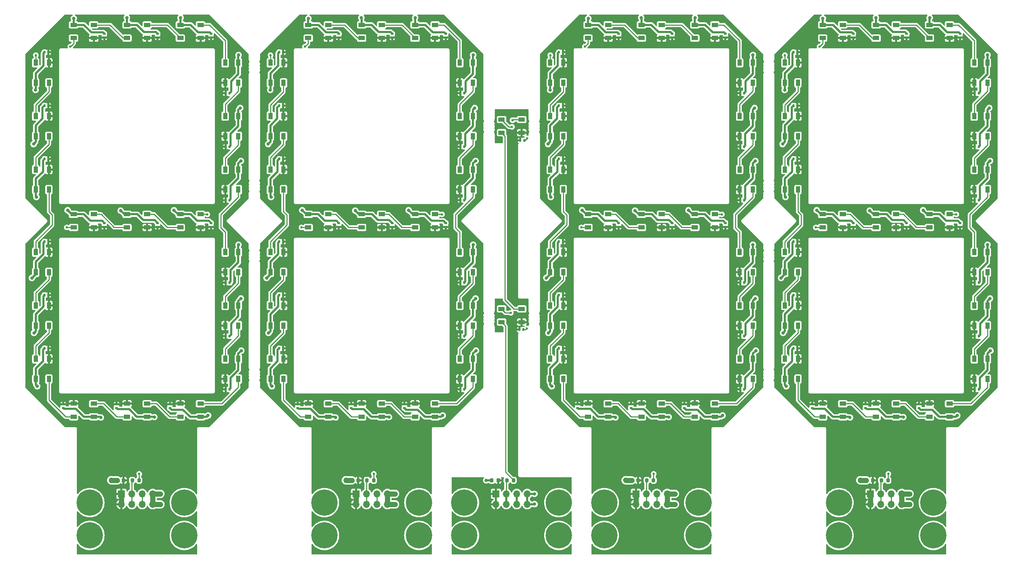
<source format=gbr>
%TF.GenerationSoftware,KiCad,Pcbnew,(6.0.1)*%
%TF.CreationDate,2022-01-22T16:29:31+01:00*%
%TF.ProjectId,Four segments and colon,466f7572-2073-4656-976d-656e74732061,rev?*%
%TF.SameCoordinates,Original*%
%TF.FileFunction,Copper,L1,Top*%
%TF.FilePolarity,Positive*%
%FSLAX46Y46*%
G04 Gerber Fmt 4.6, Leading zero omitted, Abs format (unit mm)*
G04 Created by KiCad (PCBNEW (6.0.1)) date 2022-01-22 16:29:31*
%MOMM*%
%LPD*%
G01*
G04 APERTURE LIST*
G04 Aperture macros list*
%AMRoundRect*
0 Rectangle with rounded corners*
0 $1 Rounding radius*
0 $2 $3 $4 $5 $6 $7 $8 $9 X,Y pos of 4 corners*
0 Add a 4 corners polygon primitive as box body*
4,1,4,$2,$3,$4,$5,$6,$7,$8,$9,$2,$3,0*
0 Add four circle primitives for the rounded corners*
1,1,$1+$1,$2,$3*
1,1,$1+$1,$4,$5*
1,1,$1+$1,$6,$7*
1,1,$1+$1,$8,$9*
0 Add four rect primitives between the rounded corners*
20,1,$1+$1,$2,$3,$4,$5,0*
20,1,$1+$1,$4,$5,$6,$7,0*
20,1,$1+$1,$6,$7,$8,$9,0*
20,1,$1+$1,$8,$9,$2,$3,0*%
G04 Aperture macros list end*
%TA.AperFunction,SMDPad,CuDef*%
%ADD10RoundRect,0.140000X0.140000X0.170000X-0.140000X0.170000X-0.140000X-0.170000X0.140000X-0.170000X0*%
%TD*%
%TA.AperFunction,SMDPad,CuDef*%
%ADD11R,1.500000X1.000000*%
%TD*%
%TA.AperFunction,SMDPad,CuDef*%
%ADD12RoundRect,0.140000X0.170000X-0.140000X0.170000X0.140000X-0.170000X0.140000X-0.170000X-0.140000X0*%
%TD*%
%TA.AperFunction,SMDPad,CuDef*%
%ADD13R,1.000000X1.500000*%
%TD*%
%TA.AperFunction,ComponentPad*%
%ADD14R,1.700000X1.700000*%
%TD*%
%TA.AperFunction,ComponentPad*%
%ADD15O,1.700000X1.700000*%
%TD*%
%TA.AperFunction,ComponentPad*%
%ADD16C,0.800000*%
%TD*%
%TA.AperFunction,ComponentPad*%
%ADD17C,6.400000*%
%TD*%
%TA.AperFunction,SMDPad,CuDef*%
%ADD18RoundRect,0.140000X-0.170000X0.140000X-0.170000X-0.140000X0.170000X-0.140000X0.170000X0.140000X0*%
%TD*%
%TA.AperFunction,SMDPad,CuDef*%
%ADD19RoundRect,0.140000X-0.140000X-0.170000X0.140000X-0.170000X0.140000X0.170000X-0.140000X0.170000X0*%
%TD*%
%TA.AperFunction,SMDPad,CuDef*%
%ADD20RoundRect,0.200000X-0.200000X-0.275000X0.200000X-0.275000X0.200000X0.275000X-0.200000X0.275000X0*%
%TD*%
%TA.AperFunction,SMDPad,CuDef*%
%ADD21RoundRect,0.225000X0.225000X0.250000X-0.225000X0.250000X-0.225000X-0.250000X0.225000X-0.250000X0*%
%TD*%
%TA.AperFunction,ViaPad*%
%ADD22C,0.600000*%
%TD*%
%TA.AperFunction,ViaPad*%
%ADD23C,1.000000*%
%TD*%
%TA.AperFunction,ViaPad*%
%ADD24C,0.800000*%
%TD*%
%TA.AperFunction,Conductor*%
%ADD25C,0.254000*%
%TD*%
%TA.AperFunction,Conductor*%
%ADD26C,0.508000*%
%TD*%
%TA.AperFunction,Conductor*%
%ADD27C,1.270000*%
%TD*%
G04 APERTURE END LIST*
D10*
%TO.P,C17,1*%
%TO.N,+5V*%
X148554000Y-39284314D03*
%TO.P,C17,2*%
%TO.N,GND*%
X147594000Y-39284314D03*
%TD*%
D11*
%TO.P,D19,1,VDD*%
%TO.N,+5V*%
X34330000Y-68950000D03*
%TO.P,D19,2,DOUT*%
%TO.N,Net-(D19-Pad2)*%
X34330000Y-65750000D03*
%TO.P,D19,3,VSS*%
%TO.N,GND*%
X29430000Y-65750000D03*
%TO.P,D19,4,DIN*%
%TO.N,Net-(D18-Pad2)*%
X29430000Y-68950000D03*
%TD*%
D12*
%TO.P,C19,1*%
%TO.N,+5V*%
X162139685Y-68830000D03*
%TO.P,C19,2*%
%TO.N,GND*%
X162139685Y-67870000D03*
%TD*%
%TO.P,C2,1*%
%TO.N,+5V*%
X49880000Y-22698629D03*
%TO.P,C2,2*%
%TO.N,GND*%
X49880000Y-21738629D03*
%TD*%
D13*
%TO.P,D7,1,VDD*%
%TO.N,+5V*%
X191605370Y-79865685D03*
%TO.P,D7,2,DOUT*%
%TO.N,Net-(D7-Pad2)*%
X194805370Y-79865685D03*
%TO.P,D7,3,VSS*%
%TO.N,GND*%
X194805370Y-74965685D03*
%TO.P,D7,4,DIN*%
%TO.N,Net-(D6-Pad2)*%
X191605370Y-74965685D03*
%TD*%
D12*
%TO.P,C3,1*%
%TO.N,+5V*%
X120011400Y-22698629D03*
%TO.P,C3,2*%
%TO.N,GND*%
X120011400Y-21738629D03*
%TD*%
D14*
%TO.P,J1,1,Pin_1*%
%TO.N,+5V*%
X41070000Y-133851371D03*
D15*
%TO.P,J1,2,Pin_2*%
X41070000Y-136391371D03*
%TO.P,J1,3,Pin_3*%
%TO.N,Net-(J1-Pad3)*%
X43610000Y-133851371D03*
%TO.P,J1,4,Pin_4*%
X43610000Y-136391371D03*
%TO.P,J1,5,Pin_5*%
%TO.N,Net-(D21-Pad2)*%
X46150000Y-133851371D03*
%TO.P,J1,6,Pin_6*%
X46150000Y-136391371D03*
%TO.P,J1,7,Pin_7*%
%TO.N,GND*%
X48690000Y-133851371D03*
%TO.P,J1,8,Pin_8*%
X48690000Y-136391371D03*
%TD*%
D11*
%TO.P,D21,1,VDD*%
%TO.N,+5V*%
X185589685Y-68950000D03*
%TO.P,D21,2,DOUT*%
%TO.N,Net-(D21-Pad2)*%
X185589685Y-65750000D03*
%TO.P,D21,3,VSS*%
%TO.N,GND*%
X180689685Y-65750000D03*
%TO.P,D21,4,DIN*%
%TO.N,Net-(D20-Pad2)*%
X180689685Y-68950000D03*
%TD*%
%TO.P,D2,1,VDD*%
%TO.N,+5V*%
X47330000Y-22818629D03*
%TO.P,D2,2,DOUT*%
%TO.N,Net-(D2-Pad2)*%
X47330000Y-19618629D03*
%TO.P,D2,3,VSS*%
%TO.N,GND*%
X42430000Y-19618629D03*
%TO.P,D2,4,DIN*%
%TO.N,Net-(D1-Pad2)*%
X42430000Y-22818629D03*
%TD*%
D16*
%TO.P,H1,1,1*%
%TO.N,unconnected-(H1-Pad1)*%
X33380000Y-146381371D03*
X30980000Y-143981371D03*
X33380000Y-141581371D03*
X31682944Y-145678427D03*
X35780000Y-143981371D03*
D17*
X33380000Y-143981371D03*
D16*
X31682944Y-142284315D03*
X35077056Y-142284315D03*
X35077056Y-145678427D03*
%TD*%
D13*
%TO.P,D15,1,VDD*%
%TO.N,+5V*%
X80545715Y-74965686D03*
%TO.P,D15,2,DOUT*%
%TO.N,Net-(D15-Pad2)*%
X77345715Y-74965686D03*
%TO.P,D15,3,VSS*%
%TO.N,GND*%
X77345715Y-79865686D03*
%TO.P,D15,4,DIN*%
%TO.N,Net-(D14-Pad2)*%
X80545715Y-79865686D03*
%TD*%
D11*
%TO.P,D20,1,VDD*%
%TO.N,+5V*%
X229721085Y-68950000D03*
%TO.P,D20,2,DOUT*%
%TO.N,Net-(D20-Pad2)*%
X229721085Y-65750000D03*
%TO.P,D20,3,VSS*%
%TO.N,GND*%
X224821085Y-65750000D03*
%TO.P,D20,4,DIN*%
%TO.N,Net-(D19-Pad2)*%
X224821085Y-68950000D03*
%TD*%
D10*
%TO.P,C17,1*%
%TO.N,+5V*%
X80425715Y-39284314D03*
%TO.P,C17,2*%
%TO.N,GND*%
X79465715Y-39284314D03*
%TD*%
D16*
%TO.P,H4,1,1*%
%TO.N,unconnected-(H4-Pad1)*%
X215771085Y-133581371D03*
X218171085Y-135981371D03*
X217468141Y-137678427D03*
X217468141Y-134284315D03*
D17*
X215771085Y-135981371D03*
D16*
X213371085Y-135981371D03*
X214074029Y-134284315D03*
X214074029Y-137678427D03*
X215771085Y-138381371D03*
%TD*%
D18*
%TO.P,C11,1*%
%TO.N,+5V*%
X39880000Y-112001371D03*
%TO.P,C11,2*%
%TO.N,GND*%
X39880000Y-112961371D03*
%TD*%
D12*
%TO.P,C3,1*%
%TO.N,+5V*%
X188139685Y-22698629D03*
%TO.P,C3,2*%
%TO.N,GND*%
X188139685Y-21738629D03*
%TD*%
D11*
%TO.P,D11,1,VDD*%
%TO.N,+5V*%
X224821085Y-111881371D03*
%TO.P,D11,2,DOUT*%
%TO.N,Net-(D11-Pad2)*%
X224821085Y-115081371D03*
%TO.P,D11,3,VSS*%
%TO.N,GND*%
X229721085Y-115081371D03*
%TO.P,D11,4,DIN*%
%TO.N,Net-(D10-Pad2)*%
X229721085Y-111881371D03*
%TD*%
D10*
%TO.P,C18,1*%
%TO.N,+5V*%
X148554000Y-26284314D03*
%TO.P,C18,2*%
%TO.N,GND*%
X147594000Y-26284314D03*
%TD*%
D18*
%TO.P,C10,1*%
%TO.N,+5V*%
X52880000Y-112001371D03*
%TO.P,C10,2*%
%TO.N,GND*%
X52880000Y-112961371D03*
%TD*%
D10*
%TO.P,C13,1*%
%TO.N,+5V*%
X23294315Y-98415686D03*
%TO.P,C13,2*%
%TO.N,GND*%
X22334315Y-98415686D03*
%TD*%
D13*
%TO.P,D7,1,VDD*%
%TO.N,+5V*%
X66345685Y-79865685D03*
%TO.P,D7,2,DOUT*%
%TO.N,Net-(D7-Pad2)*%
X69545685Y-79865685D03*
%TO.P,D7,3,VSS*%
%TO.N,GND*%
X69545685Y-74965685D03*
%TO.P,D7,4,DIN*%
%TO.N,Net-(D6-Pad2)*%
X66345685Y-74965685D03*
%TD*%
D10*
%TO.P,C16,1*%
%TO.N,+5V*%
X148554000Y-52284314D03*
%TO.P,C16,2*%
%TO.N,GND*%
X147594000Y-52284314D03*
%TD*%
D12*
%TO.P,C21,1*%
%TO.N,+5V*%
X120011400Y-68830000D03*
%TO.P,C21,2*%
%TO.N,GND*%
X120011400Y-67870000D03*
%TD*%
D10*
%TO.P,C18,1*%
%TO.N,+5V*%
X23294315Y-26284314D03*
%TO.P,C18,2*%
%TO.N,GND*%
X22334315Y-26284314D03*
%TD*%
D19*
%TO.P,C8,1*%
%TO.N,+5V*%
X66465685Y-95415685D03*
%TO.P,C8,2*%
%TO.N,GND*%
X67425685Y-95415685D03*
%TD*%
D13*
%TO.P,D6,1,VDD*%
%TO.N,+5V*%
X66345685Y-59734314D03*
%TO.P,D6,2,DOUT*%
%TO.N,Net-(D6-Pad2)*%
X69545685Y-59734314D03*
%TO.P,D6,3,VSS*%
%TO.N,GND*%
X69545685Y-54834314D03*
%TO.P,D6,4,DIN*%
%TO.N,Net-(D5-Pad2)*%
X66345685Y-54834314D03*
%TD*%
D20*
%TO.P,R1,1*%
%TO.N,Net-(J1-Pad3)*%
X168984685Y-130540000D03*
%TO.P,R1,2*%
%TO.N,Net-(D1-Pad4)*%
X170634685Y-130540000D03*
%TD*%
D13*
%TO.P,D5,1,VDD*%
%TO.N,+5V*%
X248736770Y-46734314D03*
%TO.P,D5,2,DOUT*%
%TO.N,Net-(D5-Pad2)*%
X251936770Y-46734314D03*
%TO.P,D5,3,VSS*%
%TO.N,GND*%
X251936770Y-41834314D03*
%TO.P,D5,4,DIN*%
%TO.N,Net-(D4-Pad2)*%
X248736770Y-41834314D03*
%TD*%
D12*
%TO.P,C1,1*%
%TO.N,+5V*%
X219271085Y-22698629D03*
%TO.P,C1,2*%
%TO.N,GND*%
X219271085Y-21738629D03*
%TD*%
D11*
%TO.P,D1,1,VDD*%
%TO.N,+5V*%
X138527001Y-92015686D03*
%TO.P,D1,2,DOUT*%
%TO.N,Net-(D1-Pad2)*%
X138527001Y-88815686D03*
%TO.P,D1,3,VSS*%
%TO.N,GND*%
X133627001Y-88815686D03*
%TO.P,D1,4,DIN*%
%TO.N,Net-(D1-Pad4)*%
X133627001Y-92015686D03*
%TD*%
%TO.P,D12,1,VDD*%
%TO.N,+5V*%
X154689685Y-111881371D03*
%TO.P,D12,2,DOUT*%
%TO.N,Net-(D12-Pad2)*%
X154689685Y-115081371D03*
%TO.P,D12,3,VSS*%
%TO.N,GND*%
X159589685Y-115081371D03*
%TO.P,D12,4,DIN*%
%TO.N,Net-(D11-Pad2)*%
X159589685Y-111881371D03*
%TD*%
D18*
%TO.P,C12,1*%
%TO.N,+5V*%
X84011400Y-112001371D03*
%TO.P,C12,2*%
%TO.N,GND*%
X84011400Y-112961371D03*
%TD*%
D13*
%TO.P,D16,1,VDD*%
%TO.N,+5V*%
X80545715Y-54834314D03*
%TO.P,D16,2,DOUT*%
%TO.N,Net-(D16-Pad2)*%
X77345715Y-54834314D03*
%TO.P,D16,3,VSS*%
%TO.N,GND*%
X77345715Y-59734314D03*
%TO.P,D16,4,DIN*%
%TO.N,Net-(D15-Pad2)*%
X80545715Y-59734314D03*
%TD*%
D19*
%TO.P,C9,1*%
%TO.N,+5V*%
X248856770Y-108415685D03*
%TO.P,C9,2*%
%TO.N,GND*%
X249816770Y-108415685D03*
%TD*%
D10*
%TO.P,C17,1*%
%TO.N,+5V*%
X23294315Y-39284314D03*
%TO.P,C17,2*%
%TO.N,GND*%
X22334315Y-39284314D03*
%TD*%
%TO.P,C14,1*%
%TO.N,+5V*%
X205685400Y-85415686D03*
%TO.P,C14,2*%
%TO.N,GND*%
X204725400Y-85415686D03*
%TD*%
D12*
%TO.P,C19,1*%
%TO.N,+5V*%
X36880000Y-68830000D03*
%TO.P,C19,2*%
%TO.N,GND*%
X36880000Y-67870000D03*
%TD*%
D14*
%TO.P,J1,1,Pin_1*%
%TO.N,+5V*%
X98201400Y-133851371D03*
D15*
%TO.P,J1,2,Pin_2*%
X98201400Y-136391371D03*
%TO.P,J1,3,Pin_3*%
%TO.N,Net-(J1-Pad3)*%
X100741400Y-133851371D03*
%TO.P,J1,4,Pin_4*%
X100741400Y-136391371D03*
%TO.P,J1,5,Pin_5*%
%TO.N,Net-(D21-Pad2)*%
X103281400Y-133851371D03*
%TO.P,J1,6,Pin_6*%
X103281400Y-136391371D03*
%TO.P,J1,7,Pin_7*%
%TO.N,GND*%
X105821400Y-133851371D03*
%TO.P,J1,8,Pin_8*%
X105821400Y-136391371D03*
%TD*%
D11*
%TO.P,D1,1,VDD*%
%TO.N,+5V*%
X159589685Y-22818629D03*
%TO.P,D1,2,DOUT*%
%TO.N,Net-(D1-Pad2)*%
X159589685Y-19618629D03*
%TO.P,D1,3,VSS*%
%TO.N,GND*%
X154689685Y-19618629D03*
%TO.P,D1,4,DIN*%
%TO.N,Net-(D1-Pad4)*%
X154689685Y-22818629D03*
%TD*%
%TO.P,D11,1,VDD*%
%TO.N,+5V*%
X99561400Y-111881371D03*
%TO.P,D11,2,DOUT*%
%TO.N,Net-(D11-Pad2)*%
X99561400Y-115081371D03*
%TO.P,D11,3,VSS*%
%TO.N,GND*%
X104461400Y-115081371D03*
%TO.P,D11,4,DIN*%
%TO.N,Net-(D10-Pad2)*%
X104461400Y-111881371D03*
%TD*%
D19*
%TO.P,C4,1*%
%TO.N,+5V*%
X248856770Y-36284314D03*
%TO.P,C4,2*%
%TO.N,GND*%
X249816770Y-36284314D03*
%TD*%
D12*
%TO.P,C19,1*%
%TO.N,+5V*%
X219271085Y-68830000D03*
%TO.P,C19,2*%
%TO.N,GND*%
X219271085Y-67870000D03*
%TD*%
D16*
%TO.P,H4,1,1*%
%TO.N,unconnected-(H4-Pad1)*%
X90511400Y-138381371D03*
X92911400Y-135981371D03*
D17*
X90511400Y-135981371D03*
D16*
X88111400Y-135981371D03*
X88814344Y-134284315D03*
X90511400Y-133581371D03*
X92208456Y-137678427D03*
X88814344Y-137678427D03*
X92208456Y-134284315D03*
%TD*%
D10*
%TO.P,C15,1*%
%TO.N,+5V*%
X80425715Y-72415686D03*
%TO.P,C15,2*%
%TO.N,GND*%
X79465715Y-72415686D03*
%TD*%
%TO.P,C18,1*%
%TO.N,+5V*%
X205685400Y-26284314D03*
%TO.P,C18,2*%
%TO.N,GND*%
X204725400Y-26284314D03*
%TD*%
D19*
%TO.P,C1,1*%
%TO.N,+5V*%
X137997001Y-93850000D03*
%TO.P,C1,2*%
%TO.N,GND*%
X138957001Y-93850000D03*
%TD*%
D10*
%TO.P,C15,1*%
%TO.N,+5V*%
X23294315Y-72415686D03*
%TO.P,C15,2*%
%TO.N,GND*%
X22334315Y-72415686D03*
%TD*%
D13*
%TO.P,D9,1,VDD*%
%TO.N,+5V*%
X248736770Y-105865685D03*
%TO.P,D9,2,DOUT*%
%TO.N,Net-(D10-Pad4)*%
X251936770Y-105865685D03*
%TO.P,D9,3,VSS*%
%TO.N,GND*%
X251936770Y-100965685D03*
%TO.P,D9,4,DIN*%
%TO.N,Net-(D8-Pad2)*%
X248736770Y-100965685D03*
%TD*%
D16*
%TO.P,H4,1,1*%
%TO.N,unconnected-(H4-Pad1)*%
X33380000Y-138381371D03*
X35780000Y-135981371D03*
D17*
X33380000Y-135981371D03*
D16*
X30980000Y-135981371D03*
X31682944Y-134284315D03*
X33380000Y-133581371D03*
X35077056Y-137678427D03*
X31682944Y-137678427D03*
X35077056Y-134284315D03*
%TD*%
D14*
%TO.P,J1,1,Pin_1*%
%TO.N,+5V*%
X166329685Y-133851371D03*
D15*
%TO.P,J1,2,Pin_2*%
X166329685Y-136391371D03*
%TO.P,J1,3,Pin_3*%
%TO.N,Net-(J1-Pad3)*%
X168869685Y-133851371D03*
%TO.P,J1,4,Pin_4*%
X168869685Y-136391371D03*
%TO.P,J1,5,Pin_5*%
%TO.N,Net-(D21-Pad2)*%
X171409685Y-133851371D03*
%TO.P,J1,6,Pin_6*%
X171409685Y-136391371D03*
%TO.P,J1,7,Pin_7*%
%TO.N,GND*%
X173949685Y-133851371D03*
%TO.P,J1,8,Pin_8*%
X173949685Y-136391371D03*
%TD*%
D17*
%TO.P,H1,1,1*%
%TO.N,unconnected-(H1-Pad1)*%
X215771085Y-143981371D03*
D16*
X218171085Y-143981371D03*
X215771085Y-146381371D03*
X214074029Y-145678427D03*
X217468141Y-145678427D03*
X214074029Y-142284315D03*
X217468141Y-142284315D03*
X213371085Y-143981371D03*
X215771085Y-141581371D03*
%TD*%
D13*
%TO.P,D15,1,VDD*%
%TO.N,+5V*%
X23414315Y-74965686D03*
%TO.P,D15,2,DOUT*%
%TO.N,Net-(D15-Pad2)*%
X20214315Y-74965686D03*
%TO.P,D15,3,VSS*%
%TO.N,GND*%
X20214315Y-79865686D03*
%TO.P,D15,4,DIN*%
%TO.N,Net-(D14-Pad2)*%
X23414315Y-79865686D03*
%TD*%
D10*
%TO.P,C14,1*%
%TO.N,+5V*%
X80425715Y-85415686D03*
%TO.P,C14,2*%
%TO.N,GND*%
X79465715Y-85415686D03*
%TD*%
%TO.P,C13,1*%
%TO.N,+5V*%
X80425715Y-98415686D03*
%TO.P,C13,2*%
%TO.N,GND*%
X79465715Y-98415686D03*
%TD*%
D11*
%TO.P,D20,1,VDD*%
%TO.N,+5V*%
X172589685Y-68950000D03*
%TO.P,D20,2,DOUT*%
%TO.N,Net-(D20-Pad2)*%
X172589685Y-65750000D03*
%TO.P,D20,3,VSS*%
%TO.N,GND*%
X167689685Y-65750000D03*
%TO.P,D20,4,DIN*%
%TO.N,Net-(D19-Pad2)*%
X167689685Y-68950000D03*
%TD*%
D21*
%TO.P,C22,1*%
%TO.N,+5V*%
X132797001Y-130550000D03*
%TO.P,C22,2*%
%TO.N,GND*%
X131247001Y-130550000D03*
%TD*%
D13*
%TO.P,D14,1,VDD*%
%TO.N,+5V*%
X205805400Y-87965686D03*
%TO.P,D14,2,DOUT*%
%TO.N,Net-(D14-Pad2)*%
X202605400Y-87965686D03*
%TO.P,D14,3,VSS*%
%TO.N,GND*%
X202605400Y-92865686D03*
%TO.P,D14,4,DIN*%
%TO.N,Net-(D13-Pad2)*%
X205805400Y-92865686D03*
%TD*%
D11*
%TO.P,D2,1,VDD*%
%TO.N,+5V*%
X172589685Y-22818629D03*
%TO.P,D2,2,DOUT*%
%TO.N,Net-(D2-Pad2)*%
X172589685Y-19618629D03*
%TO.P,D2,3,VSS*%
%TO.N,GND*%
X167689685Y-19618629D03*
%TO.P,D2,4,DIN*%
%TO.N,Net-(D1-Pad2)*%
X167689685Y-22818629D03*
%TD*%
D10*
%TO.P,C16,1*%
%TO.N,+5V*%
X23294315Y-52284314D03*
%TO.P,C16,2*%
%TO.N,GND*%
X22334315Y-52284314D03*
%TD*%
D11*
%TO.P,D12,1,VDD*%
%TO.N,+5V*%
X86561400Y-111881371D03*
%TO.P,D12,2,DOUT*%
%TO.N,Net-(D12-Pad2)*%
X86561400Y-115081371D03*
%TO.P,D12,3,VSS*%
%TO.N,GND*%
X91461400Y-115081371D03*
%TO.P,D12,4,DIN*%
%TO.N,Net-(D11-Pad2)*%
X91461400Y-111881371D03*
%TD*%
D13*
%TO.P,D8,1,VDD*%
%TO.N,+5V*%
X123477085Y-92865685D03*
%TO.P,D8,2,DOUT*%
%TO.N,Net-(D8-Pad2)*%
X126677085Y-92865685D03*
%TO.P,D8,3,VSS*%
%TO.N,GND*%
X126677085Y-87965685D03*
%TO.P,D8,4,DIN*%
%TO.N,Net-(D7-Pad2)*%
X123477085Y-87965685D03*
%TD*%
%TO.P,D8,1,VDD*%
%TO.N,+5V*%
X248736770Y-92865685D03*
%TO.P,D8,2,DOUT*%
%TO.N,Net-(D8-Pad2)*%
X251936770Y-92865685D03*
%TO.P,D8,3,VSS*%
%TO.N,GND*%
X251936770Y-87965685D03*
%TO.P,D8,4,DIN*%
%TO.N,Net-(D7-Pad2)*%
X248736770Y-87965685D03*
%TD*%
%TO.P,D6,1,VDD*%
%TO.N,+5V*%
X123477085Y-59734314D03*
%TO.P,D6,2,DOUT*%
%TO.N,Net-(D6-Pad2)*%
X126677085Y-59734314D03*
%TO.P,D6,3,VSS*%
%TO.N,GND*%
X126677085Y-54834314D03*
%TO.P,D6,4,DIN*%
%TO.N,Net-(D5-Pad2)*%
X123477085Y-54834314D03*
%TD*%
%TO.P,D4,1,VDD*%
%TO.N,+5V*%
X66345685Y-33734314D03*
%TO.P,D4,2,DOUT*%
%TO.N,Net-(D4-Pad2)*%
X69545685Y-33734314D03*
%TO.P,D4,3,VSS*%
%TO.N,GND*%
X69545685Y-28834314D03*
%TO.P,D4,4,DIN*%
%TO.N,Net-(D3-Pad2)*%
X66345685Y-28834314D03*
%TD*%
D10*
%TO.P,C14,1*%
%TO.N,+5V*%
X148554000Y-85415686D03*
%TO.P,C14,2*%
%TO.N,GND*%
X147594000Y-85415686D03*
%TD*%
D18*
%TO.P,C11,1*%
%TO.N,+5V*%
X165139685Y-112001371D03*
%TO.P,C11,2*%
%TO.N,GND*%
X165139685Y-112961371D03*
%TD*%
D16*
%TO.P,H4,1,1*%
%TO.N,unconnected-(H4-Pad1)*%
X160336741Y-137678427D03*
X156239685Y-135981371D03*
X156942629Y-137678427D03*
X156942629Y-134284315D03*
X161039685Y-135981371D03*
X158639685Y-138381371D03*
X160336741Y-134284315D03*
X158639685Y-133581371D03*
D17*
X158639685Y-135981371D03*
%TD*%
D13*
%TO.P,D16,1,VDD*%
%TO.N,+5V*%
X148674000Y-54834314D03*
%TO.P,D16,2,DOUT*%
%TO.N,Net-(D16-Pad2)*%
X145474000Y-54834314D03*
%TO.P,D16,3,VSS*%
%TO.N,GND*%
X145474000Y-59734314D03*
%TO.P,D16,4,DIN*%
%TO.N,Net-(D15-Pad2)*%
X148674000Y-59734314D03*
%TD*%
D18*
%TO.P,C10,1*%
%TO.N,+5V*%
X178139685Y-112001371D03*
%TO.P,C10,2*%
%TO.N,GND*%
X178139685Y-112961371D03*
%TD*%
D13*
%TO.P,D9,1,VDD*%
%TO.N,+5V*%
X66345685Y-105865685D03*
%TO.P,D9,2,DOUT*%
%TO.N,Net-(D10-Pad4)*%
X69545685Y-105865685D03*
%TO.P,D9,3,VSS*%
%TO.N,GND*%
X69545685Y-100965685D03*
%TO.P,D9,4,DIN*%
%TO.N,Net-(D8-Pad2)*%
X66345685Y-100965685D03*
%TD*%
%TO.P,D9,1,VDD*%
%TO.N,+5V*%
X191605370Y-105865685D03*
%TO.P,D9,2,DOUT*%
%TO.N,Net-(D10-Pad4)*%
X194805370Y-105865685D03*
%TO.P,D9,3,VSS*%
%TO.N,GND*%
X194805370Y-100965685D03*
%TO.P,D9,4,DIN*%
%TO.N,Net-(D8-Pad2)*%
X191605370Y-100965685D03*
%TD*%
D12*
%TO.P,C2,1*%
%TO.N,+5V*%
X232271085Y-22698629D03*
%TO.P,C2,2*%
%TO.N,GND*%
X232271085Y-21738629D03*
%TD*%
D16*
%TO.P,H2,1,1*%
%TO.N,unconnected-(H2-Pad1)*%
X240468141Y-142284315D03*
X236371085Y-143981371D03*
D17*
X238771085Y-143981371D03*
D16*
X238771085Y-141581371D03*
X240468141Y-145678427D03*
X238771085Y-146381371D03*
X241171085Y-143981371D03*
X237074029Y-142284315D03*
X237074029Y-145678427D03*
%TD*%
D13*
%TO.P,D17,1,VDD*%
%TO.N,+5V*%
X23414315Y-41834314D03*
%TO.P,D17,2,DOUT*%
%TO.N,Net-(D17-Pad2)*%
X20214315Y-41834314D03*
%TO.P,D17,3,VSS*%
%TO.N,GND*%
X20214315Y-46734314D03*
%TO.P,D17,4,DIN*%
%TO.N,Net-(D16-Pad2)*%
X23414315Y-46734314D03*
%TD*%
D11*
%TO.P,D10,1,VDD*%
%TO.N,+5V*%
X55430000Y-111881371D03*
%TO.P,D10,2,DOUT*%
%TO.N,Net-(D10-Pad2)*%
X55430000Y-115081371D03*
%TO.P,D10,3,VSS*%
%TO.N,GND*%
X60330000Y-115081371D03*
%TO.P,D10,4,DIN*%
%TO.N,Net-(D10-Pad4)*%
X60330000Y-111881371D03*
%TD*%
D16*
%TO.P,H4,1,1*%
%TO.N,unconnected-(H4-Pad1)*%
X126274057Y-134284315D03*
X126977001Y-135981371D03*
D17*
X124577001Y-135981371D03*
D16*
X122177001Y-135981371D03*
X124577001Y-138381371D03*
X126274057Y-137678427D03*
X122879945Y-137678427D03*
X122879945Y-134284315D03*
X124577001Y-133581371D03*
%TD*%
D13*
%TO.P,D8,1,VDD*%
%TO.N,+5V*%
X66345685Y-92865685D03*
%TO.P,D8,2,DOUT*%
%TO.N,Net-(D8-Pad2)*%
X69545685Y-92865685D03*
%TO.P,D8,3,VSS*%
%TO.N,GND*%
X69545685Y-87965685D03*
%TO.P,D8,4,DIN*%
%TO.N,Net-(D7-Pad2)*%
X66345685Y-87965685D03*
%TD*%
D18*
%TO.P,C11,1*%
%TO.N,+5V*%
X222271085Y-112001371D03*
%TO.P,C11,2*%
%TO.N,GND*%
X222271085Y-112961371D03*
%TD*%
D21*
%TO.P,C22,1*%
%TO.N,+5V*%
X223991085Y-130550000D03*
%TO.P,C22,2*%
%TO.N,GND*%
X222441085Y-130550000D03*
%TD*%
D20*
%TO.P,R1,1*%
%TO.N,Net-(J1-Pad3)*%
X134922001Y-130540000D03*
%TO.P,R1,2*%
%TO.N,Net-(D1-Pad4)*%
X136572001Y-130540000D03*
%TD*%
D12*
%TO.P,C1,1*%
%TO.N,+5V*%
X94011400Y-22698629D03*
%TO.P,C1,2*%
%TO.N,GND*%
X94011400Y-21738629D03*
%TD*%
D13*
%TO.P,D6,1,VDD*%
%TO.N,+5V*%
X191605370Y-59734314D03*
%TO.P,D6,2,DOUT*%
%TO.N,Net-(D6-Pad2)*%
X194805370Y-59734314D03*
%TO.P,D6,3,VSS*%
%TO.N,GND*%
X194805370Y-54834314D03*
%TO.P,D6,4,DIN*%
%TO.N,Net-(D5-Pad2)*%
X191605370Y-54834314D03*
%TD*%
D10*
%TO.P,C15,1*%
%TO.N,+5V*%
X205685400Y-72415686D03*
%TO.P,C15,2*%
%TO.N,GND*%
X204725400Y-72415686D03*
%TD*%
D11*
%TO.P,D12,1,VDD*%
%TO.N,+5V*%
X211821085Y-111881371D03*
%TO.P,D12,2,DOUT*%
%TO.N,Net-(D12-Pad2)*%
X211821085Y-115081371D03*
%TO.P,D12,3,VSS*%
%TO.N,GND*%
X216721085Y-115081371D03*
%TO.P,D12,4,DIN*%
%TO.N,Net-(D11-Pad2)*%
X216721085Y-111881371D03*
%TD*%
D20*
%TO.P,R1,1*%
%TO.N,Net-(J1-Pad3)*%
X100856400Y-130540000D03*
%TO.P,R1,2*%
%TO.N,Net-(D1-Pad4)*%
X102506400Y-130540000D03*
%TD*%
D11*
%TO.P,D2,1,VDD*%
%TO.N,+5V*%
X229721085Y-22818629D03*
%TO.P,D2,2,DOUT*%
%TO.N,Net-(D2-Pad2)*%
X229721085Y-19618629D03*
%TO.P,D2,3,VSS*%
%TO.N,GND*%
X224821085Y-19618629D03*
%TO.P,D2,4,DIN*%
%TO.N,Net-(D1-Pad2)*%
X224821085Y-22818629D03*
%TD*%
D13*
%TO.P,D17,1,VDD*%
%TO.N,+5V*%
X148674000Y-41834314D03*
%TO.P,D17,2,DOUT*%
%TO.N,Net-(D17-Pad2)*%
X145474000Y-41834314D03*
%TO.P,D17,3,VSS*%
%TO.N,GND*%
X145474000Y-46734314D03*
%TO.P,D17,4,DIN*%
%TO.N,Net-(D16-Pad2)*%
X148674000Y-46734314D03*
%TD*%
D16*
%TO.P,H3,1,1*%
%TO.N,unconnected-(H3-Pad1)*%
X236371085Y-135981371D03*
D17*
X238771085Y-135981371D03*
D16*
X237074029Y-137678427D03*
X237074029Y-134284315D03*
X240468141Y-137678427D03*
X240468141Y-134284315D03*
X238771085Y-133581371D03*
X241171085Y-135981371D03*
X238771085Y-138381371D03*
%TD*%
D12*
%TO.P,C20,1*%
%TO.N,+5V*%
X107011400Y-68830000D03*
%TO.P,C20,2*%
%TO.N,GND*%
X107011400Y-67870000D03*
%TD*%
D11*
%TO.P,D10,1,VDD*%
%TO.N,+5V*%
X180689685Y-111881371D03*
%TO.P,D10,2,DOUT*%
%TO.N,Net-(D10-Pad2)*%
X180689685Y-115081371D03*
%TO.P,D10,3,VSS*%
%TO.N,GND*%
X185589685Y-115081371D03*
%TO.P,D10,4,DIN*%
%TO.N,Net-(D10-Pad4)*%
X185589685Y-111881371D03*
%TD*%
%TO.P,D19,1,VDD*%
%TO.N,+5V*%
X159589685Y-68950000D03*
%TO.P,D19,2,DOUT*%
%TO.N,Net-(D19-Pad2)*%
X159589685Y-65750000D03*
%TO.P,D19,3,VSS*%
%TO.N,GND*%
X154689685Y-65750000D03*
%TO.P,D19,4,DIN*%
%TO.N,Net-(D18-Pad2)*%
X154689685Y-68950000D03*
%TD*%
D19*
%TO.P,C8,1*%
%TO.N,+5V*%
X191725370Y-95415685D03*
%TO.P,C8,2*%
%TO.N,GND*%
X192685370Y-95415685D03*
%TD*%
D16*
%TO.P,H1,1,1*%
%TO.N,unconnected-(H1-Pad1)*%
X122177001Y-143981371D03*
X126977001Y-143981371D03*
X122879945Y-142284315D03*
X122879945Y-145678427D03*
D17*
X124577001Y-143981371D03*
D16*
X126274057Y-145678427D03*
X124577001Y-146381371D03*
X124577001Y-141581371D03*
X126274057Y-142284315D03*
%TD*%
D12*
%TO.P,C19,1*%
%TO.N,+5V*%
X94011400Y-68830000D03*
%TO.P,C19,2*%
%TO.N,GND*%
X94011400Y-67870000D03*
%TD*%
D13*
%TO.P,D18,1,VDD*%
%TO.N,+5V*%
X80545715Y-28834314D03*
%TO.P,D18,2,DOUT*%
%TO.N,Net-(D18-Pad2)*%
X77345715Y-28834314D03*
%TO.P,D18,3,VSS*%
%TO.N,GND*%
X77345715Y-33734314D03*
%TO.P,D18,4,DIN*%
%TO.N,Net-(D17-Pad2)*%
X80545715Y-33734314D03*
%TD*%
D12*
%TO.P,C2,1*%
%TO.N,+5V*%
X175139685Y-22698629D03*
%TO.P,C2,2*%
%TO.N,GND*%
X175139685Y-21738629D03*
%TD*%
D13*
%TO.P,D7,1,VDD*%
%TO.N,+5V*%
X248736770Y-79865685D03*
%TO.P,D7,2,DOUT*%
%TO.N,Net-(D7-Pad2)*%
X251936770Y-79865685D03*
%TO.P,D7,3,VSS*%
%TO.N,GND*%
X251936770Y-74965685D03*
%TO.P,D7,4,DIN*%
%TO.N,Net-(D6-Pad2)*%
X248736770Y-74965685D03*
%TD*%
D18*
%TO.P,C12,1*%
%TO.N,+5V*%
X152139685Y-112001371D03*
%TO.P,C12,2*%
%TO.N,GND*%
X152139685Y-112961371D03*
%TD*%
D11*
%TO.P,D3,1,VDD*%
%TO.N,+5V*%
X117461400Y-22818629D03*
%TO.P,D3,2,DOUT*%
%TO.N,Net-(D3-Pad2)*%
X117461400Y-19618629D03*
%TO.P,D3,3,VSS*%
%TO.N,GND*%
X112561400Y-19618629D03*
%TO.P,D3,4,DIN*%
%TO.N,Net-(D2-Pad2)*%
X112561400Y-22818629D03*
%TD*%
%TO.P,D21,1,VDD*%
%TO.N,+5V*%
X60330000Y-68950000D03*
%TO.P,D21,2,DOUT*%
%TO.N,Net-(D21-Pad2)*%
X60330000Y-65750000D03*
%TO.P,D21,3,VSS*%
%TO.N,GND*%
X55430000Y-65750000D03*
%TO.P,D21,4,DIN*%
%TO.N,Net-(D20-Pad2)*%
X55430000Y-68950000D03*
%TD*%
%TO.P,D20,1,VDD*%
%TO.N,+5V*%
X104461400Y-68950000D03*
%TO.P,D20,2,DOUT*%
%TO.N,Net-(D20-Pad2)*%
X104461400Y-65750000D03*
%TO.P,D20,3,VSS*%
%TO.N,GND*%
X99561400Y-65750000D03*
%TO.P,D20,4,DIN*%
%TO.N,Net-(D19-Pad2)*%
X99561400Y-68950000D03*
%TD*%
%TO.P,D1,1,VDD*%
%TO.N,+5V*%
X34330000Y-22818629D03*
%TO.P,D1,2,DOUT*%
%TO.N,Net-(D1-Pad2)*%
X34330000Y-19618629D03*
%TO.P,D1,3,VSS*%
%TO.N,GND*%
X29430000Y-19618629D03*
%TO.P,D1,4,DIN*%
%TO.N,Net-(D1-Pad4)*%
X29430000Y-22818629D03*
%TD*%
D13*
%TO.P,D18,1,VDD*%
%TO.N,+5V*%
X205805400Y-28834314D03*
%TO.P,D18,2,DOUT*%
%TO.N,Net-(D18-Pad2)*%
X202605400Y-28834314D03*
%TO.P,D18,3,VSS*%
%TO.N,GND*%
X202605400Y-33734314D03*
%TO.P,D18,4,DIN*%
%TO.N,Net-(D17-Pad2)*%
X205805400Y-33734314D03*
%TD*%
D19*
%TO.P,C4,1*%
%TO.N,+5V*%
X66465685Y-36284314D03*
%TO.P,C4,2*%
%TO.N,GND*%
X67425685Y-36284314D03*
%TD*%
D11*
%TO.P,D3,1,VDD*%
%TO.N,+5V*%
X185589685Y-22818629D03*
%TO.P,D3,2,DOUT*%
%TO.N,Net-(D3-Pad2)*%
X185589685Y-19618629D03*
%TO.P,D3,3,VSS*%
%TO.N,GND*%
X180689685Y-19618629D03*
%TO.P,D3,4,DIN*%
%TO.N,Net-(D2-Pad2)*%
X180689685Y-22818629D03*
%TD*%
%TO.P,D2,1,VDD*%
%TO.N,+5V*%
X104461400Y-22818629D03*
%TO.P,D2,2,DOUT*%
%TO.N,Net-(D2-Pad2)*%
X104461400Y-19618629D03*
%TO.P,D2,3,VSS*%
%TO.N,GND*%
X99561400Y-19618629D03*
%TO.P,D2,4,DIN*%
%TO.N,Net-(D1-Pad2)*%
X99561400Y-22818629D03*
%TD*%
D12*
%TO.P,C3,1*%
%TO.N,+5V*%
X245271085Y-22698629D03*
%TO.P,C3,2*%
%TO.N,GND*%
X245271085Y-21738629D03*
%TD*%
D19*
%TO.P,C6,1*%
%TO.N,+5V*%
X123597085Y-62284314D03*
%TO.P,C6,2*%
%TO.N,GND*%
X124557085Y-62284314D03*
%TD*%
%TO.P,C6,1*%
%TO.N,+5V*%
X66465685Y-62284314D03*
%TO.P,C6,2*%
%TO.N,GND*%
X67425685Y-62284314D03*
%TD*%
D13*
%TO.P,D5,1,VDD*%
%TO.N,+5V*%
X123477085Y-46734314D03*
%TO.P,D5,2,DOUT*%
%TO.N,Net-(D5-Pad2)*%
X126677085Y-46734314D03*
%TO.P,D5,3,VSS*%
%TO.N,GND*%
X126677085Y-41834314D03*
%TO.P,D5,4,DIN*%
%TO.N,Net-(D4-Pad2)*%
X123477085Y-41834314D03*
%TD*%
%TO.P,D16,1,VDD*%
%TO.N,+5V*%
X23414315Y-54834314D03*
%TO.P,D16,2,DOUT*%
%TO.N,Net-(D16-Pad2)*%
X20214315Y-54834314D03*
%TO.P,D16,3,VSS*%
%TO.N,GND*%
X20214315Y-59734314D03*
%TO.P,D16,4,DIN*%
%TO.N,Net-(D15-Pad2)*%
X23414315Y-59734314D03*
%TD*%
D20*
%TO.P,R1,1*%
%TO.N,Net-(J1-Pad3)*%
X43725000Y-130540000D03*
%TO.P,R1,2*%
%TO.N,Net-(D1-Pad4)*%
X45375000Y-130540000D03*
%TD*%
D13*
%TO.P,D4,1,VDD*%
%TO.N,+5V*%
X248736770Y-33734314D03*
%TO.P,D4,2,DOUT*%
%TO.N,Net-(D4-Pad2)*%
X251936770Y-33734314D03*
%TO.P,D4,3,VSS*%
%TO.N,GND*%
X251936770Y-28834314D03*
%TO.P,D4,4,DIN*%
%TO.N,Net-(D3-Pad2)*%
X248736770Y-28834314D03*
%TD*%
D11*
%TO.P,D11,1,VDD*%
%TO.N,+5V*%
X42430000Y-111881371D03*
%TO.P,D11,2,DOUT*%
%TO.N,Net-(D11-Pad2)*%
X42430000Y-115081371D03*
%TO.P,D11,3,VSS*%
%TO.N,GND*%
X47330000Y-115081371D03*
%TO.P,D11,4,DIN*%
%TO.N,Net-(D10-Pad2)*%
X47330000Y-111881371D03*
%TD*%
D12*
%TO.P,C20,1*%
%TO.N,+5V*%
X232271085Y-68830000D03*
%TO.P,C20,2*%
%TO.N,GND*%
X232271085Y-67870000D03*
%TD*%
D16*
%TO.P,H1,1,1*%
%TO.N,unconnected-(H1-Pad1)*%
X90511400Y-146381371D03*
X88111400Y-143981371D03*
X90511400Y-141581371D03*
X88814344Y-145678427D03*
X92911400Y-143981371D03*
D17*
X90511400Y-143981371D03*
D16*
X88814344Y-142284315D03*
X92208456Y-142284315D03*
X92208456Y-145678427D03*
%TD*%
D19*
%TO.P,C9,1*%
%TO.N,+5V*%
X123597085Y-108415685D03*
%TO.P,C9,2*%
%TO.N,GND*%
X124557085Y-108415685D03*
%TD*%
D11*
%TO.P,D21,1,VDD*%
%TO.N,+5V*%
X117461400Y-68950000D03*
%TO.P,D21,2,DOUT*%
%TO.N,Net-(D21-Pad2)*%
X117461400Y-65750000D03*
%TO.P,D21,3,VSS*%
%TO.N,GND*%
X112561400Y-65750000D03*
%TO.P,D21,4,DIN*%
%TO.N,Net-(D20-Pad2)*%
X112561400Y-68950000D03*
%TD*%
D13*
%TO.P,D17,1,VDD*%
%TO.N,+5V*%
X205805400Y-41834314D03*
%TO.P,D17,2,DOUT*%
%TO.N,Net-(D17-Pad2)*%
X202605400Y-41834314D03*
%TO.P,D17,3,VSS*%
%TO.N,GND*%
X202605400Y-46734314D03*
%TO.P,D17,4,DIN*%
%TO.N,Net-(D16-Pad2)*%
X205805400Y-46734314D03*
%TD*%
D20*
%TO.P,R1,1*%
%TO.N,Net-(J1-Pad3)*%
X226116085Y-130540000D03*
%TO.P,R1,2*%
%TO.N,Net-(D1-Pad4)*%
X227766085Y-130540000D03*
%TD*%
D11*
%TO.P,D19,1,VDD*%
%TO.N,+5V*%
X91461400Y-68950000D03*
%TO.P,D19,2,DOUT*%
%TO.N,Net-(D19-Pad2)*%
X91461400Y-65750000D03*
%TO.P,D19,3,VSS*%
%TO.N,GND*%
X86561400Y-65750000D03*
%TO.P,D19,4,DIN*%
%TO.N,Net-(D18-Pad2)*%
X86561400Y-68950000D03*
%TD*%
D13*
%TO.P,D14,1,VDD*%
%TO.N,+5V*%
X148674000Y-87965686D03*
%TO.P,D14,2,DOUT*%
%TO.N,Net-(D14-Pad2)*%
X145474000Y-87965686D03*
%TO.P,D14,3,VSS*%
%TO.N,GND*%
X145474000Y-92865686D03*
%TO.P,D14,4,DIN*%
%TO.N,Net-(D13-Pad2)*%
X148674000Y-92865686D03*
%TD*%
D21*
%TO.P,C22,1*%
%TO.N,+5V*%
X166859685Y-130550000D03*
%TO.P,C22,2*%
%TO.N,GND*%
X165309685Y-130550000D03*
%TD*%
D19*
%TO.P,C5,1*%
%TO.N,+5V*%
X248856770Y-49284314D03*
%TO.P,C5,2*%
%TO.N,GND*%
X249816770Y-49284314D03*
%TD*%
D12*
%TO.P,C20,1*%
%TO.N,+5V*%
X175139685Y-68830000D03*
%TO.P,C20,2*%
%TO.N,GND*%
X175139685Y-67870000D03*
%TD*%
D13*
%TO.P,D13,1,VDD*%
%TO.N,+5V*%
X80545715Y-100965686D03*
%TO.P,D13,2,DOUT*%
%TO.N,Net-(D13-Pad2)*%
X77345715Y-100965686D03*
%TO.P,D13,3,VSS*%
%TO.N,GND*%
X77345715Y-105865686D03*
%TO.P,D13,4,DIN*%
%TO.N,Net-(D12-Pad2)*%
X80545715Y-105865686D03*
%TD*%
D18*
%TO.P,C10,1*%
%TO.N,+5V*%
X235271085Y-112001371D03*
%TO.P,C10,2*%
%TO.N,GND*%
X235271085Y-112961371D03*
%TD*%
D16*
%TO.P,H3,1,1*%
%TO.N,unconnected-(H3-Pad1)*%
X111111400Y-135981371D03*
X113511400Y-138381371D03*
X113511400Y-133581371D03*
X115208456Y-137678427D03*
X111814344Y-134284315D03*
D17*
X113511400Y-135981371D03*
D16*
X115911400Y-135981371D03*
X111814344Y-137678427D03*
X115208456Y-134284315D03*
%TD*%
D18*
%TO.P,C11,1*%
%TO.N,+5V*%
X97011400Y-112001371D03*
%TO.P,C11,2*%
%TO.N,GND*%
X97011400Y-112961371D03*
%TD*%
D19*
%TO.P,C7,1*%
%TO.N,+5V*%
X123597085Y-82415685D03*
%TO.P,C7,2*%
%TO.N,GND*%
X124557085Y-82415685D03*
%TD*%
D16*
%TO.P,H2,1,1*%
%TO.N,unconnected-(H2-Pad1)*%
X183336741Y-145678427D03*
X179942629Y-145678427D03*
X181639685Y-141581371D03*
X183336741Y-142284315D03*
X179239685Y-143981371D03*
X179942629Y-142284315D03*
X184039685Y-143981371D03*
D17*
X181639685Y-143981371D03*
D16*
X181639685Y-146381371D03*
%TD*%
D10*
%TO.P,C16,1*%
%TO.N,+5V*%
X205685400Y-52284314D03*
%TO.P,C16,2*%
%TO.N,GND*%
X204725400Y-52284314D03*
%TD*%
%TO.P,C13,1*%
%TO.N,+5V*%
X148554000Y-98415686D03*
%TO.P,C13,2*%
%TO.N,GND*%
X147594000Y-98415686D03*
%TD*%
%TO.P,C16,1*%
%TO.N,+5V*%
X80425715Y-52284314D03*
%TO.P,C16,2*%
%TO.N,GND*%
X79465715Y-52284314D03*
%TD*%
%TO.P,C18,1*%
%TO.N,+5V*%
X80425715Y-26284314D03*
%TO.P,C18,2*%
%TO.N,GND*%
X79465715Y-26284314D03*
%TD*%
D16*
%TO.P,H1,1,1*%
%TO.N,unconnected-(H1-Pad1)*%
X156239685Y-143981371D03*
X156942629Y-142284315D03*
D17*
X158639685Y-143981371D03*
D16*
X156942629Y-145678427D03*
X158639685Y-146381371D03*
X160336741Y-145678427D03*
X158639685Y-141581371D03*
X161039685Y-143981371D03*
X160336741Y-142284315D03*
%TD*%
%TO.P,H3,1,1*%
%TO.N,unconnected-(H3-Pad1)*%
X179239685Y-135981371D03*
X183336741Y-137678427D03*
X181639685Y-138381371D03*
X184039685Y-135981371D03*
D17*
X181639685Y-135981371D03*
D16*
X179942629Y-137678427D03*
X181639685Y-133581371D03*
X179942629Y-134284315D03*
X183336741Y-134284315D03*
%TD*%
D10*
%TO.P,C15,1*%
%TO.N,+5V*%
X148554000Y-72415686D03*
%TO.P,C15,2*%
%TO.N,GND*%
X147594000Y-72415686D03*
%TD*%
D19*
%TO.P,C5,1*%
%TO.N,+5V*%
X191725370Y-49284314D03*
%TO.P,C5,2*%
%TO.N,GND*%
X192685370Y-49284314D03*
%TD*%
D13*
%TO.P,D7,1,VDD*%
%TO.N,+5V*%
X123477085Y-79865685D03*
%TO.P,D7,2,DOUT*%
%TO.N,Net-(D7-Pad2)*%
X126677085Y-79865685D03*
%TO.P,D7,3,VSS*%
%TO.N,GND*%
X126677085Y-74965685D03*
%TO.P,D7,4,DIN*%
%TO.N,Net-(D6-Pad2)*%
X123477085Y-74965685D03*
%TD*%
D12*
%TO.P,C3,1*%
%TO.N,+5V*%
X62880000Y-22698629D03*
%TO.P,C3,2*%
%TO.N,GND*%
X62880000Y-21738629D03*
%TD*%
D11*
%TO.P,D1,1,VDD*%
%TO.N,+5V*%
X91461400Y-22818629D03*
%TO.P,D1,2,DOUT*%
%TO.N,Net-(D1-Pad2)*%
X91461400Y-19618629D03*
%TO.P,D1,3,VSS*%
%TO.N,GND*%
X86561400Y-19618629D03*
%TO.P,D1,4,DIN*%
%TO.N,Net-(D1-Pad4)*%
X86561400Y-22818629D03*
%TD*%
D13*
%TO.P,D4,1,VDD*%
%TO.N,+5V*%
X191605370Y-33734314D03*
%TO.P,D4,2,DOUT*%
%TO.N,Net-(D4-Pad2)*%
X194805370Y-33734314D03*
%TO.P,D4,3,VSS*%
%TO.N,GND*%
X194805370Y-28834314D03*
%TO.P,D4,4,DIN*%
%TO.N,Net-(D3-Pad2)*%
X191605370Y-28834314D03*
%TD*%
D18*
%TO.P,C12,1*%
%TO.N,+5V*%
X209271085Y-112001371D03*
%TO.P,C12,2*%
%TO.N,GND*%
X209271085Y-112961371D03*
%TD*%
D13*
%TO.P,D18,1,VDD*%
%TO.N,+5V*%
X148674000Y-28834314D03*
%TO.P,D18,2,DOUT*%
%TO.N,Net-(D18-Pad2)*%
X145474000Y-28834314D03*
%TO.P,D18,3,VSS*%
%TO.N,GND*%
X145474000Y-33734314D03*
%TO.P,D18,4,DIN*%
%TO.N,Net-(D17-Pad2)*%
X148674000Y-33734314D03*
%TD*%
%TO.P,D15,1,VDD*%
%TO.N,+5V*%
X148674000Y-74965686D03*
%TO.P,D15,2,DOUT*%
%TO.N,Net-(D15-Pad2)*%
X145474000Y-74965686D03*
%TO.P,D15,3,VSS*%
%TO.N,GND*%
X145474000Y-79865686D03*
%TO.P,D15,4,DIN*%
%TO.N,Net-(D14-Pad2)*%
X148674000Y-79865686D03*
%TD*%
D19*
%TO.P,C4,1*%
%TO.N,+5V*%
X191725370Y-36284314D03*
%TO.P,C4,2*%
%TO.N,GND*%
X192685370Y-36284314D03*
%TD*%
%TO.P,C2,1*%
%TO.N,+5V*%
X138197001Y-47750000D03*
%TO.P,C2,2*%
%TO.N,GND*%
X139157001Y-47750000D03*
%TD*%
%TO.P,C9,1*%
%TO.N,+5V*%
X66465685Y-108415685D03*
%TO.P,C9,2*%
%TO.N,GND*%
X67425685Y-108415685D03*
%TD*%
D13*
%TO.P,D18,1,VDD*%
%TO.N,+5V*%
X23414315Y-28834314D03*
%TO.P,D18,2,DOUT*%
%TO.N,Net-(D18-Pad2)*%
X20214315Y-28834314D03*
%TO.P,D18,3,VSS*%
%TO.N,GND*%
X20214315Y-33734314D03*
%TO.P,D18,4,DIN*%
%TO.N,Net-(D17-Pad2)*%
X23414315Y-33734314D03*
%TD*%
D19*
%TO.P,C6,1*%
%TO.N,+5V*%
X191725370Y-62284314D03*
%TO.P,C6,2*%
%TO.N,GND*%
X192685370Y-62284314D03*
%TD*%
%TO.P,C6,1*%
%TO.N,+5V*%
X248856770Y-62284314D03*
%TO.P,C6,2*%
%TO.N,GND*%
X249816770Y-62284314D03*
%TD*%
D12*
%TO.P,C1,1*%
%TO.N,+5V*%
X36880000Y-22698629D03*
%TO.P,C1,2*%
%TO.N,GND*%
X36880000Y-21738629D03*
%TD*%
D16*
%TO.P,H3,1,1*%
%TO.N,unconnected-(H3-Pad1)*%
X53980000Y-135981371D03*
X56380000Y-138381371D03*
X56380000Y-133581371D03*
X58077056Y-137678427D03*
X54682944Y-134284315D03*
D17*
X56380000Y-135981371D03*
D16*
X58780000Y-135981371D03*
X54682944Y-137678427D03*
X58077056Y-134284315D03*
%TD*%
D11*
%TO.P,D19,1,VDD*%
%TO.N,+5V*%
X216721085Y-68950000D03*
%TO.P,D19,2,DOUT*%
%TO.N,Net-(D19-Pad2)*%
X216721085Y-65750000D03*
%TO.P,D19,3,VSS*%
%TO.N,GND*%
X211821085Y-65750000D03*
%TO.P,D19,4,DIN*%
%TO.N,Net-(D18-Pad2)*%
X211821085Y-68950000D03*
%TD*%
D13*
%TO.P,D4,1,VDD*%
%TO.N,+5V*%
X123477085Y-33734314D03*
%TO.P,D4,2,DOUT*%
%TO.N,Net-(D4-Pad2)*%
X126677085Y-33734314D03*
%TO.P,D4,3,VSS*%
%TO.N,GND*%
X126677085Y-28834314D03*
%TO.P,D4,4,DIN*%
%TO.N,Net-(D3-Pad2)*%
X123477085Y-28834314D03*
%TD*%
D12*
%TO.P,C20,1*%
%TO.N,+5V*%
X49880000Y-68830000D03*
%TO.P,C20,2*%
%TO.N,GND*%
X49880000Y-67870000D03*
%TD*%
D19*
%TO.P,C4,1*%
%TO.N,+5V*%
X123597085Y-36284314D03*
%TO.P,C4,2*%
%TO.N,GND*%
X124557085Y-36284314D03*
%TD*%
D11*
%TO.P,D21,1,VDD*%
%TO.N,+5V*%
X242721085Y-68950000D03*
%TO.P,D21,2,DOUT*%
%TO.N,Net-(D21-Pad2)*%
X242721085Y-65750000D03*
%TO.P,D21,3,VSS*%
%TO.N,GND*%
X237821085Y-65750000D03*
%TO.P,D21,4,DIN*%
%TO.N,Net-(D20-Pad2)*%
X237821085Y-68950000D03*
%TD*%
%TO.P,D3,1,VDD*%
%TO.N,+5V*%
X242721085Y-22818629D03*
%TO.P,D3,2,DOUT*%
%TO.N,Net-(D3-Pad2)*%
X242721085Y-19618629D03*
%TO.P,D3,3,VSS*%
%TO.N,GND*%
X237821085Y-19618629D03*
%TO.P,D3,4,DIN*%
%TO.N,Net-(D2-Pad2)*%
X237821085Y-22818629D03*
%TD*%
D13*
%TO.P,D5,1,VDD*%
%TO.N,+5V*%
X191605370Y-46734314D03*
%TO.P,D5,2,DOUT*%
%TO.N,Net-(D5-Pad2)*%
X194805370Y-46734314D03*
%TO.P,D5,3,VSS*%
%TO.N,GND*%
X194805370Y-41834314D03*
%TO.P,D5,4,DIN*%
%TO.N,Net-(D4-Pad2)*%
X191605370Y-41834314D03*
%TD*%
%TO.P,D13,1,VDD*%
%TO.N,+5V*%
X23414315Y-100965686D03*
%TO.P,D13,2,DOUT*%
%TO.N,Net-(D13-Pad2)*%
X20214315Y-100965686D03*
%TO.P,D13,3,VSS*%
%TO.N,GND*%
X20214315Y-105865686D03*
%TO.P,D13,4,DIN*%
%TO.N,Net-(D12-Pad2)*%
X23414315Y-105865686D03*
%TD*%
D11*
%TO.P,D10,1,VDD*%
%TO.N,+5V*%
X112561400Y-111881371D03*
%TO.P,D10,2,DOUT*%
%TO.N,Net-(D10-Pad2)*%
X112561400Y-115081371D03*
%TO.P,D10,3,VSS*%
%TO.N,GND*%
X117461400Y-115081371D03*
%TO.P,D10,4,DIN*%
%TO.N,Net-(D10-Pad4)*%
X117461400Y-111881371D03*
%TD*%
%TO.P,D20,1,VDD*%
%TO.N,+5V*%
X47330000Y-68950000D03*
%TO.P,D20,2,DOUT*%
%TO.N,Net-(D20-Pad2)*%
X47330000Y-65750000D03*
%TO.P,D20,3,VSS*%
%TO.N,GND*%
X42430000Y-65750000D03*
%TO.P,D20,4,DIN*%
%TO.N,Net-(D19-Pad2)*%
X42430000Y-68950000D03*
%TD*%
D12*
%TO.P,C21,1*%
%TO.N,+5V*%
X62880000Y-68830000D03*
%TO.P,C21,2*%
%TO.N,GND*%
X62880000Y-67870000D03*
%TD*%
D19*
%TO.P,C8,1*%
%TO.N,+5V*%
X248856770Y-95415685D03*
%TO.P,C8,2*%
%TO.N,GND*%
X249816770Y-95415685D03*
%TD*%
D13*
%TO.P,D8,1,VDD*%
%TO.N,+5V*%
X191605370Y-92865685D03*
%TO.P,D8,2,DOUT*%
%TO.N,Net-(D8-Pad2)*%
X194805370Y-92865685D03*
%TO.P,D8,3,VSS*%
%TO.N,GND*%
X194805370Y-87965685D03*
%TO.P,D8,4,DIN*%
%TO.N,Net-(D7-Pad2)*%
X191605370Y-87965685D03*
%TD*%
D12*
%TO.P,C1,1*%
%TO.N,+5V*%
X162139685Y-22698629D03*
%TO.P,C1,2*%
%TO.N,GND*%
X162139685Y-21738629D03*
%TD*%
D16*
%TO.P,H2,1,1*%
%TO.N,unconnected-(H2-Pad1)*%
X145879945Y-145678427D03*
X147577001Y-141581371D03*
X149977001Y-143981371D03*
D17*
X147577001Y-143981371D03*
D16*
X145177001Y-143981371D03*
X147577001Y-146381371D03*
X149274057Y-145678427D03*
X145879945Y-142284315D03*
X149274057Y-142284315D03*
%TD*%
%TO.P,H2,1,1*%
%TO.N,unconnected-(H2-Pad1)*%
X115208456Y-145678427D03*
X115208456Y-142284315D03*
X111111400Y-143981371D03*
X111814344Y-145678427D03*
X113511400Y-141581371D03*
X115911400Y-143981371D03*
X111814344Y-142284315D03*
X113511400Y-146381371D03*
D17*
X113511400Y-143981371D03*
%TD*%
D13*
%TO.P,D14,1,VDD*%
%TO.N,+5V*%
X23414315Y-87965686D03*
%TO.P,D14,2,DOUT*%
%TO.N,Net-(D14-Pad2)*%
X20214315Y-87965686D03*
%TO.P,D14,3,VSS*%
%TO.N,GND*%
X20214315Y-92865686D03*
%TO.P,D14,4,DIN*%
%TO.N,Net-(D13-Pad2)*%
X23414315Y-92865686D03*
%TD*%
D10*
%TO.P,C17,1*%
%TO.N,+5V*%
X205685400Y-39284314D03*
%TO.P,C17,2*%
%TO.N,GND*%
X204725400Y-39284314D03*
%TD*%
D11*
%TO.P,D12,1,VDD*%
%TO.N,+5V*%
X29430000Y-111881371D03*
%TO.P,D12,2,DOUT*%
%TO.N,Net-(D12-Pad2)*%
X29430000Y-115081371D03*
%TO.P,D12,3,VSS*%
%TO.N,GND*%
X34330000Y-115081371D03*
%TO.P,D12,4,DIN*%
%TO.N,Net-(D11-Pad2)*%
X34330000Y-111881371D03*
%TD*%
D19*
%TO.P,C8,1*%
%TO.N,+5V*%
X123597085Y-95415685D03*
%TO.P,C8,2*%
%TO.N,GND*%
X124557085Y-95415685D03*
%TD*%
D11*
%TO.P,D11,1,VDD*%
%TO.N,+5V*%
X167689685Y-111881371D03*
%TO.P,D11,2,DOUT*%
%TO.N,Net-(D11-Pad2)*%
X167689685Y-115081371D03*
%TO.P,D11,3,VSS*%
%TO.N,GND*%
X172589685Y-115081371D03*
%TO.P,D11,4,DIN*%
%TO.N,Net-(D10-Pad2)*%
X172589685Y-111881371D03*
%TD*%
D19*
%TO.P,C7,1*%
%TO.N,+5V*%
X191725370Y-82415685D03*
%TO.P,C7,2*%
%TO.N,GND*%
X192685370Y-82415685D03*
%TD*%
D11*
%TO.P,D2,1,VDD*%
%TO.N,+5V*%
X138527001Y-45884314D03*
%TO.P,D2,2,DOUT*%
%TO.N,Net-(D2-Pad2)*%
X138527001Y-42684314D03*
%TO.P,D2,3,VSS*%
%TO.N,GND*%
X133627001Y-42684314D03*
%TO.P,D2,4,DIN*%
%TO.N,Net-(D1-Pad2)*%
X133627001Y-45884314D03*
%TD*%
D19*
%TO.P,C7,1*%
%TO.N,+5V*%
X66465685Y-82415685D03*
%TO.P,C7,2*%
%TO.N,GND*%
X67425685Y-82415685D03*
%TD*%
D10*
%TO.P,C14,1*%
%TO.N,+5V*%
X23294315Y-85415686D03*
%TO.P,C14,2*%
%TO.N,GND*%
X22334315Y-85415686D03*
%TD*%
D12*
%TO.P,C21,1*%
%TO.N,+5V*%
X245271085Y-68830000D03*
%TO.P,C21,2*%
%TO.N,GND*%
X245271085Y-67870000D03*
%TD*%
D13*
%TO.P,D17,1,VDD*%
%TO.N,+5V*%
X80545715Y-41834314D03*
%TO.P,D17,2,DOUT*%
%TO.N,Net-(D17-Pad2)*%
X77345715Y-41834314D03*
%TO.P,D17,3,VSS*%
%TO.N,GND*%
X77345715Y-46734314D03*
%TO.P,D17,4,DIN*%
%TO.N,Net-(D16-Pad2)*%
X80545715Y-46734314D03*
%TD*%
D19*
%TO.P,C5,1*%
%TO.N,+5V*%
X123597085Y-49284314D03*
%TO.P,C5,2*%
%TO.N,GND*%
X124557085Y-49284314D03*
%TD*%
D12*
%TO.P,C2,1*%
%TO.N,+5V*%
X107011400Y-22698629D03*
%TO.P,C2,2*%
%TO.N,GND*%
X107011400Y-21738629D03*
%TD*%
D16*
%TO.P,H3,1,1*%
%TO.N,unconnected-(H3-Pad1)*%
X145177001Y-135981371D03*
X147577001Y-133581371D03*
X149977001Y-135981371D03*
D17*
X147577001Y-135981371D03*
D16*
X149274057Y-134284315D03*
X147577001Y-138381371D03*
X145879945Y-137678427D03*
X145879945Y-134284315D03*
X149274057Y-137678427D03*
%TD*%
D21*
%TO.P,C22,1*%
%TO.N,+5V*%
X41600000Y-130550000D03*
%TO.P,C22,2*%
%TO.N,GND*%
X40050000Y-130550000D03*
%TD*%
%TO.P,C22,1*%
%TO.N,+5V*%
X98731400Y-130550000D03*
%TO.P,C22,2*%
%TO.N,GND*%
X97181400Y-130550000D03*
%TD*%
D13*
%TO.P,D5,1,VDD*%
%TO.N,+5V*%
X66345685Y-46734314D03*
%TO.P,D5,2,DOUT*%
%TO.N,Net-(D5-Pad2)*%
X69545685Y-46734314D03*
%TO.P,D5,3,VSS*%
%TO.N,GND*%
X69545685Y-41834314D03*
%TO.P,D5,4,DIN*%
%TO.N,Net-(D4-Pad2)*%
X66345685Y-41834314D03*
%TD*%
%TO.P,D6,1,VDD*%
%TO.N,+5V*%
X248736770Y-59734314D03*
%TO.P,D6,2,DOUT*%
%TO.N,Net-(D6-Pad2)*%
X251936770Y-59734314D03*
%TO.P,D6,3,VSS*%
%TO.N,GND*%
X251936770Y-54834314D03*
%TO.P,D6,4,DIN*%
%TO.N,Net-(D5-Pad2)*%
X248736770Y-54834314D03*
%TD*%
%TO.P,D14,1,VDD*%
%TO.N,+5V*%
X80545715Y-87965686D03*
%TO.P,D14,2,DOUT*%
%TO.N,Net-(D14-Pad2)*%
X77345715Y-87965686D03*
%TO.P,D14,3,VSS*%
%TO.N,GND*%
X77345715Y-92865686D03*
%TO.P,D14,4,DIN*%
%TO.N,Net-(D13-Pad2)*%
X80545715Y-92865686D03*
%TD*%
D19*
%TO.P,C7,1*%
%TO.N,+5V*%
X248856770Y-82415685D03*
%TO.P,C7,2*%
%TO.N,GND*%
X249816770Y-82415685D03*
%TD*%
D12*
%TO.P,C21,1*%
%TO.N,+5V*%
X188139685Y-68830000D03*
%TO.P,C21,2*%
%TO.N,GND*%
X188139685Y-67870000D03*
%TD*%
D18*
%TO.P,C12,1*%
%TO.N,+5V*%
X26880000Y-112001371D03*
%TO.P,C12,2*%
%TO.N,GND*%
X26880000Y-112961371D03*
%TD*%
D13*
%TO.P,D13,1,VDD*%
%TO.N,+5V*%
X205805400Y-100965686D03*
%TO.P,D13,2,DOUT*%
%TO.N,Net-(D13-Pad2)*%
X202605400Y-100965686D03*
%TO.P,D13,3,VSS*%
%TO.N,GND*%
X202605400Y-105865686D03*
%TO.P,D13,4,DIN*%
%TO.N,Net-(D12-Pad2)*%
X205805400Y-105865686D03*
%TD*%
D11*
%TO.P,D1,1,VDD*%
%TO.N,+5V*%
X216721085Y-22818629D03*
%TO.P,D1,2,DOUT*%
%TO.N,Net-(D1-Pad2)*%
X216721085Y-19618629D03*
%TO.P,D1,3,VSS*%
%TO.N,GND*%
X211821085Y-19618629D03*
%TO.P,D1,4,DIN*%
%TO.N,Net-(D1-Pad4)*%
X211821085Y-22818629D03*
%TD*%
%TO.P,D10,1,VDD*%
%TO.N,+5V*%
X237821085Y-111881371D03*
%TO.P,D10,2,DOUT*%
%TO.N,Net-(D10-Pad2)*%
X237821085Y-115081371D03*
%TO.P,D10,3,VSS*%
%TO.N,GND*%
X242721085Y-115081371D03*
%TO.P,D10,4,DIN*%
%TO.N,Net-(D10-Pad4)*%
X242721085Y-111881371D03*
%TD*%
D10*
%TO.P,C13,1*%
%TO.N,+5V*%
X205685400Y-98415686D03*
%TO.P,C13,2*%
%TO.N,GND*%
X204725400Y-98415686D03*
%TD*%
D11*
%TO.P,D3,1,VDD*%
%TO.N,+5V*%
X60330000Y-22818629D03*
%TO.P,D3,2,DOUT*%
%TO.N,Net-(D3-Pad2)*%
X60330000Y-19618629D03*
%TO.P,D3,3,VSS*%
%TO.N,GND*%
X55430000Y-19618629D03*
%TO.P,D3,4,DIN*%
%TO.N,Net-(D2-Pad2)*%
X55430000Y-22818629D03*
%TD*%
D19*
%TO.P,C9,1*%
%TO.N,+5V*%
X191725370Y-108415685D03*
%TO.P,C9,2*%
%TO.N,GND*%
X192685370Y-108415685D03*
%TD*%
D13*
%TO.P,D9,1,VDD*%
%TO.N,+5V*%
X123477085Y-105865685D03*
%TO.P,D9,2,DOUT*%
%TO.N,Net-(D10-Pad4)*%
X126677085Y-105865685D03*
%TO.P,D9,3,VSS*%
%TO.N,GND*%
X126677085Y-100965685D03*
%TO.P,D9,4,DIN*%
%TO.N,Net-(D8-Pad2)*%
X123477085Y-100965685D03*
%TD*%
D14*
%TO.P,J1,1,Pin_1*%
%TO.N,+5V*%
X132267001Y-133851371D03*
D15*
%TO.P,J1,2,Pin_2*%
X132267001Y-136391371D03*
%TO.P,J1,3,Pin_3*%
%TO.N,Net-(J1-Pad3)*%
X134807001Y-133851371D03*
%TO.P,J1,4,Pin_4*%
X134807001Y-136391371D03*
%TO.P,J1,5,Pin_5*%
%TO.N,Net-(D2-Pad2)*%
X137347001Y-133851371D03*
%TO.P,J1,6,Pin_6*%
X137347001Y-136391371D03*
%TO.P,J1,7,Pin_7*%
%TO.N,GND*%
X139887001Y-133851371D03*
%TO.P,J1,8,Pin_8*%
X139887001Y-136391371D03*
%TD*%
D13*
%TO.P,D13,1,VDD*%
%TO.N,+5V*%
X148674000Y-100965686D03*
%TO.P,D13,2,DOUT*%
%TO.N,Net-(D13-Pad2)*%
X145474000Y-100965686D03*
%TO.P,D13,3,VSS*%
%TO.N,GND*%
X145474000Y-105865686D03*
%TO.P,D13,4,DIN*%
%TO.N,Net-(D12-Pad2)*%
X148674000Y-105865686D03*
%TD*%
D16*
%TO.P,H2,1,1*%
%TO.N,unconnected-(H2-Pad1)*%
X58077056Y-145678427D03*
X58077056Y-142284315D03*
X53980000Y-143981371D03*
X54682944Y-145678427D03*
X56380000Y-141581371D03*
X58780000Y-143981371D03*
X54682944Y-142284315D03*
X56380000Y-146381371D03*
D17*
X56380000Y-143981371D03*
%TD*%
D14*
%TO.P,J1,1,Pin_1*%
%TO.N,+5V*%
X223461085Y-133851371D03*
D15*
%TO.P,J1,2,Pin_2*%
X223461085Y-136391371D03*
%TO.P,J1,3,Pin_3*%
%TO.N,Net-(J1-Pad3)*%
X226001085Y-133851371D03*
%TO.P,J1,4,Pin_4*%
X226001085Y-136391371D03*
%TO.P,J1,5,Pin_5*%
%TO.N,Net-(D21-Pad2)*%
X228541085Y-133851371D03*
%TO.P,J1,6,Pin_6*%
X228541085Y-136391371D03*
%TO.P,J1,7,Pin_7*%
%TO.N,GND*%
X231081085Y-133851371D03*
%TO.P,J1,8,Pin_8*%
X231081085Y-136391371D03*
%TD*%
D18*
%TO.P,C10,1*%
%TO.N,+5V*%
X110011400Y-112001371D03*
%TO.P,C10,2*%
%TO.N,GND*%
X110011400Y-112961371D03*
%TD*%
D13*
%TO.P,D16,1,VDD*%
%TO.N,+5V*%
X205805400Y-54834314D03*
%TO.P,D16,2,DOUT*%
%TO.N,Net-(D16-Pad2)*%
X202605400Y-54834314D03*
%TO.P,D16,3,VSS*%
%TO.N,GND*%
X202605400Y-59734314D03*
%TO.P,D16,4,DIN*%
%TO.N,Net-(D15-Pad2)*%
X205805400Y-59734314D03*
%TD*%
%TO.P,D15,1,VDD*%
%TO.N,+5V*%
X205805400Y-74965686D03*
%TO.P,D15,2,DOUT*%
%TO.N,Net-(D15-Pad2)*%
X202605400Y-74965686D03*
%TO.P,D15,3,VSS*%
%TO.N,GND*%
X202605400Y-79865686D03*
%TO.P,D15,4,DIN*%
%TO.N,Net-(D14-Pad2)*%
X205805400Y-79865686D03*
%TD*%
D19*
%TO.P,C5,1*%
%TO.N,+5V*%
X66465685Y-49284314D03*
%TO.P,C5,2*%
%TO.N,GND*%
X67425685Y-49284314D03*
%TD*%
D22*
%TO.N,Net-(D2-Pad2)*%
X136277001Y-42850000D03*
%TO.N,Net-(D18-Pad2)*%
X77371400Y-26980000D03*
X84901400Y-68950000D03*
X27770000Y-68950000D03*
X20240000Y-26980000D03*
X202631085Y-26980000D03*
X145499685Y-26980000D03*
X210161085Y-68950000D03*
X153029685Y-68950000D03*
%TO.N,Net-(D1-Pad4)*%
X227801085Y-128990000D03*
X153909685Y-24900000D03*
X170669685Y-128990000D03*
X28650000Y-24900000D03*
X85781400Y-24900000D03*
X102541400Y-128990000D03*
X211041085Y-24900000D03*
X45410000Y-128990000D03*
%TO.N,Net-(D21-Pad2)*%
X119121400Y-65770000D03*
X187249685Y-65770000D03*
X244381085Y-65770000D03*
X61990000Y-65770000D03*
D23*
%TO.N,+5V*%
X221671085Y-136390000D03*
X96411400Y-133850000D03*
D24*
X130377001Y-133750000D03*
D23*
X39280000Y-136390000D03*
X221671085Y-133850000D03*
X96411400Y-136390000D03*
X164539685Y-136390000D03*
X39280000Y-133850000D03*
X164539685Y-133850000D03*
D24*
X130477001Y-136350000D03*
%TO.N,GND*%
X69580000Y-26950000D03*
X201671085Y-81250000D03*
X145639685Y-61550000D03*
X145439685Y-35450000D03*
X187439685Y-114750000D03*
D22*
X139877001Y-47250000D03*
D24*
X195239685Y-39850000D03*
D23*
X175829685Y-133840000D03*
D24*
X195439685Y-52750000D03*
X195539685Y-98950000D03*
D23*
X163839685Y-130520000D03*
D24*
X202971085Y-107650000D03*
D23*
X175829685Y-136400000D03*
D24*
X20580000Y-107650000D03*
X141677001Y-133850000D03*
X252571085Y-86250000D03*
D23*
X220971085Y-130520000D03*
D24*
X161339685Y-115250000D03*
X111011400Y-64750000D03*
X223271085Y-64850000D03*
X70180000Y-86250000D03*
D23*
X232961085Y-136400000D03*
D24*
X53880000Y-64750000D03*
X69580000Y-73150000D03*
X202071085Y-48650000D03*
X252371085Y-39850000D03*
X27980000Y-64750000D03*
X251971085Y-73150000D03*
X231471085Y-115150000D03*
X145839685Y-107650000D03*
X145039685Y-94650000D03*
X19780000Y-94650000D03*
X224771085Y-17850000D03*
X202771085Y-61550000D03*
X36080000Y-115250000D03*
X29480000Y-18050000D03*
X202571085Y-35450000D03*
X179139685Y-64750000D03*
X252671085Y-98950000D03*
X62180000Y-114750000D03*
X69980000Y-39850000D03*
X127111400Y-39850000D03*
X40880000Y-64850000D03*
X55480000Y-17850000D03*
X211871085Y-18050000D03*
X19680000Y-48650000D03*
X166139685Y-64850000D03*
X20180000Y-35450000D03*
X127311400Y-52750000D03*
X141677001Y-136350000D03*
X126711400Y-26950000D03*
X42380000Y-17850000D03*
X174339685Y-115150000D03*
X251971085Y-26950000D03*
X154739685Y-18050000D03*
X99511400Y-17850000D03*
X20380000Y-61550000D03*
X144939685Y-48650000D03*
X210371085Y-64750000D03*
X70180000Y-52750000D03*
X76811400Y-48650000D03*
D23*
X50570000Y-133840000D03*
D22*
X136177001Y-44450000D03*
D23*
X232961085Y-133840000D03*
D24*
X70280000Y-98950000D03*
D23*
X50570000Y-136400000D03*
D24*
X180739685Y-17850000D03*
X126711400Y-73150000D03*
X98011400Y-64850000D03*
X218471085Y-115250000D03*
X112611400Y-17850000D03*
X167639685Y-17850000D03*
X194839685Y-73150000D03*
X77711400Y-107650000D03*
X76911400Y-94650000D03*
X252571085Y-52750000D03*
X194839685Y-26950000D03*
X129877001Y-130550000D03*
X106211400Y-115150000D03*
X86611400Y-18050000D03*
D22*
X139777001Y-93550000D03*
D24*
X195439685Y-86250000D03*
X119311400Y-114750000D03*
X153239685Y-64750000D03*
X236271085Y-64750000D03*
X76411400Y-81250000D03*
D23*
X107701400Y-136400000D03*
D24*
X49080000Y-115150000D03*
X202171085Y-94650000D03*
D23*
X38580000Y-130520000D03*
D24*
X127411400Y-98950000D03*
X244571085Y-114750000D03*
X93211400Y-115250000D03*
D23*
X95711400Y-130520000D03*
D24*
X19280000Y-81250000D03*
X77511400Y-61550000D03*
D23*
X107701400Y-133840000D03*
D22*
X135877001Y-89750000D03*
D24*
X237871085Y-17850000D03*
X85111400Y-64750000D03*
X127311400Y-86250000D03*
X77311400Y-35450000D03*
X144539685Y-81250000D03*
%TD*%
D25*
%TO.N,Net-(D1-Pad2)*%
X224821085Y-22818629D02*
X223889714Y-22818629D01*
X99561400Y-22818629D02*
X98630029Y-22818629D01*
X220689714Y-19618629D02*
X216721085Y-19618629D01*
X136642687Y-88815686D02*
X134477001Y-86650000D01*
X38298629Y-19618629D02*
X34330000Y-19618629D01*
X134477001Y-86650000D02*
X134477001Y-46734314D01*
X163558314Y-19618629D02*
X159589685Y-19618629D01*
X42430000Y-22818629D02*
X41498629Y-22818629D01*
X95430029Y-19618629D02*
X91461400Y-19618629D01*
X223889714Y-22818629D02*
X220689714Y-19618629D01*
X41498629Y-22818629D02*
X38298629Y-19618629D01*
X166758314Y-22818629D02*
X163558314Y-19618629D01*
X134477001Y-46734314D02*
X133627001Y-45884314D01*
X98630029Y-22818629D02*
X95430029Y-19618629D01*
X167689685Y-22818629D02*
X166758314Y-22818629D01*
X138527001Y-88815686D02*
X136642687Y-88815686D01*
%TO.N,Net-(D19-Pad2)*%
X216721085Y-65750000D02*
X218501085Y-65750000D01*
X218501085Y-65750000D02*
X221701085Y-68950000D01*
X93241400Y-65750000D02*
X96441400Y-68950000D01*
X39310000Y-68950000D02*
X42430000Y-68950000D01*
X164569685Y-68950000D02*
X167689685Y-68950000D01*
X161369685Y-65750000D02*
X164569685Y-68950000D01*
X34330000Y-65750000D02*
X36110000Y-65750000D01*
X221701085Y-68950000D02*
X224821085Y-68950000D01*
X36110000Y-65750000D02*
X39310000Y-68950000D01*
X91461400Y-65750000D02*
X93241400Y-65750000D01*
X159589685Y-65750000D02*
X161369685Y-65750000D01*
X96441400Y-68950000D02*
X99561400Y-68950000D01*
%TO.N,Net-(D2-Pad2)*%
X234612456Y-19610000D02*
X234603827Y-19618629D01*
X109352771Y-19610000D02*
X109344142Y-19618629D01*
X112561400Y-22818629D02*
X109352771Y-19610000D01*
X177481056Y-19610000D02*
X177472427Y-19618629D01*
X52221371Y-19610000D02*
X52212742Y-19618629D01*
X138527001Y-42684314D02*
X136442687Y-42684314D01*
X177472427Y-19618629D02*
X172589685Y-19618629D01*
X109344142Y-19618629D02*
X104461400Y-19618629D01*
D26*
X137347001Y-133851371D02*
X137347001Y-136391371D01*
D25*
X180689685Y-22818629D02*
X177481056Y-19610000D01*
X234603827Y-19618629D02*
X229721085Y-19618629D01*
X237821085Y-22818629D02*
X234612456Y-19610000D01*
X136442687Y-42684314D02*
X136277001Y-42850000D01*
X52212742Y-19618629D02*
X47330000Y-19618629D01*
X55430000Y-22818629D02*
X52221371Y-19610000D01*
%TO.N,Net-(D20-Pad2)*%
X104461400Y-65750000D02*
X106181400Y-65750000D01*
X109381400Y-68950000D02*
X112561400Y-68950000D01*
X231441085Y-65750000D02*
X234641085Y-68950000D01*
X177509685Y-68950000D02*
X180689685Y-68950000D01*
X49050000Y-65750000D02*
X52250000Y-68950000D01*
X174309685Y-65750000D02*
X177509685Y-68950000D01*
X229721085Y-65750000D02*
X231441085Y-65750000D01*
X52250000Y-68950000D02*
X55430000Y-68950000D01*
X234641085Y-68950000D02*
X237821085Y-68950000D01*
X106181400Y-65750000D02*
X109381400Y-68950000D01*
X172589685Y-65750000D02*
X174309685Y-65750000D01*
X47330000Y-65750000D02*
X49050000Y-65750000D01*
%TO.N,Net-(D3-Pad2)*%
X187738314Y-19618629D02*
X191605370Y-23485685D01*
X244869714Y-19618629D02*
X248736770Y-23485685D01*
X66345685Y-23485685D02*
X66345685Y-28834314D01*
X117461400Y-19618629D02*
X119610029Y-19618629D01*
X242721085Y-19618629D02*
X244869714Y-19618629D01*
X60330000Y-19618629D02*
X62478629Y-19618629D01*
X191605370Y-23485685D02*
X191605370Y-28834314D01*
X248736770Y-23485685D02*
X248736770Y-28834314D01*
X119610029Y-19618629D02*
X123477085Y-23485685D01*
X185589685Y-19618629D02*
X187738314Y-19618629D01*
X62478629Y-19618629D02*
X66345685Y-23485685D01*
X123477085Y-23485685D02*
X123477085Y-28834314D01*
%TO.N,Net-(D4-Pad2)*%
X69545685Y-33734314D02*
X69545685Y-35774315D01*
X251936770Y-35774315D02*
X248736770Y-38974315D01*
X126677085Y-33734314D02*
X126677085Y-35774315D01*
X251936770Y-33734314D02*
X251936770Y-35774315D01*
X66345685Y-38974315D02*
X66345685Y-41834314D01*
X194805370Y-35774315D02*
X191605370Y-38974315D01*
X126677085Y-35774315D02*
X123477085Y-38974315D01*
X248736770Y-38974315D02*
X248736770Y-41834314D01*
X69545685Y-35774315D02*
X66345685Y-38974315D01*
X191605370Y-38974315D02*
X191605370Y-41834314D01*
X194805370Y-33734314D02*
X194805370Y-35774315D01*
X123477085Y-38974315D02*
X123477085Y-41834314D01*
%TO.N,Net-(D5-Pad2)*%
X66345685Y-52094315D02*
X66345685Y-54834314D01*
X69545685Y-46734314D02*
X69545685Y-48894315D01*
X251936770Y-48894315D02*
X248736770Y-52094315D01*
X126677085Y-46734314D02*
X126677085Y-48894315D01*
X251936770Y-46734314D02*
X251936770Y-48894315D01*
X194805370Y-46734314D02*
X194805370Y-48894315D01*
X248736770Y-52094315D02*
X248736770Y-54834314D01*
X126677085Y-48894315D02*
X123477085Y-52094315D01*
X191605370Y-52094315D02*
X191605370Y-54834314D01*
X69545685Y-48894315D02*
X66345685Y-52094315D01*
X123477085Y-52094315D02*
X123477085Y-54834314D01*
X194805370Y-48894315D02*
X191605370Y-52094315D01*
%TO.N,Net-(D6-Pad2)*%
X69545685Y-61524315D02*
X65290000Y-65780000D01*
X190549685Y-69050000D02*
X191605370Y-70105685D01*
X194805370Y-61524315D02*
X190549685Y-65780000D01*
X248736770Y-70105685D02*
X248736770Y-74965685D01*
X66345685Y-70105685D02*
X66345685Y-74965685D01*
X65290000Y-65780000D02*
X65290000Y-69050000D01*
X191605370Y-70105685D02*
X191605370Y-74965685D01*
X126677085Y-59734314D02*
X126677085Y-61524315D01*
X122421400Y-69050000D02*
X123477085Y-70105685D01*
X126677085Y-61524315D02*
X122421400Y-65780000D01*
X247681085Y-65780000D02*
X247681085Y-69050000D01*
X194805370Y-59734314D02*
X194805370Y-61524315D01*
X251936770Y-59734314D02*
X251936770Y-61524315D01*
X247681085Y-69050000D02*
X248736770Y-70105685D01*
X123477085Y-70105685D02*
X123477085Y-74965685D01*
X190549685Y-65780000D02*
X190549685Y-69050000D01*
X65290000Y-69050000D02*
X66345685Y-70105685D01*
X122421400Y-65780000D02*
X122421400Y-69050000D01*
X251936770Y-61524315D02*
X247681085Y-65780000D01*
X69545685Y-59734314D02*
X69545685Y-61524315D01*
%TO.N,Net-(D10-Pad4)*%
X247929714Y-111881371D02*
X242721085Y-111881371D01*
X69545685Y-107874315D02*
X65538629Y-111881371D01*
X126677085Y-107874315D02*
X122670029Y-111881371D01*
X65538629Y-111881371D02*
X60330000Y-111881371D01*
X126677085Y-105865685D02*
X126677085Y-107874315D01*
X194805370Y-105865685D02*
X194805370Y-107874315D01*
X251936770Y-107874315D02*
X247929714Y-111881371D01*
X122670029Y-111881371D02*
X117461400Y-111881371D01*
X69545685Y-105865685D02*
X69545685Y-107874315D01*
X194805370Y-107874315D02*
X190798314Y-111881371D01*
X190798314Y-111881371D02*
X185589685Y-111881371D01*
X251936770Y-105865685D02*
X251936770Y-107874315D01*
%TO.N,Net-(D10-Pad2)*%
X237821085Y-115081371D02*
X235182456Y-115081371D01*
X55430000Y-115081371D02*
X52791371Y-115081371D01*
X52791371Y-115081371D02*
X49591371Y-111881371D01*
X109922771Y-115081371D02*
X106722771Y-111881371D01*
X49591371Y-111881371D02*
X47330000Y-111881371D01*
X112561400Y-115081371D02*
X109922771Y-115081371D01*
X106722771Y-111881371D02*
X104461400Y-111881371D01*
X235182456Y-115081371D02*
X231982456Y-111881371D01*
X231982456Y-111881371D02*
X229721085Y-111881371D01*
X180689685Y-115081371D02*
X178051056Y-115081371D01*
X178051056Y-115081371D02*
X174851056Y-111881371D01*
X174851056Y-111881371D02*
X172589685Y-111881371D01*
%TO.N,Net-(D11-Pad2)*%
X99561400Y-115081371D02*
X97082771Y-115081371D01*
X222342456Y-115081371D02*
X219142456Y-111881371D01*
X162011056Y-111881371D02*
X159589685Y-111881371D01*
X97082771Y-115081371D02*
X93882771Y-111881371D01*
X93882771Y-111881371D02*
X91461400Y-111881371D01*
X224821085Y-115081371D02*
X222342456Y-115081371D01*
X36751371Y-111881371D02*
X34330000Y-111881371D01*
X42430000Y-115081371D02*
X39951371Y-115081371D01*
X39951371Y-115081371D02*
X36751371Y-111881371D01*
X167689685Y-115081371D02*
X165211056Y-115081371D01*
X219142456Y-111881371D02*
X216721085Y-111881371D01*
X165211056Y-115081371D02*
X162011056Y-111881371D01*
%TO.N,Net-(D12-Pad2)*%
X152771056Y-115081371D02*
X148674000Y-110984315D01*
X27511371Y-115081371D02*
X23414315Y-110984315D01*
X209902456Y-115081371D02*
X205805400Y-110984315D01*
X205805400Y-110984315D02*
X205805400Y-105865686D01*
X80545715Y-110984315D02*
X80545715Y-105865686D01*
X211821085Y-115081371D02*
X209902456Y-115081371D01*
X84642771Y-115081371D02*
X80545715Y-110984315D01*
X154689685Y-115081371D02*
X152771056Y-115081371D01*
X29430000Y-115081371D02*
X27511371Y-115081371D01*
X86561400Y-115081371D02*
X84642771Y-115081371D01*
X23414315Y-110984315D02*
X23414315Y-105865686D01*
X148674000Y-110984315D02*
X148674000Y-105865686D01*
%TO.N,Net-(D13-Pad2)*%
X23414315Y-94625685D02*
X23414315Y-92865686D01*
X20214315Y-100965686D02*
X20214315Y-97825685D01*
X202605400Y-100965686D02*
X202605400Y-97825685D01*
X202605400Y-97825685D02*
X205805400Y-94625685D01*
X145474000Y-100965686D02*
X145474000Y-97825685D01*
X20214315Y-97825685D02*
X23414315Y-94625685D01*
X80545715Y-94625685D02*
X80545715Y-92865686D01*
X77345715Y-100965686D02*
X77345715Y-97825685D01*
X148674000Y-94625685D02*
X148674000Y-92865686D01*
X145474000Y-97825685D02*
X148674000Y-94625685D01*
X77345715Y-97825685D02*
X80545715Y-94625685D01*
X205805400Y-94625685D02*
X205805400Y-92865686D01*
%TO.N,Net-(D14-Pad2)*%
X77345715Y-84875685D02*
X80545715Y-81675685D01*
X80545715Y-81675685D02*
X80545715Y-79865686D01*
X20214315Y-84875685D02*
X23414315Y-81675685D01*
X145474000Y-84875685D02*
X148674000Y-81675685D01*
X148674000Y-81675685D02*
X148674000Y-79865686D01*
X77345715Y-87965686D02*
X77345715Y-84875685D01*
X202605400Y-84875685D02*
X205805400Y-81675685D01*
X205805400Y-81675685D02*
X205805400Y-79865686D01*
X23414315Y-81675685D02*
X23414315Y-79865686D01*
X145474000Y-87965686D02*
X145474000Y-84875685D01*
X202605400Y-87965686D02*
X202605400Y-84875685D01*
X20214315Y-87965686D02*
X20214315Y-84875685D01*
%TO.N,Net-(D15-Pad2)*%
X81361400Y-65910000D02*
X80545715Y-65094315D01*
X149489685Y-65910000D02*
X148674000Y-65094315D01*
X148674000Y-65094315D02*
X148674000Y-59734314D01*
X81361400Y-68350000D02*
X81361400Y-65910000D01*
X145474000Y-74965686D02*
X145474000Y-72365685D01*
X206621085Y-68350000D02*
X206621085Y-65910000D01*
X202605400Y-74965686D02*
X202605400Y-72365685D01*
X149489685Y-68350000D02*
X149489685Y-65910000D01*
X145474000Y-72365685D02*
X149489685Y-68350000D01*
X77345715Y-72365685D02*
X81361400Y-68350000D01*
X23414315Y-65094315D02*
X23414315Y-59734314D01*
X206621085Y-65910000D02*
X205805400Y-65094315D01*
X202605400Y-72365685D02*
X206621085Y-68350000D01*
X20214315Y-72365685D02*
X24230000Y-68350000D01*
X77345715Y-74965686D02*
X77345715Y-72365685D01*
X24230000Y-65910000D02*
X23414315Y-65094315D01*
X80545715Y-65094315D02*
X80545715Y-59734314D01*
X205805400Y-65094315D02*
X205805400Y-59734314D01*
X24230000Y-68350000D02*
X24230000Y-65910000D01*
X20214315Y-74965686D02*
X20214315Y-72365685D01*
%TO.N,Net-(D16-Pad2)*%
X80545715Y-48685685D02*
X80545715Y-46734314D01*
X202605400Y-54834314D02*
X202605400Y-51885685D01*
X202605400Y-51885685D02*
X205805400Y-48685685D01*
X77345715Y-51885685D02*
X80545715Y-48685685D01*
X23414315Y-48685685D02*
X23414315Y-46734314D01*
X145474000Y-54834314D02*
X145474000Y-51885685D01*
X77345715Y-54834314D02*
X77345715Y-51885685D01*
X205805400Y-48685685D02*
X205805400Y-46734314D01*
X148674000Y-48685685D02*
X148674000Y-46734314D01*
X20214315Y-54834314D02*
X20214315Y-51885685D01*
X145474000Y-51885685D02*
X148674000Y-48685685D01*
X20214315Y-51885685D02*
X23414315Y-48685685D01*
%TO.N,Net-(D17-Pad2)*%
X20214315Y-41834314D02*
X20214315Y-39105685D01*
X23414315Y-35905685D02*
X23414315Y-33734314D01*
X80545715Y-35905685D02*
X80545715Y-33734314D01*
X148674000Y-35905685D02*
X148674000Y-33734314D01*
X202605400Y-41834314D02*
X202605400Y-39105685D01*
X77345715Y-41834314D02*
X77345715Y-39105685D01*
X77345715Y-39105685D02*
X80545715Y-35905685D01*
X20214315Y-39105685D02*
X23414315Y-35905685D01*
X145474000Y-41834314D02*
X145474000Y-39105685D01*
X205805400Y-35905685D02*
X205805400Y-33734314D01*
X202605400Y-39105685D02*
X205805400Y-35905685D01*
X145474000Y-39105685D02*
X148674000Y-35905685D01*
%TO.N,Net-(D18-Pad2)*%
X211821085Y-68950000D02*
X210161085Y-68950000D01*
X202605400Y-27005685D02*
X202631085Y-26980000D01*
X77345715Y-27005685D02*
X77371400Y-26980000D01*
X29430000Y-68950000D02*
X27770000Y-68950000D01*
X145474000Y-27005685D02*
X145499685Y-26980000D01*
X154689685Y-68950000D02*
X153029685Y-68950000D01*
X77345715Y-28834314D02*
X77345715Y-27005685D01*
X145474000Y-28834314D02*
X145474000Y-27005685D01*
X86561400Y-68950000D02*
X84901400Y-68950000D01*
X20214315Y-27005685D02*
X20240000Y-26980000D01*
X20214315Y-28834314D02*
X20214315Y-27005685D01*
X202605400Y-28834314D02*
X202605400Y-27005685D01*
%TO.N,Net-(J1-Pad3)*%
X226001085Y-130655000D02*
X226116085Y-130540000D01*
X43610000Y-133851371D02*
X43610000Y-136391371D01*
X168869685Y-133851371D02*
X168869685Y-130655000D01*
X100741400Y-133851371D02*
X100741400Y-136391371D01*
X43610000Y-130655000D02*
X43725000Y-130540000D01*
X100741400Y-133851371D02*
X100741400Y-130655000D01*
X134922001Y-130540000D02*
X134807001Y-130655000D01*
X43610000Y-133851371D02*
X43610000Y-130655000D01*
X168869685Y-130655000D02*
X168984685Y-130540000D01*
X226001085Y-133851371D02*
X226001085Y-136391371D01*
X100741400Y-130655000D02*
X100856400Y-130540000D01*
D26*
X134807001Y-133851371D02*
X134807001Y-136391371D01*
D25*
X226001085Y-133851371D02*
X226001085Y-130655000D01*
X168869685Y-133851371D02*
X168869685Y-136391371D01*
X134807001Y-130655000D02*
X134807001Y-133851371D01*
%TO.N,Net-(D1-Pad4)*%
X211041085Y-24900000D02*
X211101085Y-24900000D01*
X136567001Y-130540000D02*
X136572001Y-130540000D01*
X153969685Y-24900000D02*
X154689685Y-24180000D01*
X170634685Y-130540000D02*
X170634685Y-129025000D01*
X28710000Y-24900000D02*
X29430000Y-24180000D01*
X85781400Y-24900000D02*
X85841400Y-24900000D01*
X102506400Y-130540000D02*
X102506400Y-129025000D01*
X211821085Y-24180000D02*
X211821085Y-22818629D01*
X134577001Y-128550000D02*
X136567001Y-130540000D01*
X45375000Y-129025000D02*
X45410000Y-128990000D01*
X170634685Y-129025000D02*
X170669685Y-128990000D01*
X85841400Y-24900000D02*
X86561400Y-24180000D01*
X86561400Y-24180000D02*
X86561400Y-22818629D01*
X211101085Y-24900000D02*
X211821085Y-24180000D01*
X134577001Y-92965686D02*
X134577001Y-128550000D01*
X227766085Y-130540000D02*
X227766085Y-129025000D01*
X29430000Y-24180000D02*
X29430000Y-22818629D01*
X154689685Y-24180000D02*
X154689685Y-22818629D01*
X227766085Y-129025000D02*
X227801085Y-128990000D01*
X153909685Y-24900000D02*
X153969685Y-24900000D01*
X102506400Y-129025000D02*
X102541400Y-128990000D01*
X45375000Y-130540000D02*
X45375000Y-129025000D01*
X133627001Y-92015686D02*
X134577001Y-92965686D01*
X28650000Y-24900000D02*
X28710000Y-24900000D01*
%TO.N,Net-(D7-Pad2)*%
X251936770Y-79865685D02*
X251936770Y-82564315D01*
X126677085Y-82564315D02*
X123477085Y-85764315D01*
X191605370Y-85764315D02*
X191605370Y-87965685D01*
X194805370Y-79865685D02*
X194805370Y-82564315D01*
X66345685Y-85764315D02*
X66345685Y-87965685D01*
X123477085Y-85764315D02*
X123477085Y-87965685D01*
X194805370Y-82564315D02*
X191605370Y-85764315D01*
X251936770Y-82564315D02*
X248736770Y-85764315D01*
X126677085Y-79865685D02*
X126677085Y-82564315D01*
X69545685Y-82564315D02*
X66345685Y-85764315D01*
X69545685Y-79865685D02*
X69545685Y-82564315D01*
X248736770Y-85764315D02*
X248736770Y-87965685D01*
%TO.N,Net-(D8-Pad2)*%
X69545685Y-92865685D02*
X69545685Y-95334315D01*
X126677085Y-95334315D02*
X123477085Y-98534315D01*
X251936770Y-95334315D02*
X248736770Y-98534315D01*
X248736770Y-98534315D02*
X248736770Y-100965685D01*
X191605370Y-98534315D02*
X191605370Y-100965685D01*
X194805370Y-92865685D02*
X194805370Y-95334315D01*
X69545685Y-95334315D02*
X66345685Y-98534315D01*
X126677085Y-92865685D02*
X126677085Y-95334315D01*
X66345685Y-98534315D02*
X66345685Y-100965685D01*
X194805370Y-95334315D02*
X191605370Y-98534315D01*
X251936770Y-92865685D02*
X251936770Y-95334315D01*
X123477085Y-98534315D02*
X123477085Y-100965685D01*
%TO.N,Net-(D21-Pad2)*%
X244361085Y-65750000D02*
X244381085Y-65770000D01*
X187229685Y-65750000D02*
X187249685Y-65770000D01*
X60330000Y-65750000D02*
X61970000Y-65750000D01*
X61970000Y-65750000D02*
X61990000Y-65770000D01*
X228541085Y-133851371D02*
X228541085Y-136391371D01*
X117461400Y-65750000D02*
X119101400Y-65750000D01*
X46150000Y-133851371D02*
X46150000Y-136391371D01*
X171409685Y-133851371D02*
X171409685Y-136391371D01*
X242721085Y-65750000D02*
X244361085Y-65750000D01*
X185589685Y-65750000D02*
X187229685Y-65750000D01*
X103281400Y-133851371D02*
X103281400Y-136391371D01*
X119101400Y-65750000D02*
X119121400Y-65770000D01*
D27*
%TO.N,+5V*%
X223461085Y-133851371D02*
X223461085Y-136391371D01*
X166329685Y-133851371D02*
X166329685Y-136391371D01*
X41070000Y-133851371D02*
X41070000Y-136391371D01*
X98201400Y-133851371D02*
X98201400Y-136391371D01*
D26*
%TO.N,GND*%
X20214315Y-46734314D02*
X20214315Y-48115685D01*
X250071085Y-58824999D02*
X251936770Y-56959314D01*
X202605400Y-61384315D02*
X202771085Y-61550000D01*
X20214315Y-79865686D02*
X20214315Y-80315685D01*
D27*
X173949685Y-133851371D02*
X173949685Y-136391371D01*
D26*
X145474000Y-46734314D02*
X145474000Y-48115685D01*
X49011371Y-115081371D02*
X49080000Y-115150000D01*
X20214315Y-105865686D02*
X20214315Y-107284315D01*
D25*
X139377001Y-47750000D02*
X139877001Y-47250000D01*
D26*
X180689685Y-65750000D02*
X180139685Y-65750000D01*
X124557085Y-49284314D02*
X124811400Y-49029999D01*
D25*
X139157001Y-47750000D02*
X139377001Y-47750000D01*
D26*
X69545685Y-99684315D02*
X70280000Y-98950000D01*
X79111400Y-101550000D02*
X77345715Y-103315685D01*
X69545685Y-28834314D02*
X69545685Y-26984315D01*
X145474000Y-57115685D02*
X145474000Y-59734314D01*
X126677085Y-100965685D02*
X126677085Y-99684315D01*
X112011400Y-65750000D02*
X111011400Y-64750000D01*
X145474000Y-77315685D02*
X145474000Y-79865686D01*
X99561400Y-17900000D02*
X99511400Y-17850000D01*
X211821085Y-19618629D02*
X211821085Y-18100000D01*
X79211400Y-88250000D02*
X77345715Y-90115685D01*
X97011400Y-112961371D02*
X97300029Y-113250000D01*
X204471085Y-29550000D02*
X202605400Y-31415685D01*
X152328314Y-113150000D02*
X155239685Y-113150000D01*
X204725400Y-98415686D02*
X204371085Y-98770001D01*
X77345715Y-33734314D02*
X77345715Y-35415685D01*
X211821085Y-65750000D02*
X211371085Y-65750000D01*
X120011400Y-21738629D02*
X119722771Y-21450000D01*
X28980000Y-65750000D02*
X27980000Y-64750000D01*
X183139685Y-65750000D02*
X184739685Y-67350000D01*
X56080000Y-113350000D02*
X57811371Y-115081371D01*
X20214315Y-33734314D02*
X20214315Y-35415685D01*
X99561400Y-65750000D02*
X102111400Y-65750000D01*
X187851056Y-21450000D02*
X185039685Y-21450000D01*
X202605400Y-103315685D02*
X202605400Y-105865686D01*
X69545685Y-74965685D02*
X69545685Y-73184315D01*
X204471085Y-85670001D02*
X204471085Y-88250000D01*
X249816770Y-49284314D02*
X250071085Y-49029999D01*
X20214315Y-59734314D02*
X20214315Y-61384315D01*
X31880000Y-65750000D02*
X33480000Y-67350000D01*
X251936770Y-74965685D02*
X251936770Y-73184315D01*
X86561400Y-19618629D02*
X86561400Y-18100000D01*
X69545685Y-41834314D02*
X69545685Y-40284315D01*
X202605400Y-94215685D02*
X202171085Y-94650000D01*
X40168629Y-113250000D02*
X42980000Y-113250000D01*
X202605400Y-35415685D02*
X202571085Y-35450000D01*
X241871085Y-67350000D02*
X244751085Y-67350000D01*
X238471085Y-113350000D02*
X240202456Y-115081371D01*
X224821085Y-65750000D02*
X224171085Y-65750000D01*
X79011400Y-42450000D02*
X77345715Y-44115685D01*
X180689685Y-19618629D02*
X180689685Y-17900000D01*
X194805370Y-87965685D02*
X194805370Y-86884315D01*
X222559714Y-113250000D02*
X225371085Y-113250000D01*
X167689685Y-65750000D02*
X167039685Y-65750000D01*
X93722771Y-21450000D02*
X90911400Y-21450000D01*
X215871085Y-67350000D02*
X218751085Y-67350000D01*
X20214315Y-90115685D02*
X20214315Y-92865686D01*
X145474000Y-79865686D02*
X145474000Y-80315685D01*
X251936770Y-73184315D02*
X251971085Y-73150000D01*
X126677085Y-41834314D02*
X126677085Y-40284315D01*
X251936770Y-53384315D02*
X252571085Y-52750000D01*
X86561400Y-18100000D02*
X86611400Y-18050000D01*
X21980000Y-101550000D02*
X20214315Y-103315685D01*
X124811400Y-62029999D02*
X124811400Y-58824999D01*
X67780000Y-35929999D02*
X67780000Y-33350000D01*
X204371085Y-101550000D02*
X202605400Y-103315685D01*
X145474000Y-48115685D02*
X144939685Y-48650000D01*
X145474000Y-107284315D02*
X145839685Y-107650000D01*
X167039685Y-65750000D02*
X166139685Y-64850000D01*
X178528314Y-113350000D02*
X181339685Y-113350000D01*
X192939685Y-108161370D02*
X192939685Y-105550000D01*
D27*
X48690000Y-133851371D02*
X50558629Y-133851371D01*
D26*
X22334315Y-39284314D02*
X21880000Y-39738629D01*
X21880000Y-42450000D02*
X20214315Y-44115685D01*
D27*
X40050000Y-130550000D02*
X38610000Y-130550000D01*
D26*
X249816770Y-108415685D02*
X250071085Y-108161370D01*
X231402456Y-115081371D02*
X231471085Y-115150000D01*
X204371085Y-98770001D02*
X204371085Y-101550000D01*
X249816770Y-62284314D02*
X250071085Y-62029999D01*
X194805370Y-86884315D02*
X195439685Y-86250000D01*
X21980000Y-55350000D02*
X20214315Y-57115685D01*
X77345715Y-103315685D02*
X77345715Y-105865686D01*
X174751056Y-21350000D02*
X171839685Y-21350000D01*
X194805370Y-103684315D02*
X194805370Y-100965685D01*
X204725400Y-72415686D02*
X204471085Y-72670001D01*
X112561400Y-65750000D02*
X112011400Y-65750000D01*
X154689685Y-65750000D02*
X157139685Y-65750000D01*
X20214315Y-61384315D02*
X20380000Y-61550000D01*
X89011400Y-65750000D02*
X90611400Y-67350000D01*
X22080000Y-88250000D02*
X20214315Y-90115685D01*
X124557085Y-95415685D02*
X124911400Y-95061370D01*
X145474000Y-35415685D02*
X145439685Y-35450000D01*
X90911400Y-21450000D02*
X89080029Y-19618629D01*
X194805370Y-100965685D02*
X194805370Y-99684315D01*
X77345715Y-48115685D02*
X76811400Y-48650000D01*
X67680000Y-49029999D02*
X67680000Y-46150000D01*
D27*
X222441085Y-130550000D02*
X221001085Y-130550000D01*
X105821400Y-133851371D02*
X105821400Y-136391371D01*
D26*
X188139685Y-21738629D02*
X187851056Y-21450000D01*
X145474000Y-90115685D02*
X145474000Y-92865686D01*
X175139685Y-21738629D02*
X174751056Y-21350000D01*
X235659714Y-113350000D02*
X238471085Y-113350000D01*
D27*
X175821056Y-136391371D02*
X175829685Y-136400000D01*
D26*
X124911400Y-92350000D02*
X126677085Y-90584315D01*
X126677085Y-86884315D02*
X127311400Y-86250000D01*
X227202456Y-115081371D02*
X229721085Y-115081371D01*
X55430000Y-65750000D02*
X54880000Y-65750000D01*
X57880000Y-65750000D02*
X59480000Y-67350000D01*
X79465715Y-85415686D02*
X79211400Y-85670001D01*
X101942771Y-115081371D02*
X104461400Y-115081371D01*
X22080000Y-29550000D02*
X20214315Y-31415685D01*
D27*
X107690029Y-133851371D02*
X107701400Y-133840000D01*
D26*
X183071056Y-115081371D02*
X185589685Y-115081371D01*
X244751085Y-67350000D02*
X245271085Y-67870000D01*
X145474000Y-33734314D02*
X145474000Y-35415685D01*
D27*
X48690000Y-133851371D02*
X48690000Y-136391371D01*
X163869685Y-130550000D02*
X163839685Y-130520000D01*
D26*
X170071056Y-115081371D02*
X172589685Y-115081371D01*
X209271085Y-112961371D02*
X209459714Y-113150000D01*
X69545685Y-53384315D02*
X70180000Y-52750000D01*
X41780000Y-65750000D02*
X40880000Y-64850000D01*
X77345715Y-35415685D02*
X77311400Y-35450000D01*
X161171056Y-115081371D02*
X161339685Y-115250000D01*
X49491371Y-21350000D02*
X46580000Y-21350000D01*
X194805370Y-99684315D02*
X195539685Y-98950000D01*
X79465715Y-72415686D02*
X79211400Y-72670001D01*
X251936770Y-28834314D02*
X251936770Y-26984315D01*
X145474000Y-103315685D02*
X145474000Y-105865686D01*
X194805370Y-56959314D02*
X194805370Y-54834314D01*
X69545685Y-31584315D02*
X69545685Y-28834314D01*
D27*
X231081085Y-133851371D02*
X232949714Y-133851371D01*
D26*
X204371085Y-52638629D02*
X204371085Y-55350000D01*
X59480000Y-67350000D02*
X62360000Y-67350000D01*
X250071085Y-79350000D02*
X251936770Y-77484315D01*
X77345715Y-46734314D02*
X77345715Y-48115685D01*
X251936770Y-86884315D02*
X252571085Y-86250000D01*
X46380000Y-67150000D02*
X49160000Y-67150000D01*
X69545685Y-77484315D02*
X69545685Y-74965685D01*
X110011400Y-112961371D02*
X110400029Y-113350000D01*
X167689685Y-17900000D02*
X167639685Y-17850000D01*
X31911371Y-115081371D02*
X34330000Y-115081371D01*
X67680000Y-62029999D02*
X67680000Y-58824999D01*
X250071085Y-108161370D02*
X250071085Y-105550000D01*
X20214315Y-94215685D02*
X19780000Y-94650000D01*
X192939685Y-79350000D02*
X194805370Y-77484315D01*
X202605400Y-80315685D02*
X201671085Y-81250000D01*
X46580000Y-21350000D02*
X44848629Y-19618629D01*
X251936770Y-40284315D02*
X252371085Y-39850000D01*
X98911400Y-65750000D02*
X98011400Y-64850000D01*
X69545685Y-100965685D02*
X69545685Y-99684315D01*
D27*
X231081085Y-133851371D02*
X231081085Y-136391371D01*
D26*
X204725400Y-85415686D02*
X204471085Y-85670001D01*
X124811400Y-79350000D02*
X126677085Y-77484315D01*
X251936770Y-54834314D02*
X251936770Y-53384315D01*
X124557085Y-108415685D02*
X124811400Y-108161370D01*
X44848629Y-19618629D02*
X42430000Y-19618629D01*
X202605400Y-33734314D02*
X202605400Y-35415685D01*
X79211400Y-75450000D02*
X77345715Y-77315685D01*
X251936770Y-100965685D02*
X251936770Y-99684315D01*
X106142771Y-115081371D02*
X106211400Y-115150000D01*
X69545685Y-54834314D02*
X69545685Y-53384315D01*
X231882456Y-21350000D02*
X228971085Y-21350000D01*
X204271085Y-42450000D02*
X202605400Y-44115685D01*
X251936770Y-31584315D02*
X251936770Y-28834314D01*
X157139685Y-65750000D02*
X158739685Y-67350000D01*
X180689685Y-65750000D02*
X183139685Y-65750000D01*
X126677085Y-31584315D02*
X126677085Y-28834314D01*
X77345715Y-57115685D02*
X77345715Y-59734314D01*
X167689685Y-65750000D02*
X170239685Y-65750000D01*
X192685370Y-36284314D02*
X193039685Y-35929999D01*
X154239685Y-65750000D02*
X153239685Y-64750000D01*
X145474000Y-44115685D02*
X145474000Y-46734314D01*
X171639685Y-67150000D02*
X174419685Y-67150000D01*
X77345715Y-94215685D02*
X76911400Y-94650000D01*
X250071085Y-62029999D02*
X250071085Y-58824999D01*
X168239685Y-113250000D02*
X170071056Y-115081371D01*
X67780000Y-33350000D02*
X69545685Y-31584315D01*
X69545685Y-90584315D02*
X69545685Y-87965685D01*
X192939685Y-46150000D02*
X194805370Y-44284315D01*
X154689685Y-65750000D02*
X154239685Y-65750000D01*
X249816770Y-36284314D02*
X250171085Y-35929999D01*
X192939685Y-62029999D02*
X192939685Y-58824999D01*
X21980000Y-98770001D02*
X21980000Y-101550000D01*
D27*
X173949685Y-136391371D02*
X175821056Y-136391371D01*
X50558629Y-133851371D02*
X50570000Y-133840000D01*
D26*
X36360000Y-67350000D02*
X36880000Y-67870000D01*
X31948629Y-19618629D02*
X29430000Y-19618629D01*
X21980000Y-52638629D02*
X21980000Y-55350000D01*
X158739685Y-67350000D02*
X161619685Y-67350000D01*
X116911400Y-21450000D02*
X115080029Y-19618629D01*
X124911400Y-33350000D02*
X126677085Y-31584315D01*
D27*
X105821400Y-136391371D02*
X107692771Y-136391371D01*
D26*
X194805370Y-41834314D02*
X194805370Y-40284315D01*
X139887001Y-133851371D02*
X139887001Y-136391371D01*
X245271085Y-21738629D02*
X244982456Y-21450000D01*
X67425685Y-49284314D02*
X67680000Y-49029999D01*
X67680000Y-46150000D02*
X69545685Y-44284315D01*
X202605400Y-92865686D02*
X202605400Y-94215685D01*
X79111400Y-98770001D02*
X79111400Y-101550000D01*
X202605400Y-31415685D02*
X202605400Y-33734314D01*
X115080029Y-19618629D02*
X112561400Y-19618629D01*
X192939685Y-49029999D02*
X192939685Y-46150000D01*
X124557085Y-36284314D02*
X124911400Y-35929999D01*
X218751085Y-67350000D02*
X219271085Y-67870000D01*
X115011400Y-65750000D02*
X116611400Y-67350000D01*
X204471085Y-72670001D02*
X204471085Y-75450000D01*
X69545685Y-103684315D02*
X69545685Y-100965685D01*
X193039685Y-92350000D02*
X194805370Y-90584315D01*
X218982456Y-21450000D02*
X216171085Y-21450000D01*
D27*
X38610000Y-130550000D02*
X38580000Y-130520000D01*
D26*
X224821085Y-19618629D02*
X224821085Y-17900000D01*
X124811400Y-105550000D02*
X126677085Y-103684315D01*
X224821085Y-17900000D02*
X224771085Y-17850000D01*
X124911400Y-95061370D02*
X124911400Y-92350000D01*
X181339685Y-113350000D02*
X183071056Y-115081371D01*
X202605400Y-79865686D02*
X202605400Y-80315685D01*
X145474000Y-61384315D02*
X145639685Y-61550000D01*
X35911371Y-115081371D02*
X36080000Y-115250000D01*
X172589685Y-115081371D02*
X174271056Y-115081371D01*
X228771085Y-67150000D02*
X231551085Y-67150000D01*
X202605400Y-57115685D02*
X202605400Y-59734314D01*
X77345715Y-61384315D02*
X77511400Y-61550000D01*
X69545685Y-26984315D02*
X69580000Y-26950000D01*
X187108314Y-115081371D02*
X187439685Y-114750000D01*
X183208314Y-19618629D02*
X180689685Y-19618629D01*
X209459714Y-113150000D02*
X212371085Y-113150000D01*
X147594000Y-26284314D02*
X147339685Y-26538629D01*
X251936770Y-26984315D02*
X251971085Y-26950000D01*
X178139685Y-112961371D02*
X178528314Y-113350000D01*
X237821085Y-65750000D02*
X237271085Y-65750000D01*
X251936770Y-87965685D02*
X251936770Y-86884315D01*
X119722771Y-21450000D02*
X116911400Y-21450000D01*
X155239685Y-113150000D02*
X157171056Y-115081371D01*
D25*
X135392687Y-44450000D02*
X133627001Y-42684314D01*
D26*
X29430000Y-19618629D02*
X29430000Y-18100000D01*
X100111400Y-113250000D02*
X101942771Y-115081371D01*
X124811400Y-46150000D02*
X126677085Y-44284315D01*
X99561400Y-65750000D02*
X98911400Y-65750000D01*
X67680000Y-105550000D02*
X69545685Y-103684315D01*
X22334315Y-26284314D02*
X22080000Y-26538629D01*
X39880000Y-112961371D02*
X40168629Y-113250000D01*
X67425685Y-95415685D02*
X67780000Y-95061370D01*
X250071085Y-82161370D02*
X250071085Y-79350000D01*
X77345715Y-92865686D02*
X77345715Y-94215685D01*
X118980029Y-115081371D02*
X119311400Y-114750000D01*
X240271085Y-65750000D02*
X241871085Y-67350000D01*
X224171085Y-65750000D02*
X223271085Y-64850000D01*
X250171085Y-33350000D02*
X251936770Y-31584315D01*
X49880000Y-21738629D02*
X49491371Y-21350000D01*
X193039685Y-35929999D02*
X193039685Y-33350000D01*
X62360000Y-67350000D02*
X62880000Y-67870000D01*
X147339685Y-29550000D02*
X145474000Y-31415685D01*
X170108314Y-19618629D02*
X167689685Y-19618629D01*
X67680000Y-82161370D02*
X67680000Y-79350000D01*
X67680000Y-79350000D02*
X69545685Y-77484315D01*
X202605400Y-107284315D02*
X202971085Y-107650000D01*
X204471085Y-88250000D02*
X202605400Y-90115685D01*
X170239685Y-65750000D02*
X171639685Y-67150000D01*
X251936770Y-90584315D02*
X251936770Y-87965685D01*
X193039685Y-33350000D02*
X194805370Y-31584315D01*
X77345715Y-90115685D02*
X77345715Y-92865686D01*
X84200029Y-113150000D02*
X87111400Y-113150000D01*
X42430000Y-17900000D02*
X42380000Y-17850000D01*
X20214315Y-57115685D02*
X20214315Y-59734314D01*
X22080000Y-72670001D02*
X22080000Y-75450000D01*
X69545685Y-73184315D02*
X69580000Y-73150000D01*
X84011400Y-112961371D02*
X84200029Y-113150000D01*
X147339685Y-72670001D02*
X147339685Y-75450000D01*
X79465715Y-26284314D02*
X79211400Y-26538629D01*
X242721085Y-115081371D02*
X244239714Y-115081371D01*
X22334315Y-72415686D02*
X22080000Y-72670001D01*
X79011400Y-39738629D02*
X79011400Y-42450000D01*
X167689685Y-19618629D02*
X167689685Y-17900000D01*
X34330000Y-115081371D02*
X35911371Y-115081371D01*
D25*
X134561315Y-89750000D02*
X133627001Y-88815686D01*
D26*
X202605400Y-105865686D02*
X202605400Y-107284315D01*
X185039685Y-21450000D02*
X183208314Y-19618629D01*
X53268629Y-113350000D02*
X56080000Y-113350000D01*
X222271085Y-112961371D02*
X222559714Y-113250000D01*
X194805370Y-74965685D02*
X194805370Y-73184315D01*
X147239685Y-52638629D02*
X147239685Y-55350000D01*
X147339685Y-75450000D02*
X145474000Y-77315685D01*
X227239714Y-19618629D02*
X224821085Y-19618629D01*
X214339714Y-19618629D02*
X211821085Y-19618629D01*
X192685370Y-82415685D02*
X192939685Y-82161370D01*
X162139685Y-21738629D02*
X161851056Y-21450000D01*
X211821085Y-18100000D02*
X211871085Y-18050000D01*
X126677085Y-99684315D02*
X127411400Y-98950000D01*
X112561400Y-17900000D02*
X112611400Y-17850000D01*
X126677085Y-26984315D02*
X126711400Y-26950000D01*
X124811400Y-82161370D02*
X124811400Y-79350000D01*
X194805370Y-40284315D02*
X195239685Y-39850000D01*
X147594000Y-52284314D02*
X147239685Y-52638629D01*
X194805370Y-44284315D02*
X194805370Y-41834314D01*
X192685370Y-49284314D02*
X192939685Y-49029999D01*
X89042771Y-115081371D02*
X91461400Y-115081371D01*
D27*
X165309685Y-130550000D02*
X163869685Y-130550000D01*
D26*
X141675630Y-133851371D02*
X141677001Y-133850000D01*
D27*
X95741400Y-130550000D02*
X95711400Y-130520000D01*
D26*
X104461400Y-115081371D02*
X106142771Y-115081371D01*
X124811400Y-49029999D02*
X124811400Y-46150000D01*
X36880000Y-21738629D02*
X36591371Y-21450000D01*
X22080000Y-75450000D02*
X20214315Y-77315685D01*
X165139685Y-112961371D02*
X165428314Y-113250000D01*
X69545685Y-86884315D02*
X70180000Y-86250000D01*
X79111400Y-52638629D02*
X79111400Y-55350000D01*
X124811400Y-58824999D02*
X126677085Y-56959314D01*
X44811371Y-115081371D02*
X47330000Y-115081371D01*
X159589685Y-115081371D02*
X161171056Y-115081371D01*
D27*
X231081085Y-136391371D02*
X232952456Y-136391371D01*
D26*
X20214315Y-48115685D02*
X19680000Y-48650000D01*
D27*
X232949714Y-133851371D02*
X232961085Y-133840000D01*
D26*
X219271085Y-21738629D02*
X218982456Y-21450000D01*
X94011400Y-21738629D02*
X93722771Y-21450000D01*
X139887001Y-136391371D02*
X141635630Y-136391371D01*
X69545685Y-40284315D02*
X69980000Y-39850000D01*
X180689685Y-17900000D02*
X180739685Y-17850000D01*
X29980000Y-113150000D02*
X31911371Y-115081371D01*
X194805370Y-26984315D02*
X194839685Y-26950000D01*
X119491400Y-67350000D02*
X120011400Y-67870000D01*
X147139685Y-39738629D02*
X147139685Y-42450000D01*
X194805370Y-53384315D02*
X195439685Y-52750000D01*
X55430000Y-19618629D02*
X55430000Y-17900000D01*
X42430000Y-65750000D02*
X44980000Y-65750000D01*
X42430000Y-65750000D02*
X41780000Y-65750000D01*
X110400029Y-113350000D02*
X113211400Y-113350000D01*
X171839685Y-21350000D02*
X170108314Y-19618629D01*
X145474000Y-105865686D02*
X145474000Y-107284315D01*
X62591371Y-21450000D02*
X59780000Y-21450000D01*
X62880000Y-21738629D02*
X62591371Y-21450000D01*
X22334315Y-52284314D02*
X21980000Y-52638629D01*
X77345715Y-80315685D02*
X76411400Y-81250000D01*
X103511400Y-67150000D02*
X106291400Y-67150000D01*
X87111400Y-113150000D02*
X89042771Y-115081371D01*
X229721085Y-115081371D02*
X231402456Y-115081371D01*
X194805370Y-73184315D02*
X194839685Y-73150000D01*
X117461400Y-115081371D02*
X118980029Y-115081371D01*
X20214315Y-107284315D02*
X20580000Y-107650000D01*
D27*
X232952456Y-136391371D02*
X232961085Y-136400000D01*
D26*
X126677085Y-53384315D02*
X127311400Y-52750000D01*
X250071085Y-105550000D02*
X251936770Y-103684315D01*
D27*
X175818314Y-133851371D02*
X175829685Y-133840000D01*
D26*
X55430000Y-17900000D02*
X55480000Y-17850000D01*
X67425685Y-62284314D02*
X67680000Y-62029999D01*
X194805370Y-54834314D02*
X194805370Y-53384315D01*
X214302456Y-115081371D02*
X216721085Y-115081371D01*
X193039685Y-95061370D02*
X193039685Y-92350000D01*
X20214315Y-77315685D02*
X20214315Y-79865686D01*
X20214315Y-80315685D02*
X19280000Y-81250000D01*
X27068629Y-113150000D02*
X29980000Y-113150000D01*
X187619685Y-67350000D02*
X188139685Y-67870000D01*
X69545685Y-44284315D02*
X69545685Y-41834314D01*
X79111400Y-55350000D02*
X77345715Y-57115685D01*
D25*
X139477001Y-93850000D02*
X139777001Y-93550000D01*
D26*
X113211400Y-113350000D02*
X114942771Y-115081371D01*
X227371085Y-65750000D02*
X228771085Y-67150000D01*
X106291400Y-67150000D02*
X107011400Y-67870000D01*
X251936770Y-56959314D02*
X251936770Y-54834314D01*
X228971085Y-21350000D02*
X227239714Y-19618629D01*
X211821085Y-65750000D02*
X214271085Y-65750000D01*
X139887001Y-133851371D02*
X141675630Y-133851371D01*
X124557085Y-62284314D02*
X124811400Y-62029999D01*
X47330000Y-115081371D02*
X49011371Y-115081371D01*
X251936770Y-99684315D02*
X252671085Y-98950000D01*
X250171085Y-92350000D02*
X251936770Y-90584315D01*
X67425685Y-36284314D02*
X67780000Y-35929999D01*
X165428314Y-113250000D02*
X168239685Y-113250000D01*
X42430000Y-19618629D02*
X42430000Y-17900000D01*
X77345715Y-79865686D02*
X77345715Y-80315685D01*
X194805370Y-77484315D02*
X194805370Y-74965685D01*
X20214315Y-103315685D02*
X20214315Y-105865686D01*
X145474000Y-59734314D02*
X145474000Y-61384315D01*
X22080000Y-85670001D02*
X22080000Y-88250000D01*
X124811400Y-108161370D02*
X124811400Y-105550000D01*
X77345715Y-77315685D02*
X77345715Y-79865686D01*
X79465715Y-39284314D02*
X79011400Y-39738629D01*
X194805370Y-31584315D02*
X194805370Y-28834314D01*
X192939685Y-105550000D02*
X194805370Y-103684315D01*
X79211400Y-85670001D02*
X79211400Y-88250000D01*
X147339685Y-85670001D02*
X147339685Y-88250000D01*
X147339685Y-88250000D02*
X145474000Y-90115685D01*
X211371085Y-65750000D02*
X210371085Y-64750000D01*
X67425685Y-82415685D02*
X67680000Y-82161370D01*
X90611400Y-67350000D02*
X93491400Y-67350000D01*
X22334315Y-85415686D02*
X22080000Y-85670001D01*
X131247001Y-130550000D02*
X129877001Y-130550000D01*
X103711400Y-21350000D02*
X101980029Y-19618629D01*
D27*
X97181400Y-130550000D02*
X95741400Y-130550000D01*
X173949685Y-133851371D02*
X175818314Y-133851371D01*
X221001085Y-130550000D02*
X220971085Y-130520000D01*
D26*
X237821085Y-17900000D02*
X237871085Y-17850000D01*
X145474000Y-92865686D02*
X145474000Y-94215685D01*
X107011400Y-21738629D02*
X106622771Y-21350000D01*
X212371085Y-113150000D02*
X214302456Y-115081371D01*
X180139685Y-65750000D02*
X179139685Y-64750000D01*
X237821085Y-65750000D02*
X240271085Y-65750000D01*
X44980000Y-65750000D02*
X46380000Y-67150000D01*
X69545685Y-87965685D02*
X69545685Y-86884315D01*
X20214315Y-35415685D02*
X20180000Y-35450000D01*
X251936770Y-44284315D02*
X251936770Y-41834314D01*
X202605400Y-44115685D02*
X202605400Y-46734314D01*
X86111400Y-65750000D02*
X85111400Y-64750000D01*
X126677085Y-44284315D02*
X126677085Y-41834314D01*
X99561400Y-19618629D02*
X99561400Y-17900000D01*
X154689685Y-18100000D02*
X154739685Y-18050000D01*
X145474000Y-94215685D02*
X145039685Y-94650000D01*
X237271085Y-65750000D02*
X236271085Y-64750000D01*
X244239714Y-115081371D02*
X244571085Y-114750000D01*
X29430000Y-65750000D02*
X28980000Y-65750000D01*
X225371085Y-113250000D02*
X227202456Y-115081371D01*
X147594000Y-85415686D02*
X147339685Y-85670001D01*
X79211400Y-26538629D02*
X79211400Y-29550000D01*
X126677085Y-56959314D02*
X126677085Y-54834314D01*
X42980000Y-113250000D02*
X44811371Y-115081371D01*
X67680000Y-58824999D02*
X69545685Y-56959314D01*
X79465715Y-52284314D02*
X79111400Y-52638629D01*
X204371085Y-55350000D02*
X202605400Y-57115685D01*
X52880000Y-112961371D02*
X53268629Y-113350000D01*
X126677085Y-40284315D02*
X127111400Y-39850000D01*
X33480000Y-67350000D02*
X36360000Y-67350000D01*
X250071085Y-46150000D02*
X251936770Y-44284315D01*
X216721085Y-115081371D02*
X218302456Y-115081371D01*
X161851056Y-21450000D02*
X159039685Y-21450000D01*
X126677085Y-103684315D02*
X126677085Y-100965685D01*
X237821085Y-19618629D02*
X237821085Y-17900000D01*
X250171085Y-95061370D02*
X250171085Y-92350000D01*
X124911400Y-35929999D02*
X124911400Y-33350000D01*
X79211400Y-72670001D02*
X79211400Y-75450000D01*
X93491400Y-67350000D02*
X94011400Y-67870000D01*
X192685370Y-108415685D02*
X192939685Y-108161370D01*
X251936770Y-103684315D02*
X251936770Y-100965685D01*
X54880000Y-65750000D02*
X53880000Y-64750000D01*
X251936770Y-41834314D02*
X251936770Y-40284315D01*
X204725400Y-26284314D02*
X204471085Y-26538629D01*
X214271085Y-65750000D02*
X215871085Y-67350000D01*
X77345715Y-107284315D02*
X77711400Y-107650000D01*
X147594000Y-39284314D02*
X147139685Y-39738629D01*
X147239685Y-55350000D02*
X145474000Y-57115685D01*
X29430000Y-18100000D02*
X29480000Y-18050000D01*
X204271085Y-39738629D02*
X204271085Y-42450000D01*
D27*
X48690000Y-136391371D02*
X50561371Y-136391371D01*
D26*
X60330000Y-115081371D02*
X61848629Y-115081371D01*
X194805370Y-28834314D02*
X194805370Y-26984315D01*
X204471085Y-75450000D02*
X202605400Y-77315685D01*
X249816770Y-82415685D02*
X250071085Y-82161370D01*
X192939685Y-82161370D02*
X192939685Y-79350000D01*
X26880000Y-112961371D02*
X27068629Y-113150000D01*
X36591371Y-21450000D02*
X33780000Y-21450000D01*
X21880000Y-39738629D02*
X21880000Y-42450000D01*
X250071085Y-49029999D02*
X250071085Y-46150000D01*
X204471085Y-26538629D02*
X204471085Y-29550000D01*
X157171056Y-115081371D02*
X159589685Y-115081371D01*
X147594000Y-72415686D02*
X147339685Y-72670001D01*
X202605400Y-77315685D02*
X202605400Y-79865686D01*
X126677085Y-28834314D02*
X126677085Y-26984315D01*
X126677085Y-77484315D02*
X126677085Y-74965685D01*
X86561400Y-65750000D02*
X89011400Y-65750000D01*
X242171085Y-21450000D02*
X240339714Y-19618629D01*
X55430000Y-65750000D02*
X57880000Y-65750000D01*
X192685370Y-95415685D02*
X193039685Y-95061370D01*
X126677085Y-74965685D02*
X126677085Y-73184315D01*
X147139685Y-42450000D02*
X145474000Y-44115685D01*
X77345715Y-31415685D02*
X77345715Y-33734314D01*
X20214315Y-44115685D02*
X20214315Y-46734314D01*
X194805370Y-90584315D02*
X194805370Y-87965685D01*
X61848629Y-115081371D02*
X62180000Y-114750000D01*
X22334315Y-98415686D02*
X21980000Y-98770001D01*
X240202456Y-115081371D02*
X242721085Y-115081371D01*
X147594000Y-98415686D02*
X147239685Y-98770001D01*
X251936770Y-77484315D02*
X251936770Y-74965685D01*
D27*
X107692771Y-136391371D02*
X107701400Y-136400000D01*
D26*
X204725400Y-39284314D02*
X204271085Y-39738629D01*
X202605400Y-59734314D02*
X202605400Y-61384315D01*
X204725400Y-52284314D02*
X204371085Y-52638629D01*
X185589685Y-115081371D02*
X187108314Y-115081371D01*
X101980029Y-19618629D02*
X99561400Y-19618629D01*
X93042771Y-115081371D02*
X93211400Y-115250000D01*
X192939685Y-58824999D02*
X194805370Y-56959314D01*
X192685370Y-62284314D02*
X192939685Y-62029999D01*
X116611400Y-67350000D02*
X119491400Y-67350000D01*
X67425685Y-108415685D02*
X67680000Y-108161370D01*
X159039685Y-21450000D02*
X157208314Y-19618629D01*
X216171085Y-21450000D02*
X214339714Y-19618629D01*
X77345715Y-59734314D02*
X77345715Y-61384315D01*
X114942771Y-115081371D02*
X117461400Y-115081371D01*
D27*
X50561371Y-136391371D02*
X50570000Y-136400000D01*
D26*
X145474000Y-31415685D02*
X145474000Y-33734314D01*
X102111400Y-65750000D02*
X103511400Y-67150000D01*
X145474000Y-80315685D02*
X144539685Y-81250000D01*
X20214315Y-31415685D02*
X20214315Y-33734314D01*
X67680000Y-108161370D02*
X67680000Y-105550000D01*
X112561400Y-65750000D02*
X115011400Y-65750000D01*
X106622771Y-21350000D02*
X103711400Y-21350000D01*
X86561400Y-65750000D02*
X86111400Y-65750000D01*
X202605400Y-46734314D02*
X202605400Y-48115685D01*
D25*
X135877001Y-89750000D02*
X134561315Y-89750000D01*
X136177001Y-44450000D02*
X135392687Y-44450000D01*
D26*
X224821085Y-65750000D02*
X227371085Y-65750000D01*
X112561400Y-19618629D02*
X112561400Y-17900000D01*
X57811371Y-115081371D02*
X60330000Y-115081371D01*
X250171085Y-35929999D02*
X250171085Y-33350000D01*
X67780000Y-95061370D02*
X67780000Y-92350000D01*
X49160000Y-67150000D02*
X49880000Y-67870000D01*
D27*
X105821400Y-133851371D02*
X107690029Y-133851371D01*
D26*
X59780000Y-21450000D02*
X57948629Y-19618629D01*
X77345715Y-105865686D02*
X77345715Y-107284315D01*
X232271085Y-21738629D02*
X231882456Y-21350000D01*
X235271085Y-112961371D02*
X235659714Y-113350000D01*
D25*
X138957001Y-93850000D02*
X139477001Y-93850000D01*
D26*
X147239685Y-98770001D02*
X147239685Y-101550000D01*
X244982456Y-21450000D02*
X242171085Y-21450000D01*
X174419685Y-67150000D02*
X175139685Y-67870000D01*
X202605400Y-90115685D02*
X202605400Y-92865686D01*
X79211400Y-29550000D02*
X77345715Y-31415685D01*
X57948629Y-19618629D02*
X55430000Y-19618629D01*
X126677085Y-54834314D02*
X126677085Y-53384315D01*
X141635630Y-136391371D02*
X141677001Y-136350000D01*
X20214315Y-92865686D02*
X20214315Y-94215685D01*
X124557085Y-82415685D02*
X124811400Y-82161370D01*
X154689685Y-19618629D02*
X154689685Y-18100000D01*
X69545685Y-56959314D02*
X69545685Y-54834314D01*
X29430000Y-65750000D02*
X31880000Y-65750000D01*
X218302456Y-115081371D02*
X218471085Y-115250000D01*
X91461400Y-115081371D02*
X93042771Y-115081371D01*
X33780000Y-21450000D02*
X31948629Y-19618629D01*
X79465715Y-98415686D02*
X79111400Y-98770001D01*
X240339714Y-19618629D02*
X237821085Y-19618629D01*
X152139685Y-112961371D02*
X152328314Y-113150000D01*
X157208314Y-19618629D02*
X154689685Y-19618629D01*
X147339685Y-26538629D02*
X147339685Y-29550000D01*
X249816770Y-95415685D02*
X250171085Y-95061370D01*
X184739685Y-67350000D02*
X187619685Y-67350000D01*
X202605400Y-48115685D02*
X202071085Y-48650000D01*
X174271056Y-115081371D02*
X174339685Y-115150000D01*
X147239685Y-101550000D02*
X145474000Y-103315685D01*
X126677085Y-73184315D02*
X126711400Y-73150000D01*
X67780000Y-92350000D02*
X69545685Y-90584315D01*
X161619685Y-67350000D02*
X162139685Y-67870000D01*
X97300029Y-113250000D02*
X100111400Y-113250000D01*
X231551085Y-67150000D02*
X232271085Y-67870000D01*
X22080000Y-26538629D02*
X22080000Y-29550000D01*
X126677085Y-87965685D02*
X126677085Y-86884315D01*
X77345715Y-44115685D02*
X77345715Y-46734314D01*
X89080029Y-19618629D02*
X86561400Y-19618629D01*
X126677085Y-90584315D02*
X126677085Y-87965685D01*
%TD*%
%TA.AperFunction,Conductor*%
%TO.N,+5V*%
G36*
X150638122Y-129782373D02*
G01*
X150684615Y-129836029D01*
X150696001Y-129888371D01*
X150696001Y-133786143D01*
X150675999Y-133854264D01*
X150622343Y-133900757D01*
X150552069Y-133910861D01*
X150487489Y-133881367D01*
X150472081Y-133865437D01*
X150460691Y-133851371D01*
X150242227Y-133581591D01*
X149976781Y-133316145D01*
X149685043Y-133079900D01*
X149515556Y-132969834D01*
X149372978Y-132877243D01*
X149372975Y-132877241D01*
X149370209Y-132875445D01*
X149367275Y-132873950D01*
X149367268Y-132873946D01*
X149038667Y-132706516D01*
X149035727Y-132705018D01*
X148685264Y-132570488D01*
X148322659Y-132473328D01*
X148125607Y-132442118D01*
X147955131Y-132415117D01*
X147955123Y-132415116D01*
X147951883Y-132414603D01*
X147577001Y-132394956D01*
X147202119Y-132414603D01*
X147198879Y-132415116D01*
X147198871Y-132415117D01*
X147028395Y-132442118D01*
X146831343Y-132473328D01*
X146468738Y-132570488D01*
X146118275Y-132705018D01*
X146115335Y-132706516D01*
X145786735Y-132873946D01*
X145786728Y-132873950D01*
X145783794Y-132875445D01*
X145781028Y-132877241D01*
X145781025Y-132877243D01*
X145652501Y-132960707D01*
X145468959Y-133079900D01*
X145177221Y-133316145D01*
X144911775Y-133581591D01*
X144675530Y-133873329D01*
X144673728Y-133876104D01*
X144568199Y-134038606D01*
X144471075Y-134188164D01*
X144469580Y-134191098D01*
X144469576Y-134191105D01*
X144324197Y-134476427D01*
X144300648Y-134522645D01*
X144230932Y-134704261D01*
X144173086Y-134854957D01*
X144166118Y-134873108D01*
X144068958Y-135235713D01*
X144037748Y-135432765D01*
X144011775Y-135596754D01*
X144010233Y-135606489D01*
X143990586Y-135981371D01*
X144010233Y-136356253D01*
X144010746Y-136359493D01*
X144010747Y-136359501D01*
X144013342Y-136375883D01*
X144068958Y-136727029D01*
X144166118Y-137089634D01*
X144167303Y-137092722D01*
X144167304Y-137092724D01*
X144180567Y-137127276D01*
X144300648Y-137440097D01*
X144302146Y-137443037D01*
X144386848Y-137609273D01*
X144471075Y-137774578D01*
X144675530Y-138089413D01*
X144911775Y-138381151D01*
X145177221Y-138646597D01*
X145468959Y-138882842D01*
X145783793Y-139087297D01*
X145786727Y-139088792D01*
X145786734Y-139088796D01*
X146115335Y-139256226D01*
X146118275Y-139257724D01*
X146468738Y-139392254D01*
X146831343Y-139489414D01*
X147028395Y-139520624D01*
X147198871Y-139547625D01*
X147198879Y-139547626D01*
X147202119Y-139548139D01*
X147577001Y-139567786D01*
X147951883Y-139548139D01*
X147955123Y-139547626D01*
X147955131Y-139547625D01*
X148125607Y-139520624D01*
X148322659Y-139489414D01*
X148685264Y-139392254D01*
X149035727Y-139257724D01*
X149038667Y-139256226D01*
X149367268Y-139088796D01*
X149367275Y-139088792D01*
X149370209Y-139087297D01*
X149685043Y-138882842D01*
X149976781Y-138646597D01*
X150242227Y-138381151D01*
X150472081Y-138097305D01*
X150530495Y-138056953D01*
X150601452Y-138054587D01*
X150662424Y-138090960D01*
X150694052Y-138154522D01*
X150696001Y-138176599D01*
X150696001Y-141786143D01*
X150675999Y-141854264D01*
X150622343Y-141900757D01*
X150552069Y-141910861D01*
X150487489Y-141881367D01*
X150472081Y-141865437D01*
X150244312Y-141584166D01*
X150242227Y-141581591D01*
X149976781Y-141316145D01*
X149685043Y-141079900D01*
X149370209Y-140875445D01*
X149367275Y-140873950D01*
X149367268Y-140873946D01*
X149038667Y-140706516D01*
X149035727Y-140705018D01*
X148685264Y-140570488D01*
X148322659Y-140473328D01*
X148125607Y-140442118D01*
X147955131Y-140415117D01*
X147955123Y-140415116D01*
X147951883Y-140414603D01*
X147577001Y-140394956D01*
X147202119Y-140414603D01*
X147198879Y-140415116D01*
X147198871Y-140415117D01*
X147028395Y-140442118D01*
X146831343Y-140473328D01*
X146468738Y-140570488D01*
X146118275Y-140705018D01*
X146115335Y-140706516D01*
X145786735Y-140873946D01*
X145786728Y-140873950D01*
X145783794Y-140875445D01*
X145468959Y-141079900D01*
X145177221Y-141316145D01*
X144911775Y-141581591D01*
X144675530Y-141873329D01*
X144471075Y-142188164D01*
X144300648Y-142522645D01*
X144166118Y-142873108D01*
X144068958Y-143235713D01*
X144010233Y-143606489D01*
X143990586Y-143981371D01*
X144010233Y-144356253D01*
X144068958Y-144727029D01*
X144166118Y-145089634D01*
X144300648Y-145440097D01*
X144471075Y-145774578D01*
X144675530Y-146089413D01*
X144911775Y-146381151D01*
X145177221Y-146646597D01*
X145468959Y-146882842D01*
X145783793Y-147087297D01*
X145786727Y-147088792D01*
X145786734Y-147088796D01*
X146115335Y-147256226D01*
X146118275Y-147257724D01*
X146468738Y-147392254D01*
X146831343Y-147489414D01*
X147028395Y-147520624D01*
X147198871Y-147547625D01*
X147198879Y-147547626D01*
X147202119Y-147548139D01*
X147577001Y-147567786D01*
X147951883Y-147548139D01*
X147955123Y-147547626D01*
X147955131Y-147547625D01*
X148125607Y-147520624D01*
X148322659Y-147489414D01*
X148685264Y-147392254D01*
X149035727Y-147257724D01*
X149038667Y-147256226D01*
X149367268Y-147088796D01*
X149367275Y-147088792D01*
X149370209Y-147087297D01*
X149685043Y-146882842D01*
X149976781Y-146646597D01*
X150242227Y-146381151D01*
X150472081Y-146097305D01*
X150530495Y-146056953D01*
X150601452Y-146054587D01*
X150662424Y-146090960D01*
X150694052Y-146154522D01*
X150696001Y-146176599D01*
X150696001Y-148474371D01*
X150675999Y-148542492D01*
X150622343Y-148588985D01*
X150570001Y-148600371D01*
X141139685Y-148600371D01*
X141139685Y-137026871D01*
X141246494Y-137026871D01*
X141309821Y-137045749D01*
X141310231Y-137044937D01*
X141314746Y-137047218D01*
X141315486Y-137047438D01*
X141322411Y-137051970D01*
X141329015Y-137054426D01*
X141480141Y-137110629D01*
X141480143Y-137110629D01*
X141486743Y-137113084D01*
X141493726Y-137114016D01*
X141493727Y-137114016D01*
X141653550Y-137135342D01*
X141653554Y-137135342D01*
X141660531Y-137136273D01*
X141667542Y-137135635D01*
X141667546Y-137135635D01*
X141811393Y-137122543D01*
X141835138Y-137120382D01*
X141841840Y-137118204D01*
X141841842Y-137118204D01*
X141995186Y-137068380D01*
X141995189Y-137068379D01*
X142001885Y-137066203D01*
X142152485Y-136976427D01*
X142157579Y-136971576D01*
X142157583Y-136971573D01*
X142226834Y-136905625D01*
X142279453Y-136855517D01*
X142364820Y-136727029D01*
X142372577Y-136715354D01*
X142372578Y-136715352D01*
X142376478Y-136709482D01*
X142438738Y-136545581D01*
X142463139Y-136371959D01*
X142463446Y-136350000D01*
X142443902Y-136175764D01*
X142430533Y-136137371D01*
X142388558Y-136016835D01*
X142388557Y-136016833D01*
X142386243Y-136010188D01*
X142368236Y-135981371D01*
X142297065Y-135867473D01*
X142297064Y-135867471D01*
X142293333Y-135861501D01*
X142262103Y-135830052D01*
X142201231Y-135768755D01*
X142169790Y-135737094D01*
X142163847Y-135733322D01*
X142163844Y-135733320D01*
X142068423Y-135672764D01*
X142021756Y-135643148D01*
X141994571Y-135633468D01*
X141863221Y-135586696D01*
X141863216Y-135586695D01*
X141856586Y-135584334D01*
X141849598Y-135583501D01*
X141849595Y-135583500D01*
X141729308Y-135569157D01*
X141682491Y-135563574D01*
X141675488Y-135564310D01*
X141675487Y-135564310D01*
X141515123Y-135581165D01*
X141515121Y-135581166D01*
X141508123Y-135581901D01*
X141342149Y-135638403D01*
X141192817Y-135730273D01*
X141192797Y-135730240D01*
X141139685Y-135751307D01*
X141139685Y-134486871D01*
X141185368Y-134486871D01*
X141254361Y-134507439D01*
X141316513Y-134548111D01*
X141316517Y-134548113D01*
X141322411Y-134551970D01*
X141329015Y-134554426D01*
X141480141Y-134610629D01*
X141480143Y-134610629D01*
X141486743Y-134613084D01*
X141493726Y-134614016D01*
X141493727Y-134614016D01*
X141653550Y-134635342D01*
X141653554Y-134635342D01*
X141660531Y-134636273D01*
X141667542Y-134635635D01*
X141667546Y-134635635D01*
X141805106Y-134623115D01*
X141835138Y-134620382D01*
X141841840Y-134618204D01*
X141841842Y-134618204D01*
X141995186Y-134568380D01*
X141995189Y-134568379D01*
X142001885Y-134566203D01*
X142152485Y-134476427D01*
X142157579Y-134471576D01*
X142157583Y-134471573D01*
X142264677Y-134369588D01*
X142279453Y-134355517D01*
X142361168Y-134232526D01*
X142372577Y-134215354D01*
X142372578Y-134215352D01*
X142376478Y-134209482D01*
X142438738Y-134045581D01*
X142458052Y-133908155D01*
X142462588Y-133875883D01*
X142462589Y-133875875D01*
X142463139Y-133871959D01*
X142463293Y-133860979D01*
X142463391Y-133853962D01*
X142463391Y-133853956D01*
X142463446Y-133850000D01*
X142443902Y-133675764D01*
X142433226Y-133645104D01*
X142388558Y-133516835D01*
X142388557Y-133516833D01*
X142386243Y-133510188D01*
X142335239Y-133428564D01*
X142297065Y-133367473D01*
X142297064Y-133367471D01*
X142293333Y-133361501D01*
X142246222Y-133314060D01*
X142174755Y-133242094D01*
X142169790Y-133237094D01*
X142163847Y-133233322D01*
X142163844Y-133233320D01*
X142075000Y-133176938D01*
X142021756Y-133143148D01*
X141978086Y-133127598D01*
X141863221Y-133086696D01*
X141863216Y-133086695D01*
X141856586Y-133084334D01*
X141849598Y-133083501D01*
X141849595Y-133083500D01*
X141729308Y-133069157D01*
X141682491Y-133063574D01*
X141675488Y-133064310D01*
X141675487Y-133064310D01*
X141515123Y-133081165D01*
X141515121Y-133081166D01*
X141508123Y-133081901D01*
X141342149Y-133138403D01*
X141246595Y-133197189D01*
X141180574Y-133215871D01*
X141139685Y-133215871D01*
X141139685Y-129762371D01*
X150570001Y-129762371D01*
X150638122Y-129782373D01*
G37*
%TD.AperFunction*%
%TA.AperFunction,Conductor*%
G36*
X154418528Y-17119631D02*
G01*
X154465021Y-17173287D01*
X154475125Y-17243561D01*
X154445631Y-17308141D01*
X154406381Y-17337876D01*
X154404833Y-17338403D01*
X154381197Y-17352944D01*
X154261508Y-17426577D01*
X154261505Y-17426579D01*
X154255501Y-17430273D01*
X154250466Y-17435204D01*
X154250463Y-17435206D01*
X154167107Y-17516835D01*
X154130234Y-17552944D01*
X154035257Y-17700319D01*
X154032848Y-17706939D01*
X154032846Y-17706942D01*
X153984774Y-17839020D01*
X153975291Y-17865074D01*
X153974408Y-17872062D01*
X153974408Y-17872063D01*
X153973057Y-17882761D01*
X153953317Y-18039020D01*
X153970426Y-18213511D01*
X154025768Y-18379876D01*
X154034955Y-18395045D01*
X154035962Y-18396708D01*
X154054185Y-18461978D01*
X154054185Y-18611129D01*
X154034183Y-18679250D01*
X153980527Y-18725743D01*
X153928185Y-18737129D01*
X153903527Y-18737129D01*
X153898979Y-18737799D01*
X153898972Y-18737799D01*
X153838226Y-18746741D01*
X153838224Y-18746742D01*
X153828541Y-18748167D01*
X153819753Y-18752482D01*
X153819752Y-18752482D01*
X153723882Y-18799552D01*
X153723881Y-18799553D01*
X153714534Y-18804142D01*
X153624805Y-18894028D01*
X153620232Y-18903384D01*
X153620231Y-18903385D01*
X153602205Y-18940264D01*
X153569030Y-19008132D01*
X153567618Y-19017812D01*
X153560861Y-19064131D01*
X153558185Y-19082471D01*
X153558185Y-20154787D01*
X153569223Y-20229773D01*
X153625198Y-20343780D01*
X153715084Y-20433509D01*
X153829188Y-20489284D01*
X153861969Y-20494066D01*
X153899001Y-20499469D01*
X153899005Y-20499469D01*
X153903527Y-20500129D01*
X155475843Y-20500129D01*
X155480391Y-20499459D01*
X155480398Y-20499459D01*
X155541144Y-20490517D01*
X155541146Y-20490516D01*
X155550829Y-20489091D01*
X155559618Y-20484776D01*
X155655488Y-20437706D01*
X155655489Y-20437705D01*
X155664836Y-20433116D01*
X155754565Y-20343230D01*
X155763577Y-20324794D01*
X155811463Y-20272378D01*
X155876776Y-20254129D01*
X156892892Y-20254129D01*
X156961013Y-20274131D01*
X156981987Y-20291034D01*
X157771759Y-21080807D01*
X158534435Y-21843483D01*
X158542011Y-21851809D01*
X158546132Y-21858303D01*
X158551907Y-21863726D01*
X158562247Y-21873436D01*
X158598212Y-21934649D01*
X158595374Y-22005589D01*
X158565166Y-22054305D01*
X158532575Y-22086952D01*
X158520644Y-22103679D01*
X158473812Y-22199489D01*
X158468104Y-22217957D01*
X158459345Y-22277993D01*
X158458685Y-22287092D01*
X158458685Y-22546514D01*
X158463160Y-22561753D01*
X158464550Y-22562958D01*
X158472233Y-22564629D01*
X160702570Y-22564629D01*
X160717809Y-22560154D01*
X160719014Y-22558764D01*
X160720685Y-22551081D01*
X160720685Y-22287125D01*
X160720015Y-22277964D01*
X160712932Y-22229850D01*
X160722801Y-22159542D01*
X160769113Y-22105731D01*
X160837589Y-22085500D01*
X161409742Y-22085500D01*
X161477863Y-22105502D01*
X161509060Y-22138561D01*
X161511070Y-22137035D01*
X161511075Y-22137041D01*
X161511075Y-22137042D01*
X161515490Y-22142858D01*
X161517096Y-22147077D01*
X161519508Y-22149633D01*
X161520478Y-22151354D01*
X161519034Y-22152168D01*
X161540747Y-22209207D01*
X161526123Y-22278682D01*
X161518028Y-22291278D01*
X161508355Y-22308446D01*
X161461945Y-22425663D01*
X161460527Y-22431249D01*
X161462155Y-22441018D01*
X161474981Y-22444629D01*
X162803673Y-22444629D01*
X162817655Y-22440524D01*
X162818999Y-22431861D01*
X162817425Y-22425663D01*
X162771015Y-22308446D01*
X162758445Y-22286137D01*
X162760070Y-22285221D01*
X162738623Y-22228870D01*
X162753251Y-22159396D01*
X162762260Y-22145378D01*
X162763103Y-22143883D01*
X162768295Y-22137042D01*
X162771457Y-22129057D01*
X162801531Y-22053096D01*
X162820893Y-22004194D01*
X162822412Y-21991646D01*
X162826556Y-21957399D01*
X162831185Y-21919145D01*
X162831185Y-21558113D01*
X162820893Y-21473064D01*
X162768295Y-21340216D01*
X162681908Y-21226406D01*
X162568098Y-21140019D01*
X162519411Y-21120742D01*
X162442778Y-21090401D01*
X162442774Y-21090400D01*
X162435250Y-21087421D01*
X162425027Y-21086184D01*
X162423377Y-21085475D01*
X162419374Y-21084458D01*
X162419535Y-21083823D01*
X162359804Y-21058140D01*
X162346767Y-21045098D01*
X162344609Y-21041697D01*
X162294789Y-20994913D01*
X162291948Y-20992159D01*
X162272150Y-20972361D01*
X162269025Y-20969937D01*
X162269016Y-20969929D01*
X162268930Y-20969863D01*
X162259905Y-20962155D01*
X162233341Y-20937210D01*
X162227562Y-20931783D01*
X162209725Y-20921977D01*
X162193209Y-20911127D01*
X162177123Y-20898650D01*
X162136390Y-20881024D01*
X162125742Y-20875807D01*
X162114114Y-20869415D01*
X162086859Y-20854431D01*
X162079184Y-20852460D01*
X162079178Y-20852458D01*
X162067145Y-20849369D01*
X162048443Y-20842966D01*
X162029764Y-20834883D01*
X161995928Y-20829524D01*
X161985929Y-20827940D01*
X161974316Y-20825535D01*
X161931338Y-20814500D01*
X161910991Y-20814500D01*
X161891280Y-20812949D01*
X161879006Y-20811005D01*
X161871177Y-20809765D01*
X161863285Y-20810511D01*
X161827000Y-20813941D01*
X161815142Y-20814500D01*
X159355108Y-20814500D01*
X159286987Y-20794498D01*
X159266013Y-20777595D01*
X159203642Y-20715224D01*
X159169616Y-20652912D01*
X159174681Y-20582097D01*
X159217228Y-20525261D01*
X159283748Y-20500450D01*
X159292737Y-20500129D01*
X160375843Y-20500129D01*
X160380391Y-20499459D01*
X160380398Y-20499459D01*
X160441144Y-20490517D01*
X160441146Y-20490516D01*
X160450829Y-20489091D01*
X160459618Y-20484776D01*
X160555488Y-20437706D01*
X160555489Y-20437705D01*
X160564836Y-20433116D01*
X160654565Y-20343230D01*
X160710340Y-20229126D01*
X160711752Y-20219446D01*
X160712841Y-20215923D01*
X160752066Y-20156746D01*
X160817058Y-20128170D01*
X160833223Y-20127129D01*
X163295497Y-20127129D01*
X163363618Y-20147131D01*
X163384592Y-20164034D01*
X166348491Y-23127933D01*
X166356114Y-23137473D01*
X166356482Y-23137159D01*
X166362300Y-23143995D01*
X166367090Y-23151587D01*
X166373818Y-23157529D01*
X166407439Y-23187222D01*
X166413126Y-23192568D01*
X166424569Y-23204011D01*
X166431096Y-23208903D01*
X166432944Y-23210288D01*
X166440773Y-23216662D01*
X166476265Y-23248007D01*
X166484391Y-23251822D01*
X166486871Y-23253451D01*
X166505339Y-23264546D01*
X166506883Y-23265703D01*
X166508698Y-23267063D01*
X166551219Y-23323916D01*
X166557961Y-23354820D01*
X166558185Y-23354787D01*
X166558857Y-23359351D01*
X166567682Y-23419301D01*
X166569223Y-23429773D01*
X166573538Y-23438561D01*
X166573538Y-23438562D01*
X166620190Y-23533579D01*
X166625198Y-23543780D01*
X166715084Y-23633509D01*
X166829188Y-23689284D01*
X166859897Y-23693764D01*
X166899001Y-23699469D01*
X166899005Y-23699469D01*
X166903527Y-23700129D01*
X168475843Y-23700129D01*
X168480391Y-23699459D01*
X168480398Y-23699459D01*
X168541144Y-23690517D01*
X168541146Y-23690516D01*
X168550829Y-23689091D01*
X168560176Y-23684502D01*
X168655488Y-23637706D01*
X168655489Y-23637705D01*
X168664836Y-23633116D01*
X168754565Y-23543230D01*
X168759283Y-23533579D01*
X168800541Y-23449172D01*
X168810340Y-23429126D01*
X168818941Y-23370171D01*
X168820525Y-23359313D01*
X168820525Y-23359309D01*
X168821185Y-23354787D01*
X168821185Y-23350133D01*
X171458685Y-23350133D01*
X171459355Y-23359293D01*
X171468283Y-23419942D01*
X171474024Y-23438416D01*
X171521020Y-23534136D01*
X171532980Y-23550841D01*
X171608007Y-23625738D01*
X171624735Y-23637670D01*
X171720545Y-23684502D01*
X171739013Y-23690210D01*
X171799049Y-23698969D01*
X171808148Y-23699629D01*
X172317570Y-23699629D01*
X172332809Y-23695154D01*
X172334014Y-23693764D01*
X172335685Y-23686081D01*
X172335685Y-23681514D01*
X172843685Y-23681514D01*
X172848160Y-23696753D01*
X172849550Y-23697958D01*
X172857233Y-23699629D01*
X173371189Y-23699629D01*
X173380349Y-23698959D01*
X173440998Y-23690031D01*
X173459472Y-23684290D01*
X173555192Y-23637294D01*
X173571897Y-23625334D01*
X173646794Y-23550307D01*
X173658726Y-23533579D01*
X173705558Y-23437769D01*
X173711266Y-23419301D01*
X173720025Y-23359265D01*
X173720685Y-23350166D01*
X173720685Y-23090744D01*
X173716210Y-23075505D01*
X173714820Y-23074300D01*
X173707137Y-23072629D01*
X172861800Y-23072629D01*
X172846561Y-23077104D01*
X172845356Y-23078494D01*
X172843685Y-23086177D01*
X172843685Y-23681514D01*
X172335685Y-23681514D01*
X172335685Y-23090744D01*
X172331210Y-23075505D01*
X172329820Y-23074300D01*
X172322137Y-23072629D01*
X171476800Y-23072629D01*
X171461561Y-23077104D01*
X171460356Y-23078494D01*
X171458685Y-23086177D01*
X171458685Y-23350133D01*
X168821185Y-23350133D01*
X168821185Y-22965397D01*
X174460371Y-22965397D01*
X174461945Y-22971595D01*
X174508355Y-23088812D01*
X174516705Y-23103631D01*
X174592631Y-23203660D01*
X174604654Y-23215683D01*
X174704683Y-23291609D01*
X174719502Y-23299959D01*
X174836719Y-23346369D01*
X174852272Y-23350319D01*
X174867702Y-23352186D01*
X174882075Y-23349790D01*
X174885685Y-23336965D01*
X174885685Y-23336247D01*
X175393685Y-23336247D01*
X175397791Y-23350229D01*
X175410954Y-23352272D01*
X175427098Y-23350319D01*
X175442651Y-23346369D01*
X175559868Y-23299959D01*
X175574687Y-23291609D01*
X175674716Y-23215683D01*
X175686739Y-23203660D01*
X175762665Y-23103631D01*
X175771015Y-23088812D01*
X175817425Y-22971595D01*
X175818843Y-22966009D01*
X175817215Y-22956240D01*
X175804389Y-22952629D01*
X175411800Y-22952629D01*
X175396561Y-22957104D01*
X175395356Y-22958494D01*
X175393685Y-22966177D01*
X175393685Y-23336247D01*
X174885685Y-23336247D01*
X174885685Y-22970744D01*
X174881210Y-22955505D01*
X174879820Y-22954300D01*
X174872137Y-22952629D01*
X174475697Y-22952629D01*
X174461715Y-22956734D01*
X174460371Y-22965397D01*
X168821185Y-22965397D01*
X168821185Y-22282471D01*
X168813440Y-22229850D01*
X168811573Y-22217170D01*
X168811572Y-22217168D01*
X168810147Y-22207485D01*
X168805832Y-22198696D01*
X168758762Y-22102826D01*
X168758761Y-22102825D01*
X168754172Y-22093478D01*
X168664286Y-22003749D01*
X168648751Y-21996155D01*
X168585253Y-21965117D01*
X168550182Y-21947974D01*
X168517401Y-21943192D01*
X168480369Y-21937789D01*
X168480365Y-21937789D01*
X168475843Y-21937129D01*
X166903527Y-21937129D01*
X166898979Y-21937799D01*
X166898972Y-21937799D01*
X166838226Y-21946741D01*
X166838224Y-21946742D01*
X166828541Y-21948167D01*
X166819753Y-21952482D01*
X166819749Y-21952483D01*
X166760837Y-21981407D01*
X166690874Y-21993475D01*
X166625493Y-21965801D01*
X166616212Y-21957399D01*
X163968137Y-19309325D01*
X163960514Y-19299785D01*
X163960146Y-19300099D01*
X163954328Y-19293263D01*
X163949538Y-19285671D01*
X163909189Y-19250036D01*
X163903502Y-19244690D01*
X163892059Y-19233247D01*
X163883684Y-19226970D01*
X163875855Y-19220596D01*
X163840363Y-19189251D01*
X163832240Y-19185437D01*
X163829752Y-19183803D01*
X163814791Y-19174815D01*
X163812206Y-19173400D01*
X163805019Y-19168013D01*
X163760671Y-19151388D01*
X163751354Y-19147461D01*
X163716640Y-19131163D01*
X163708514Y-19127348D01*
X163699645Y-19125967D01*
X163696812Y-19125101D01*
X163679925Y-19120671D01*
X163677040Y-19120037D01*
X163668630Y-19116884D01*
X163639472Y-19114717D01*
X163621408Y-19113375D01*
X163611362Y-19112221D01*
X163602739Y-19110878D01*
X163602736Y-19110878D01*
X163597928Y-19110129D01*
X163582408Y-19110129D01*
X163573071Y-19109783D01*
X163543545Y-19107589D01*
X163523373Y-19106090D01*
X163514594Y-19107964D01*
X163506336Y-19108527D01*
X163491153Y-19110129D01*
X160833248Y-19110129D01*
X160765127Y-19090127D01*
X160718634Y-19036471D01*
X160712923Y-19021518D01*
X160711573Y-19017174D01*
X160710147Y-19007485D01*
X160705832Y-18998697D01*
X160705831Y-18998693D01*
X160658762Y-18902826D01*
X160658761Y-18902825D01*
X160654172Y-18893478D01*
X160564286Y-18803749D01*
X160450182Y-18747974D01*
X160417401Y-18743192D01*
X160380369Y-18737789D01*
X160380365Y-18737789D01*
X160375843Y-18737129D01*
X158803527Y-18737129D01*
X158798979Y-18737799D01*
X158798972Y-18737799D01*
X158738226Y-18746741D01*
X158738224Y-18746742D01*
X158728541Y-18748167D01*
X158719753Y-18752482D01*
X158719752Y-18752482D01*
X158623882Y-18799552D01*
X158623881Y-18799553D01*
X158614534Y-18804142D01*
X158524805Y-18894028D01*
X158520232Y-18903384D01*
X158520231Y-18903385D01*
X158502205Y-18940264D01*
X158469030Y-19008132D01*
X158467618Y-19017812D01*
X158460861Y-19064131D01*
X158458185Y-19082471D01*
X158458185Y-19665577D01*
X158438183Y-19733698D01*
X158384527Y-19780191D01*
X158314253Y-19790295D01*
X158249673Y-19760801D01*
X158243090Y-19754672D01*
X157713564Y-19225146D01*
X157705988Y-19216820D01*
X157701867Y-19210326D01*
X157652048Y-19163543D01*
X157649207Y-19160789D01*
X157629408Y-19140990D01*
X157626283Y-19138566D01*
X157626274Y-19138558D01*
X157626188Y-19138492D01*
X157617163Y-19130784D01*
X157595965Y-19110878D01*
X157584820Y-19100412D01*
X157566983Y-19090606D01*
X157550467Y-19079756D01*
X157534381Y-19067279D01*
X157493648Y-19049653D01*
X157483000Y-19044436D01*
X157468511Y-19036471D01*
X157444117Y-19023060D01*
X157436442Y-19021089D01*
X157436436Y-19021087D01*
X157424403Y-19017998D01*
X157405701Y-19011595D01*
X157387022Y-19003512D01*
X157353186Y-18998153D01*
X157343187Y-18996569D01*
X157331574Y-18994164D01*
X157288596Y-18983129D01*
X157268249Y-18983129D01*
X157248538Y-18981578D01*
X157236264Y-18979634D01*
X157228435Y-18978394D01*
X157220543Y-18979140D01*
X157184258Y-18982570D01*
X157172400Y-18983129D01*
X155876693Y-18983129D01*
X155808572Y-18963127D01*
X155763590Y-18912660D01*
X155758762Y-18902826D01*
X155758761Y-18902825D01*
X155754172Y-18893478D01*
X155664286Y-18803749D01*
X155550182Y-18747974D01*
X155517401Y-18743192D01*
X155480369Y-18737789D01*
X155480365Y-18737789D01*
X155475843Y-18737129D01*
X155456463Y-18737129D01*
X155388342Y-18717127D01*
X155341849Y-18663471D01*
X155331745Y-18593197D01*
X155351515Y-18541402D01*
X155435261Y-18415354D01*
X155435262Y-18415352D01*
X155439162Y-18409482D01*
X155501422Y-18245581D01*
X155510666Y-18179806D01*
X155525272Y-18075883D01*
X155525273Y-18075875D01*
X155525823Y-18071959D01*
X155526130Y-18050000D01*
X155506586Y-17875764D01*
X155503882Y-17867997D01*
X155451242Y-17716835D01*
X155451241Y-17716833D01*
X155448927Y-17710188D01*
X155431789Y-17682761D01*
X155359749Y-17567473D01*
X155359748Y-17567471D01*
X155356017Y-17561501D01*
X155347520Y-17552944D01*
X155237439Y-17442094D01*
X155232474Y-17437094D01*
X155226531Y-17433322D01*
X155226528Y-17433320D01*
X155090389Y-17346923D01*
X155090386Y-17346922D01*
X155084440Y-17343148D01*
X155077802Y-17340784D01*
X155073893Y-17338878D01*
X155021434Y-17291039D01*
X155003167Y-17222433D01*
X155024890Y-17154841D01*
X155079708Y-17109724D01*
X155129126Y-17099629D01*
X166980157Y-17099629D01*
X167048278Y-17119631D01*
X167094771Y-17173287D01*
X167104875Y-17243561D01*
X167075381Y-17308141D01*
X167068315Y-17315652D01*
X167041311Y-17342097D01*
X167030234Y-17352944D01*
X166935257Y-17500319D01*
X166932848Y-17506939D01*
X166932846Y-17506942D01*
X166910815Y-17567473D01*
X166875291Y-17665074D01*
X166874408Y-17672062D01*
X166874408Y-17672063D01*
X166873057Y-17682761D01*
X166853317Y-17839020D01*
X166870426Y-18013511D01*
X166925768Y-18179876D01*
X166929415Y-18185898D01*
X166929416Y-18185900D01*
X166975491Y-18261978D01*
X167016593Y-18329846D01*
X167021483Y-18334910D01*
X167025785Y-18340496D01*
X167023935Y-18341921D01*
X167051753Y-18395045D01*
X167054185Y-18419681D01*
X167054185Y-18611129D01*
X167034183Y-18679250D01*
X166980527Y-18725743D01*
X166928185Y-18737129D01*
X166903527Y-18737129D01*
X166898979Y-18737799D01*
X166898972Y-18737799D01*
X166838226Y-18746741D01*
X166838224Y-18746742D01*
X166828541Y-18748167D01*
X166819753Y-18752482D01*
X166819752Y-18752482D01*
X166723882Y-18799552D01*
X166723881Y-18799553D01*
X166714534Y-18804142D01*
X166624805Y-18894028D01*
X166620232Y-18903384D01*
X166620231Y-18903385D01*
X166602205Y-18940264D01*
X166569030Y-19008132D01*
X166567618Y-19017812D01*
X166560861Y-19064131D01*
X166558185Y-19082471D01*
X166558185Y-20154787D01*
X166569223Y-20229773D01*
X166625198Y-20343780D01*
X166715084Y-20433509D01*
X166829188Y-20489284D01*
X166861969Y-20494066D01*
X166899001Y-20499469D01*
X166899005Y-20499469D01*
X166903527Y-20500129D01*
X168475843Y-20500129D01*
X168480391Y-20499459D01*
X168480398Y-20499459D01*
X168541144Y-20490517D01*
X168541146Y-20490516D01*
X168550829Y-20489091D01*
X168559618Y-20484776D01*
X168655488Y-20437706D01*
X168655489Y-20437705D01*
X168664836Y-20433116D01*
X168754565Y-20343230D01*
X168763577Y-20324794D01*
X168811463Y-20272378D01*
X168876776Y-20254129D01*
X169792892Y-20254129D01*
X169861013Y-20274131D01*
X169881987Y-20291034D01*
X171334430Y-21743477D01*
X171342007Y-21751803D01*
X171346132Y-21758303D01*
X171351910Y-21763729D01*
X171351911Y-21763730D01*
X171395966Y-21805100D01*
X171398808Y-21807855D01*
X171418591Y-21827638D01*
X171421799Y-21830126D01*
X171430828Y-21837837D01*
X171463179Y-21868217D01*
X171474333Y-21874349D01*
X171481014Y-21878022D01*
X171497538Y-21888876D01*
X171513617Y-21901348D01*
X171511962Y-21903481D01*
X171551519Y-21945839D01*
X171564231Y-22015689D01*
X171538403Y-22078314D01*
X171538624Y-22078472D01*
X171537945Y-22079425D01*
X171537162Y-22081322D01*
X171534364Y-22084444D01*
X171520644Y-22103679D01*
X171473812Y-22199489D01*
X171468104Y-22217957D01*
X171459345Y-22277993D01*
X171458685Y-22287092D01*
X171458685Y-22546514D01*
X171463160Y-22561753D01*
X171464550Y-22562958D01*
X171472233Y-22564629D01*
X173702570Y-22564629D01*
X173717809Y-22560154D01*
X173719014Y-22558764D01*
X173720685Y-22551081D01*
X173720685Y-22287125D01*
X173720015Y-22277965D01*
X173711087Y-22217316D01*
X173705347Y-22198845D01*
X173689727Y-22167032D01*
X173677659Y-22097068D01*
X173705332Y-22031687D01*
X173763960Y-21991646D01*
X173802830Y-21985500D01*
X174365446Y-21985500D01*
X174433567Y-22005502D01*
X174482598Y-22065117D01*
X174507913Y-22129057D01*
X174507914Y-22129059D01*
X174511075Y-22137042D01*
X174516267Y-22143882D01*
X174520484Y-22151366D01*
X174519039Y-22152180D01*
X174540747Y-22209207D01*
X174526123Y-22278682D01*
X174518028Y-22291278D01*
X174508355Y-22308446D01*
X174461945Y-22425663D01*
X174460527Y-22431249D01*
X174462155Y-22441018D01*
X174474981Y-22444629D01*
X175803673Y-22444629D01*
X175817655Y-22440524D01*
X175818999Y-22431861D01*
X175817425Y-22425663D01*
X175771015Y-22308446D01*
X175758445Y-22286137D01*
X175760070Y-22285221D01*
X175738623Y-22228870D01*
X175753251Y-22159396D01*
X175762260Y-22145378D01*
X175763103Y-22143883D01*
X175768295Y-22137042D01*
X175771457Y-22129057D01*
X175801531Y-22053096D01*
X175820893Y-22004194D01*
X175822412Y-21991646D01*
X175826556Y-21957399D01*
X175831185Y-21919145D01*
X175831185Y-21558113D01*
X175820893Y-21473064D01*
X175768295Y-21340216D01*
X175681908Y-21226406D01*
X175568098Y-21140019D01*
X175519411Y-21120742D01*
X175442778Y-21090401D01*
X175442774Y-21090400D01*
X175435250Y-21087421D01*
X175423789Y-21086034D01*
X175421204Y-21084923D01*
X175419374Y-21084458D01*
X175419448Y-21084168D01*
X175358565Y-21057994D01*
X175349831Y-21050042D01*
X175256306Y-20956517D01*
X175248730Y-20948191D01*
X175244609Y-20941697D01*
X175194790Y-20894914D01*
X175191949Y-20892160D01*
X175172150Y-20872361D01*
X175169025Y-20869937D01*
X175169016Y-20869929D01*
X175168930Y-20869863D01*
X175159905Y-20862155D01*
X175143664Y-20846904D01*
X175127562Y-20831783D01*
X175109725Y-20821977D01*
X175093209Y-20811127D01*
X175077123Y-20798650D01*
X175036390Y-20781024D01*
X175025742Y-20775807D01*
X175014114Y-20769415D01*
X174986859Y-20754431D01*
X174979184Y-20752460D01*
X174979178Y-20752458D01*
X174967145Y-20749369D01*
X174948443Y-20742966D01*
X174929764Y-20734883D01*
X174895928Y-20729524D01*
X174885929Y-20727940D01*
X174874316Y-20725535D01*
X174831338Y-20714500D01*
X174810991Y-20714500D01*
X174791280Y-20712949D01*
X174779006Y-20711005D01*
X174771177Y-20709765D01*
X174763285Y-20710511D01*
X174727000Y-20713941D01*
X174715142Y-20714500D01*
X173534251Y-20714500D01*
X173466130Y-20694498D01*
X173419637Y-20640842D01*
X173409533Y-20570568D01*
X173439027Y-20505988D01*
X173478720Y-20475397D01*
X173555488Y-20437706D01*
X173555489Y-20437705D01*
X173564836Y-20433116D01*
X173654565Y-20343230D01*
X173710340Y-20229126D01*
X173711752Y-20219446D01*
X173712841Y-20215923D01*
X173752066Y-20156746D01*
X173817058Y-20128170D01*
X173833223Y-20127129D01*
X177226868Y-20127129D01*
X177294989Y-20147131D01*
X177315963Y-20164034D01*
X179521280Y-22369352D01*
X179555306Y-22431664D01*
X179558185Y-22458447D01*
X179558185Y-23354787D01*
X179558855Y-23359335D01*
X179558855Y-23359342D01*
X179567776Y-23419942D01*
X179569223Y-23429773D01*
X179573538Y-23438561D01*
X179573538Y-23438562D01*
X179620190Y-23533579D01*
X179625198Y-23543780D01*
X179715084Y-23633509D01*
X179829188Y-23689284D01*
X179859897Y-23693764D01*
X179899001Y-23699469D01*
X179899005Y-23699469D01*
X179903527Y-23700129D01*
X181475843Y-23700129D01*
X181480391Y-23699459D01*
X181480398Y-23699459D01*
X181541144Y-23690517D01*
X181541146Y-23690516D01*
X181550829Y-23689091D01*
X181560176Y-23684502D01*
X181655488Y-23637706D01*
X181655489Y-23637705D01*
X181664836Y-23633116D01*
X181754565Y-23543230D01*
X181759283Y-23533579D01*
X181800541Y-23449172D01*
X181810340Y-23429126D01*
X181818941Y-23370171D01*
X181820525Y-23359313D01*
X181820525Y-23359309D01*
X181821185Y-23354787D01*
X181821185Y-23350133D01*
X184458685Y-23350133D01*
X184459355Y-23359293D01*
X184468283Y-23419942D01*
X184474024Y-23438416D01*
X184521020Y-23534136D01*
X184532980Y-23550841D01*
X184608007Y-23625738D01*
X184624735Y-23637670D01*
X184720545Y-23684502D01*
X184739013Y-23690210D01*
X184799049Y-23698969D01*
X184808148Y-23699629D01*
X185317570Y-23699629D01*
X185332809Y-23695154D01*
X185334014Y-23693764D01*
X185335685Y-23686081D01*
X185335685Y-23681514D01*
X185843685Y-23681514D01*
X185848160Y-23696753D01*
X185849550Y-23697958D01*
X185857233Y-23699629D01*
X186371189Y-23699629D01*
X186380349Y-23698959D01*
X186440998Y-23690031D01*
X186459472Y-23684290D01*
X186555192Y-23637294D01*
X186571897Y-23625334D01*
X186646794Y-23550307D01*
X186658726Y-23533579D01*
X186705558Y-23437769D01*
X186711266Y-23419301D01*
X186720025Y-23359265D01*
X186720685Y-23350166D01*
X186720685Y-23090744D01*
X186716210Y-23075505D01*
X186714820Y-23074300D01*
X186707137Y-23072629D01*
X185861800Y-23072629D01*
X185846561Y-23077104D01*
X185845356Y-23078494D01*
X185843685Y-23086177D01*
X185843685Y-23681514D01*
X185335685Y-23681514D01*
X185335685Y-23090744D01*
X185331210Y-23075505D01*
X185329820Y-23074300D01*
X185322137Y-23072629D01*
X184476800Y-23072629D01*
X184461561Y-23077104D01*
X184460356Y-23078494D01*
X184458685Y-23086177D01*
X184458685Y-23350133D01*
X181821185Y-23350133D01*
X181821185Y-22965397D01*
X187460371Y-22965397D01*
X187461945Y-22971595D01*
X187508355Y-23088812D01*
X187516705Y-23103631D01*
X187592631Y-23203660D01*
X187604654Y-23215683D01*
X187704683Y-23291609D01*
X187719502Y-23299959D01*
X187836719Y-23346369D01*
X187852272Y-23350319D01*
X187867702Y-23352186D01*
X187882075Y-23349790D01*
X187885685Y-23336965D01*
X187885685Y-23336247D01*
X188393685Y-23336247D01*
X188397791Y-23350229D01*
X188410954Y-23352272D01*
X188427098Y-23350319D01*
X188442651Y-23346369D01*
X188559868Y-23299959D01*
X188574687Y-23291609D01*
X188674716Y-23215683D01*
X188686739Y-23203660D01*
X188762665Y-23103631D01*
X188771015Y-23088812D01*
X188817425Y-22971595D01*
X188818843Y-22966009D01*
X188817215Y-22956240D01*
X188804389Y-22952629D01*
X188411800Y-22952629D01*
X188396561Y-22957104D01*
X188395356Y-22958494D01*
X188393685Y-22966177D01*
X188393685Y-23336247D01*
X187885685Y-23336247D01*
X187885685Y-22970744D01*
X187881210Y-22955505D01*
X187879820Y-22954300D01*
X187872137Y-22952629D01*
X187475697Y-22952629D01*
X187461715Y-22956734D01*
X187460371Y-22965397D01*
X181821185Y-22965397D01*
X181821185Y-22282471D01*
X181813440Y-22229850D01*
X181811573Y-22217170D01*
X181811572Y-22217168D01*
X181810147Y-22207485D01*
X181805832Y-22198696D01*
X181758762Y-22102826D01*
X181758761Y-22102825D01*
X181754172Y-22093478D01*
X181664286Y-22003749D01*
X181648751Y-21996155D01*
X181585253Y-21965117D01*
X181550182Y-21947974D01*
X181517401Y-21943192D01*
X181480369Y-21937789D01*
X181480365Y-21937789D01*
X181475843Y-21937129D01*
X180579502Y-21937129D01*
X180511381Y-21917127D01*
X180490407Y-21900224D01*
X177846674Y-19256491D01*
X177846131Y-19255945D01*
X177814515Y-19223940D01*
X177791656Y-19200800D01*
X177765814Y-19186447D01*
X177751429Y-19177123D01*
X177734947Y-19164769D01*
X177734943Y-19164767D01*
X177727761Y-19159384D01*
X177703706Y-19150366D01*
X177686765Y-19142538D01*
X177664322Y-19130073D01*
X177655574Y-19128093D01*
X177655570Y-19128092D01*
X177635487Y-19123548D01*
X177619074Y-19118640D01*
X177591372Y-19108255D01*
X177582419Y-19107590D01*
X177582416Y-19107589D01*
X177565766Y-19106352D01*
X177547298Y-19103592D01*
X177531013Y-19099907D01*
X177531010Y-19099907D01*
X177522256Y-19097926D01*
X177492745Y-19099757D01*
X177475607Y-19099652D01*
X177455069Y-19098126D01*
X177455066Y-19098126D01*
X177446115Y-19097461D01*
X177420995Y-19102823D01*
X177402510Y-19105354D01*
X177376878Y-19106945D01*
X177373285Y-19108242D01*
X177354868Y-19110129D01*
X173833248Y-19110129D01*
X173765127Y-19090127D01*
X173718634Y-19036471D01*
X173712923Y-19021518D01*
X173711573Y-19017174D01*
X173710147Y-19007485D01*
X173705832Y-18998697D01*
X173705831Y-18998693D01*
X173658762Y-18902826D01*
X173658761Y-18902825D01*
X173654172Y-18893478D01*
X173564286Y-18803749D01*
X173450182Y-18747974D01*
X173417401Y-18743192D01*
X173380369Y-18737789D01*
X173380365Y-18737789D01*
X173375843Y-18737129D01*
X171803527Y-18737129D01*
X171798979Y-18737799D01*
X171798972Y-18737799D01*
X171738226Y-18746741D01*
X171738224Y-18746742D01*
X171728541Y-18748167D01*
X171719753Y-18752482D01*
X171719752Y-18752482D01*
X171623882Y-18799552D01*
X171623881Y-18799553D01*
X171614534Y-18804142D01*
X171524805Y-18894028D01*
X171520232Y-18903384D01*
X171520231Y-18903385D01*
X171502205Y-18940264D01*
X171469030Y-19008132D01*
X171467618Y-19017812D01*
X171460861Y-19064131D01*
X171458185Y-19082471D01*
X171458185Y-19765577D01*
X171438183Y-19833698D01*
X171384527Y-19880191D01*
X171314253Y-19890295D01*
X171249673Y-19860801D01*
X171243090Y-19854672D01*
X170613564Y-19225146D01*
X170605988Y-19216820D01*
X170601867Y-19210326D01*
X170552048Y-19163543D01*
X170549207Y-19160789D01*
X170529408Y-19140990D01*
X170526283Y-19138566D01*
X170526274Y-19138558D01*
X170526188Y-19138492D01*
X170517163Y-19130784D01*
X170495965Y-19110878D01*
X170484820Y-19100412D01*
X170466983Y-19090606D01*
X170450467Y-19079756D01*
X170434381Y-19067279D01*
X170393648Y-19049653D01*
X170383000Y-19044436D01*
X170368511Y-19036471D01*
X170344117Y-19023060D01*
X170336442Y-19021089D01*
X170336436Y-19021087D01*
X170324403Y-19017998D01*
X170305701Y-19011595D01*
X170287022Y-19003512D01*
X170253186Y-18998153D01*
X170243187Y-18996569D01*
X170231574Y-18994164D01*
X170188596Y-18983129D01*
X170168249Y-18983129D01*
X170148538Y-18981578D01*
X170136264Y-18979634D01*
X170128435Y-18978394D01*
X170120543Y-18979140D01*
X170084258Y-18982570D01*
X170072400Y-18983129D01*
X168876693Y-18983129D01*
X168808572Y-18963127D01*
X168763590Y-18912660D01*
X168758762Y-18902826D01*
X168758761Y-18902825D01*
X168754172Y-18893478D01*
X168664286Y-18803749D01*
X168550182Y-18747974D01*
X168517401Y-18743192D01*
X168480369Y-18737789D01*
X168480365Y-18737789D01*
X168475843Y-18737129D01*
X168451185Y-18737129D01*
X168383064Y-18717127D01*
X168336571Y-18663471D01*
X168325185Y-18611129D01*
X168325185Y-18265443D01*
X168338471Y-18210522D01*
X168339162Y-18209482D01*
X168401422Y-18045581D01*
X168425823Y-17871959D01*
X168426130Y-17850000D01*
X168406586Y-17675764D01*
X168402864Y-17665074D01*
X168351242Y-17516835D01*
X168351241Y-17516833D01*
X168348927Y-17510188D01*
X168256017Y-17361501D01*
X168247520Y-17352944D01*
X168209256Y-17314413D01*
X168175448Y-17251983D01*
X168180759Y-17181185D01*
X168223504Y-17124498D01*
X168290110Y-17099919D01*
X168298661Y-17099629D01*
X180080157Y-17099629D01*
X180148278Y-17119631D01*
X180194771Y-17173287D01*
X180204875Y-17243561D01*
X180175381Y-17308141D01*
X180168315Y-17315652D01*
X180141311Y-17342097D01*
X180130234Y-17352944D01*
X180035257Y-17500319D01*
X180032848Y-17506939D01*
X180032846Y-17506942D01*
X180010815Y-17567473D01*
X179975291Y-17665074D01*
X179974408Y-17672062D01*
X179974408Y-17672063D01*
X179973057Y-17682761D01*
X179953317Y-17839020D01*
X179970426Y-18013511D01*
X180025768Y-18179876D01*
X180035962Y-18196708D01*
X180054185Y-18261978D01*
X180054185Y-18611129D01*
X180034183Y-18679250D01*
X179980527Y-18725743D01*
X179928185Y-18737129D01*
X179903527Y-18737129D01*
X179898979Y-18737799D01*
X179898972Y-18737799D01*
X179838226Y-18746741D01*
X179838224Y-18746742D01*
X179828541Y-18748167D01*
X179819753Y-18752482D01*
X179819752Y-18752482D01*
X179723882Y-18799552D01*
X179723881Y-18799553D01*
X179714534Y-18804142D01*
X179624805Y-18894028D01*
X179620232Y-18903384D01*
X179620231Y-18903385D01*
X179602205Y-18940264D01*
X179569030Y-19008132D01*
X179567618Y-19017812D01*
X179560861Y-19064131D01*
X179558185Y-19082471D01*
X179558185Y-20154787D01*
X179569223Y-20229773D01*
X179625198Y-20343780D01*
X179715084Y-20433509D01*
X179829188Y-20489284D01*
X179861969Y-20494066D01*
X179899001Y-20499469D01*
X179899005Y-20499469D01*
X179903527Y-20500129D01*
X181475843Y-20500129D01*
X181480391Y-20499459D01*
X181480398Y-20499459D01*
X181541144Y-20490517D01*
X181541146Y-20490516D01*
X181550829Y-20489091D01*
X181559618Y-20484776D01*
X181655488Y-20437706D01*
X181655489Y-20437705D01*
X181664836Y-20433116D01*
X181754565Y-20343230D01*
X181763577Y-20324794D01*
X181811463Y-20272378D01*
X181876776Y-20254129D01*
X182892892Y-20254129D01*
X182961013Y-20274131D01*
X182981987Y-20291034D01*
X183771759Y-21080807D01*
X184534435Y-21843483D01*
X184542011Y-21851809D01*
X184546132Y-21858303D01*
X184551907Y-21863726D01*
X184562247Y-21873436D01*
X184598212Y-21934649D01*
X184595374Y-22005589D01*
X184565166Y-22054305D01*
X184532575Y-22086952D01*
X184520644Y-22103679D01*
X184473812Y-22199489D01*
X184468104Y-22217957D01*
X184459345Y-22277993D01*
X184458685Y-22287092D01*
X184458685Y-22546514D01*
X184463160Y-22561753D01*
X184464550Y-22562958D01*
X184472233Y-22564629D01*
X186702570Y-22564629D01*
X186717809Y-22560154D01*
X186719014Y-22558764D01*
X186720685Y-22551081D01*
X186720685Y-22287125D01*
X186720015Y-22277964D01*
X186712932Y-22229850D01*
X186722801Y-22159542D01*
X186769113Y-22105731D01*
X186837589Y-22085500D01*
X187409742Y-22085500D01*
X187477863Y-22105502D01*
X187509060Y-22138561D01*
X187511070Y-22137035D01*
X187511075Y-22137041D01*
X187511075Y-22137042D01*
X187515490Y-22142858D01*
X187517096Y-22147077D01*
X187519508Y-22149633D01*
X187520478Y-22151354D01*
X187519034Y-22152168D01*
X187540747Y-22209207D01*
X187526123Y-22278682D01*
X187518028Y-22291278D01*
X187508355Y-22308446D01*
X187461945Y-22425663D01*
X187460527Y-22431249D01*
X187462155Y-22441018D01*
X187474981Y-22444629D01*
X188803673Y-22444629D01*
X188817655Y-22440524D01*
X188818999Y-22431861D01*
X188817425Y-22425663D01*
X188771015Y-22308446D01*
X188758445Y-22286137D01*
X188760070Y-22285221D01*
X188738623Y-22228870D01*
X188753251Y-22159396D01*
X188762260Y-22145378D01*
X188763103Y-22143883D01*
X188768295Y-22137042D01*
X188771457Y-22129057D01*
X188801531Y-22053096D01*
X188820893Y-22004194D01*
X188822412Y-21991646D01*
X188826556Y-21957399D01*
X188831185Y-21919145D01*
X188831185Y-21734817D01*
X188851187Y-21666696D01*
X188904843Y-21620203D01*
X188975117Y-21610099D01*
X189039697Y-21639593D01*
X189046280Y-21645722D01*
X191059965Y-23659407D01*
X191093991Y-23721719D01*
X191096870Y-23748502D01*
X191096870Y-27590751D01*
X191076868Y-27658872D01*
X191023212Y-27705365D01*
X191008259Y-27711076D01*
X191003915Y-27712426D01*
X190994226Y-27713852D01*
X190985438Y-27718167D01*
X190985434Y-27718168D01*
X190889567Y-27765237D01*
X190889566Y-27765238D01*
X190880219Y-27769827D01*
X190790490Y-27859713D01*
X190785917Y-27869069D01*
X190785916Y-27869070D01*
X190767890Y-27905949D01*
X190734715Y-27973817D01*
X190733303Y-27983497D01*
X190724535Y-28043601D01*
X190723870Y-28048156D01*
X190723870Y-29620472D01*
X190724540Y-29625020D01*
X190724540Y-29625027D01*
X190733482Y-29685773D01*
X190734908Y-29695458D01*
X190739223Y-29704246D01*
X190739223Y-29704247D01*
X190785875Y-29799264D01*
X190790883Y-29809465D01*
X190798253Y-29816822D01*
X190857602Y-29876067D01*
X190880769Y-29899194D01*
X190890125Y-29903767D01*
X190890126Y-29903768D01*
X190899232Y-29908219D01*
X190994873Y-29954969D01*
X191021483Y-29958851D01*
X191064686Y-29965154D01*
X191064690Y-29965154D01*
X191069212Y-29965814D01*
X192141528Y-29965814D01*
X192146076Y-29965144D01*
X192146083Y-29965144D01*
X192206829Y-29956202D01*
X192206831Y-29956201D01*
X192216514Y-29954776D01*
X192225859Y-29950188D01*
X192321173Y-29903391D01*
X192321174Y-29903390D01*
X192330521Y-29898801D01*
X192420250Y-29808915D01*
X192424968Y-29799264D01*
X192454405Y-29739040D01*
X192476025Y-29694811D01*
X192485439Y-29630282D01*
X192486210Y-29624998D01*
X192486210Y-29624994D01*
X192486870Y-29620472D01*
X192486870Y-28048156D01*
X192477353Y-27983497D01*
X192477258Y-27982855D01*
X192477257Y-27982853D01*
X192475832Y-27973170D01*
X192471517Y-27964381D01*
X192424447Y-27868511D01*
X192424446Y-27868510D01*
X192419857Y-27859163D01*
X192329971Y-27769434D01*
X192311535Y-27760422D01*
X192283735Y-27746834D01*
X192215867Y-27713659D01*
X192206187Y-27712247D01*
X192202664Y-27711158D01*
X192143487Y-27671933D01*
X192114911Y-27606941D01*
X192113870Y-27590776D01*
X192113870Y-23556758D01*
X192115225Y-23544629D01*
X192114743Y-23544590D01*
X192115463Y-23535639D01*
X192117444Y-23526885D01*
X192114112Y-23473177D01*
X192113870Y-23465375D01*
X192113870Y-23449172D01*
X192112386Y-23438807D01*
X192111357Y-23428757D01*
X192108981Y-23390469D01*
X192108425Y-23381508D01*
X192105376Y-23373062D01*
X192104777Y-23370171D01*
X192100548Y-23353205D01*
X192099722Y-23350380D01*
X192098450Y-23341498D01*
X192078848Y-23298387D01*
X192075042Y-23289036D01*
X192067898Y-23269245D01*
X192058966Y-23244504D01*
X192053671Y-23237256D01*
X192052290Y-23234658D01*
X192043455Y-23219540D01*
X192041876Y-23217071D01*
X192038162Y-23208903D01*
X192007254Y-23173032D01*
X192000969Y-23165116D01*
X191995822Y-23158070D01*
X191995817Y-23158065D01*
X191992945Y-23154133D01*
X191981970Y-23143158D01*
X191975612Y-23136310D01*
X191948946Y-23105362D01*
X191948945Y-23105361D01*
X191943083Y-23098558D01*
X191935548Y-23093674D01*
X191929304Y-23088227D01*
X191917439Y-23078627D01*
X188148137Y-19309325D01*
X188140514Y-19299785D01*
X188140146Y-19300099D01*
X188134328Y-19293263D01*
X188129538Y-19285671D01*
X188089189Y-19250036D01*
X188083502Y-19244690D01*
X188072059Y-19233247D01*
X188063684Y-19226970D01*
X188055855Y-19220596D01*
X188020363Y-19189251D01*
X188012240Y-19185437D01*
X188009752Y-19183803D01*
X187994791Y-19174815D01*
X187992206Y-19173400D01*
X187985019Y-19168013D01*
X187940671Y-19151388D01*
X187931354Y-19147461D01*
X187896640Y-19131163D01*
X187888514Y-19127348D01*
X187879645Y-19125967D01*
X187876812Y-19125101D01*
X187859925Y-19120671D01*
X187857040Y-19120037D01*
X187848630Y-19116884D01*
X187819472Y-19114717D01*
X187801408Y-19113375D01*
X187791362Y-19112221D01*
X187782739Y-19110878D01*
X187782736Y-19110878D01*
X187777928Y-19110129D01*
X187762408Y-19110129D01*
X187753071Y-19109783D01*
X187723545Y-19107589D01*
X187703373Y-19106090D01*
X187694594Y-19107964D01*
X187686336Y-19108527D01*
X187671153Y-19110129D01*
X186833248Y-19110129D01*
X186765127Y-19090127D01*
X186718634Y-19036471D01*
X186712923Y-19021518D01*
X186711573Y-19017174D01*
X186710147Y-19007485D01*
X186705832Y-18998697D01*
X186705831Y-18998693D01*
X186658762Y-18902826D01*
X186658761Y-18902825D01*
X186654172Y-18893478D01*
X186564286Y-18803749D01*
X186450182Y-18747974D01*
X186417401Y-18743192D01*
X186380369Y-18737789D01*
X186380365Y-18737789D01*
X186375843Y-18737129D01*
X184803527Y-18737129D01*
X184798979Y-18737799D01*
X184798972Y-18737799D01*
X184738226Y-18746741D01*
X184738224Y-18746742D01*
X184728541Y-18748167D01*
X184719753Y-18752482D01*
X184719752Y-18752482D01*
X184623882Y-18799552D01*
X184623881Y-18799553D01*
X184614534Y-18804142D01*
X184524805Y-18894028D01*
X184520232Y-18903384D01*
X184520231Y-18903385D01*
X184502205Y-18940264D01*
X184469030Y-19008132D01*
X184467618Y-19017812D01*
X184460861Y-19064131D01*
X184458185Y-19082471D01*
X184458185Y-19665577D01*
X184438183Y-19733698D01*
X184384527Y-19780191D01*
X184314253Y-19790295D01*
X184249673Y-19760801D01*
X184243090Y-19754672D01*
X183713564Y-19225146D01*
X183705988Y-19216820D01*
X183701867Y-19210326D01*
X183652048Y-19163543D01*
X183649207Y-19160789D01*
X183629408Y-19140990D01*
X183626283Y-19138566D01*
X183626274Y-19138558D01*
X183626188Y-19138492D01*
X183617163Y-19130784D01*
X183595965Y-19110878D01*
X183584820Y-19100412D01*
X183566983Y-19090606D01*
X183550467Y-19079756D01*
X183534381Y-19067279D01*
X183493648Y-19049653D01*
X183483000Y-19044436D01*
X183468511Y-19036471D01*
X183444117Y-19023060D01*
X183436442Y-19021089D01*
X183436436Y-19021087D01*
X183424403Y-19017998D01*
X183405701Y-19011595D01*
X183387022Y-19003512D01*
X183353186Y-18998153D01*
X183343187Y-18996569D01*
X183331574Y-18994164D01*
X183288596Y-18983129D01*
X183268249Y-18983129D01*
X183248538Y-18981578D01*
X183236264Y-18979634D01*
X183228435Y-18978394D01*
X183220543Y-18979140D01*
X183184258Y-18982570D01*
X183172400Y-18983129D01*
X181876693Y-18983129D01*
X181808572Y-18963127D01*
X181763590Y-18912660D01*
X181758762Y-18902826D01*
X181758761Y-18902825D01*
X181754172Y-18893478D01*
X181664286Y-18803749D01*
X181550182Y-18747974D01*
X181517401Y-18743192D01*
X181480369Y-18737789D01*
X181480365Y-18737789D01*
X181475843Y-18737129D01*
X181451185Y-18737129D01*
X181383064Y-18717127D01*
X181336571Y-18663471D01*
X181325185Y-18611129D01*
X181325185Y-18419073D01*
X181346237Y-18349346D01*
X181435261Y-18215354D01*
X181435262Y-18215352D01*
X181439162Y-18209482D01*
X181501422Y-18045581D01*
X181525823Y-17871959D01*
X181526130Y-17850000D01*
X181506586Y-17675764D01*
X181502864Y-17665074D01*
X181451242Y-17516835D01*
X181451241Y-17516833D01*
X181448927Y-17510188D01*
X181356017Y-17361501D01*
X181347520Y-17352944D01*
X181309256Y-17314413D01*
X181275448Y-17251983D01*
X181280759Y-17181185D01*
X181323504Y-17124498D01*
X181390110Y-17099919D01*
X181398661Y-17099629D01*
X187646837Y-17099629D01*
X187714958Y-17119631D01*
X187735932Y-17136534D01*
X197287468Y-26688070D01*
X197321494Y-26750382D01*
X197324373Y-26777160D01*
X197324384Y-27776792D01*
X197324384Y-27810104D01*
X197322833Y-27829811D01*
X197319636Y-27850000D01*
X197319670Y-27850212D01*
X197320669Y-27862270D01*
X197320669Y-27862271D01*
X197336458Y-28052810D01*
X197338552Y-28078084D01*
X197339833Y-28083142D01*
X197339833Y-28083143D01*
X197353640Y-28137664D01*
X197394735Y-28299947D01*
X197486669Y-28509536D01*
X197489517Y-28513895D01*
X197489518Y-28513897D01*
X197496620Y-28524767D01*
X197517133Y-28592735D01*
X197497644Y-28661005D01*
X197488224Y-28673995D01*
X197417954Y-28758936D01*
X197350019Y-28903305D01*
X197320122Y-29060033D01*
X197330141Y-29219272D01*
X197332591Y-29226812D01*
X197332591Y-29226813D01*
X197352071Y-29286768D01*
X197379445Y-29371017D01*
X197383693Y-29377710D01*
X197383694Y-29377713D01*
X197401708Y-29406099D01*
X197421321Y-29474333D01*
X197409331Y-29527261D01*
X197350019Y-29653305D01*
X197331193Y-29751993D01*
X197322014Y-29800117D01*
X197320122Y-29810033D01*
X197325243Y-29891431D01*
X197329169Y-29953817D01*
X197330141Y-29969272D01*
X197379445Y-30121017D01*
X197383693Y-30127710D01*
X197383694Y-30127713D01*
X197401708Y-30156099D01*
X197421321Y-30224333D01*
X197409331Y-30277261D01*
X197350019Y-30403305D01*
X197320122Y-30560033D01*
X197330141Y-30719272D01*
X197379445Y-30871017D01*
X197464939Y-31005732D01*
X197470716Y-31011157D01*
X197476192Y-31016299D01*
X197512158Y-31077511D01*
X197509321Y-31148451D01*
X197495423Y-31177065D01*
X197493583Y-31179882D01*
X197486669Y-31190464D01*
X197484575Y-31195238D01*
X197484574Y-31195240D01*
X197466267Y-31236977D01*
X197394735Y-31400053D01*
X197393457Y-31405101D01*
X197393455Y-31405106D01*
X197344977Y-31596544D01*
X197338552Y-31621916D01*
X197325373Y-31780968D01*
X197325068Y-31783024D01*
X197324869Y-31783589D01*
X197324385Y-31789177D01*
X197324385Y-31791757D01*
X197324091Y-31796432D01*
X197321553Y-31827066D01*
X197319670Y-31849788D01*
X197319636Y-31850000D01*
X197322834Y-31870191D01*
X197324385Y-31889902D01*
X197324385Y-56810098D01*
X197322834Y-56829808D01*
X197319636Y-56850000D01*
X197319670Y-56850212D01*
X197320669Y-56862270D01*
X197320669Y-56862271D01*
X197335999Y-57047270D01*
X197338552Y-57078084D01*
X197339833Y-57083142D01*
X197339833Y-57083143D01*
X197392633Y-57291645D01*
X197394735Y-57299947D01*
X197396827Y-57304717D01*
X197396828Y-57304719D01*
X197410470Y-57335820D01*
X197486669Y-57509536D01*
X197489517Y-57513895D01*
X197489518Y-57513897D01*
X197496620Y-57524767D01*
X197517133Y-57592735D01*
X197497644Y-57661005D01*
X197488224Y-57673995D01*
X197417954Y-57758936D01*
X197350019Y-57903305D01*
X197320122Y-58060033D01*
X197330141Y-58219272D01*
X197332591Y-58226812D01*
X197332591Y-58226813D01*
X197352767Y-58288908D01*
X197379445Y-58371017D01*
X197383693Y-58377710D01*
X197383694Y-58377713D01*
X197401708Y-58406099D01*
X197421321Y-58474333D01*
X197409331Y-58527261D01*
X197350019Y-58653305D01*
X197320122Y-58810033D01*
X197324656Y-58882100D01*
X197329169Y-58953817D01*
X197330141Y-58969272D01*
X197379445Y-59121017D01*
X197383693Y-59127710D01*
X197383694Y-59127713D01*
X197401708Y-59156099D01*
X197421321Y-59224333D01*
X197409331Y-59277261D01*
X197350019Y-59403305D01*
X197320122Y-59560033D01*
X197330141Y-59719272D01*
X197379445Y-59871017D01*
X197464939Y-60005732D01*
X197470716Y-60011157D01*
X197476192Y-60016299D01*
X197512158Y-60077511D01*
X197509321Y-60148451D01*
X197495423Y-60177065D01*
X197486669Y-60190464D01*
X197394735Y-60400053D01*
X197393457Y-60405101D01*
X197393455Y-60405106D01*
X197345416Y-60594811D01*
X197338552Y-60621916D01*
X197338122Y-60627107D01*
X197338121Y-60627112D01*
X197325373Y-60780967D01*
X197325068Y-60783020D01*
X197324870Y-60783584D01*
X197324386Y-60789172D01*
X197324386Y-60791764D01*
X197324094Y-60796395D01*
X197319670Y-60849788D01*
X197319636Y-60850000D01*
X197321957Y-60864654D01*
X197322834Y-60870189D01*
X197324385Y-60889897D01*
X197324374Y-61752167D01*
X197324373Y-61791466D01*
X197304370Y-61859586D01*
X197287468Y-61880559D01*
X192103154Y-67064873D01*
X192095135Y-67072228D01*
X192071098Y-67092433D01*
X192071094Y-67092438D01*
X192063122Y-67099139D01*
X192057750Y-67108062D01*
X192040689Y-67136400D01*
X192035259Y-67144667D01*
X192009963Y-67180066D01*
X192006979Y-67190041D01*
X192004850Y-67194388D01*
X192003069Y-67198885D01*
X191997699Y-67207806D01*
X191995508Y-67217983D01*
X191995506Y-67217988D01*
X191988542Y-67250334D01*
X191986082Y-67259914D01*
X191976604Y-67291607D01*
X191976603Y-67291611D01*
X191973620Y-67301587D01*
X191974029Y-67311993D01*
X191973422Y-67316796D01*
X191973194Y-67321625D01*
X191971003Y-67331804D01*
X191972227Y-67342144D01*
X191976115Y-67375001D01*
X191976891Y-67384862D01*
X191977816Y-67408393D01*
X191978599Y-67428330D01*
X191982358Y-67438046D01*
X191983337Y-67442772D01*
X191984687Y-67447418D01*
X191985911Y-67457765D01*
X191990419Y-67467153D01*
X191990421Y-67467159D01*
X192004740Y-67496977D01*
X192008669Y-67506057D01*
X192020606Y-67536912D01*
X192020608Y-67536915D01*
X192024365Y-67546627D01*
X192031064Y-67554596D01*
X192035103Y-67561426D01*
X192037387Y-67564962D01*
X192040817Y-67572106D01*
X192044426Y-67576399D01*
X192071715Y-67603688D01*
X192079070Y-67611707D01*
X192099280Y-67635749D01*
X192099282Y-67635751D01*
X192105981Y-67643720D01*
X192114899Y-67649089D01*
X192122822Y-67655856D01*
X192122411Y-67656337D01*
X192131374Y-67663347D01*
X197287468Y-72819441D01*
X197321494Y-72881753D01*
X197324373Y-72908531D01*
X197324384Y-73781207D01*
X197324384Y-73810103D01*
X197322833Y-73829811D01*
X197319636Y-73850000D01*
X197319670Y-73850212D01*
X197320669Y-73862270D01*
X197320669Y-73862271D01*
X197332097Y-74000179D01*
X197338552Y-74078084D01*
X197339833Y-74083142D01*
X197339833Y-74083143D01*
X197365399Y-74184100D01*
X197394735Y-74299947D01*
X197486669Y-74509536D01*
X197489517Y-74513895D01*
X197489518Y-74513897D01*
X197496620Y-74524767D01*
X197517133Y-74592735D01*
X197497644Y-74661005D01*
X197488224Y-74673995D01*
X197417954Y-74758936D01*
X197350019Y-74903305D01*
X197320122Y-75060033D01*
X197330141Y-75219272D01*
X197332591Y-75226812D01*
X197332591Y-75226813D01*
X197352767Y-75288908D01*
X197379445Y-75371017D01*
X197383693Y-75377710D01*
X197383694Y-75377713D01*
X197401708Y-75406099D01*
X197421321Y-75474333D01*
X197409331Y-75527261D01*
X197350019Y-75653305D01*
X197331222Y-75751843D01*
X197322039Y-75799986D01*
X197320122Y-75810033D01*
X197324656Y-75882100D01*
X197329169Y-75953817D01*
X197330141Y-75969272D01*
X197332591Y-75976812D01*
X197332591Y-75976813D01*
X197349928Y-76030172D01*
X197379445Y-76121017D01*
X197383693Y-76127710D01*
X197383694Y-76127713D01*
X197401708Y-76156099D01*
X197421321Y-76224333D01*
X197409331Y-76277261D01*
X197350019Y-76403305D01*
X197320122Y-76560033D01*
X197330141Y-76719272D01*
X197379445Y-76871017D01*
X197464939Y-77005732D01*
X197470716Y-77011157D01*
X197476192Y-77016299D01*
X197512158Y-77077511D01*
X197509321Y-77148451D01*
X197495423Y-77177065D01*
X197486669Y-77190464D01*
X197484575Y-77195238D01*
X197484574Y-77195240D01*
X197418597Y-77345654D01*
X197394735Y-77400053D01*
X197393457Y-77405101D01*
X197393455Y-77405106D01*
X197353475Y-77562986D01*
X197338552Y-77621916D01*
X197325373Y-77780968D01*
X197325068Y-77783024D01*
X197324869Y-77783589D01*
X197324385Y-77789177D01*
X197324385Y-77791757D01*
X197324091Y-77796432D01*
X197319670Y-77849788D01*
X197319636Y-77850000D01*
X197321197Y-77859855D01*
X197322834Y-77870191D01*
X197324385Y-77889902D01*
X197324385Y-102810098D01*
X197322834Y-102829808D01*
X197319636Y-102850000D01*
X197319670Y-102850212D01*
X197320669Y-102862270D01*
X197320669Y-102862271D01*
X197331222Y-102989618D01*
X197338552Y-103078084D01*
X197339833Y-103083142D01*
X197339833Y-103083143D01*
X197391643Y-103287735D01*
X197394735Y-103299947D01*
X197396827Y-103304717D01*
X197396828Y-103304719D01*
X197420825Y-103359427D01*
X197486669Y-103509536D01*
X197489517Y-103513895D01*
X197489518Y-103513897D01*
X197496620Y-103524767D01*
X197517133Y-103592735D01*
X197497644Y-103661005D01*
X197488224Y-103673995D01*
X197417954Y-103758936D01*
X197350019Y-103903305D01*
X197339395Y-103959001D01*
X197325031Y-104034301D01*
X197320122Y-104060033D01*
X197330141Y-104219272D01*
X197332591Y-104226812D01*
X197332591Y-104226813D01*
X197352767Y-104288908D01*
X197379445Y-104371017D01*
X197383693Y-104377710D01*
X197383694Y-104377713D01*
X197401708Y-104406099D01*
X197421321Y-104474333D01*
X197409331Y-104527261D01*
X197350019Y-104653305D01*
X197332184Y-104746799D01*
X197322755Y-104796232D01*
X197320122Y-104810033D01*
X197324656Y-104882100D01*
X197329169Y-104953817D01*
X197330141Y-104969272D01*
X197332591Y-104976812D01*
X197332591Y-104976813D01*
X197339002Y-104996545D01*
X197379445Y-105121017D01*
X197383693Y-105127710D01*
X197383694Y-105127713D01*
X197401708Y-105156099D01*
X197421321Y-105224333D01*
X197409331Y-105277261D01*
X197350019Y-105403305D01*
X197320122Y-105560033D01*
X197330141Y-105719272D01*
X197379445Y-105871017D01*
X197464939Y-106005732D01*
X197470716Y-106011157D01*
X197476192Y-106016299D01*
X197512158Y-106077511D01*
X197509321Y-106148451D01*
X197495423Y-106177065D01*
X197486669Y-106190464D01*
X197394735Y-106400053D01*
X197393457Y-106405101D01*
X197393455Y-106405106D01*
X197339833Y-106616857D01*
X197338552Y-106621916D01*
X197325373Y-106780968D01*
X197325068Y-106783021D01*
X197324870Y-106783585D01*
X197324386Y-106789173D01*
X197324386Y-106791763D01*
X197324094Y-106796401D01*
X197319670Y-106849788D01*
X197319636Y-106850000D01*
X197321197Y-106859853D01*
X197322834Y-106870189D01*
X197324385Y-106889896D01*
X197324374Y-107873462D01*
X197324373Y-107922836D01*
X197304370Y-107990957D01*
X197287468Y-108011930D01*
X187735932Y-117563466D01*
X187673620Y-117597492D01*
X187646837Y-117600371D01*
X185161899Y-117600371D01*
X185151029Y-117599901D01*
X185109379Y-117596294D01*
X185099272Y-117598805D01*
X185099266Y-117598805D01*
X185067160Y-117606780D01*
X185057477Y-117608786D01*
X185045078Y-117610850D01*
X185014566Y-117615929D01*
X185005401Y-117620874D01*
X185000837Y-117622437D01*
X184996393Y-117624360D01*
X184986279Y-117626872D01*
X184961484Y-117642882D01*
X184949741Y-117650464D01*
X184941228Y-117655499D01*
X184912101Y-117671215D01*
X184912099Y-117671216D01*
X184902939Y-117676159D01*
X184895874Y-117683802D01*
X184892053Y-117686766D01*
X184888469Y-117690028D01*
X184879722Y-117695675D01*
X184852779Y-117729852D01*
X184846371Y-117737354D01*
X184816839Y-117769301D01*
X184812628Y-117778827D01*
X184809982Y-117782855D01*
X184807646Y-117787103D01*
X184801196Y-117795285D01*
X184797745Y-117805112D01*
X184786784Y-117836325D01*
X184783141Y-117845524D01*
X184765552Y-117885310D01*
X184764653Y-117895686D01*
X184762686Y-117903349D01*
X184761798Y-117907475D01*
X184759169Y-117914960D01*
X184758685Y-117920548D01*
X184758685Y-117959157D01*
X184758215Y-117970027D01*
X184754608Y-118011677D01*
X184757119Y-118021786D01*
X184757936Y-118032167D01*
X184757304Y-118032217D01*
X184758685Y-118043505D01*
X184758685Y-133786143D01*
X184738683Y-133854264D01*
X184685027Y-133900757D01*
X184614753Y-133910861D01*
X184550173Y-133881367D01*
X184534765Y-133865437D01*
X184523375Y-133851371D01*
X184304911Y-133581591D01*
X184039465Y-133316145D01*
X183747727Y-133079900D01*
X183578240Y-132969834D01*
X183435662Y-132877243D01*
X183435659Y-132877241D01*
X183432893Y-132875445D01*
X183429959Y-132873950D01*
X183429952Y-132873946D01*
X183101351Y-132706516D01*
X183098411Y-132705018D01*
X182747948Y-132570488D01*
X182385343Y-132473328D01*
X182188291Y-132442118D01*
X182017815Y-132415117D01*
X182017807Y-132415116D01*
X182014567Y-132414603D01*
X181639685Y-132394956D01*
X181264803Y-132414603D01*
X181261563Y-132415116D01*
X181261555Y-132415117D01*
X181091079Y-132442118D01*
X180894027Y-132473328D01*
X180531422Y-132570488D01*
X180180959Y-132705018D01*
X180178019Y-132706516D01*
X179849419Y-132873946D01*
X179849412Y-132873950D01*
X179846478Y-132875445D01*
X179843712Y-132877241D01*
X179843709Y-132877243D01*
X179715185Y-132960707D01*
X179531643Y-133079900D01*
X179239905Y-133316145D01*
X178974459Y-133581591D01*
X178738214Y-133873329D01*
X178736412Y-133876104D01*
X178630883Y-134038606D01*
X178533759Y-134188164D01*
X178532264Y-134191098D01*
X178532260Y-134191105D01*
X178386881Y-134476427D01*
X178363332Y-134522645D01*
X178293616Y-134704261D01*
X178235770Y-134854957D01*
X178228802Y-134873108D01*
X178131642Y-135235713D01*
X178100432Y-135432765D01*
X178074459Y-135596754D01*
X178072917Y-135606489D01*
X178053270Y-135981371D01*
X178072917Y-136356253D01*
X178073430Y-136359493D01*
X178073431Y-136359501D01*
X178076026Y-136375883D01*
X178131642Y-136727029D01*
X178228802Y-137089634D01*
X178229987Y-137092722D01*
X178229988Y-137092724D01*
X178243251Y-137127276D01*
X178363332Y-137440097D01*
X178364830Y-137443037D01*
X178449532Y-137609273D01*
X178533759Y-137774578D01*
X178738214Y-138089413D01*
X178974459Y-138381151D01*
X179239905Y-138646597D01*
X179531643Y-138882842D01*
X179846477Y-139087297D01*
X179849411Y-139088792D01*
X179849418Y-139088796D01*
X180178019Y-139256226D01*
X180180959Y-139257724D01*
X180531422Y-139392254D01*
X180894027Y-139489414D01*
X181091079Y-139520624D01*
X181261555Y-139547625D01*
X181261563Y-139547626D01*
X181264803Y-139548139D01*
X181639685Y-139567786D01*
X182014567Y-139548139D01*
X182017807Y-139547626D01*
X182017815Y-139547625D01*
X182188291Y-139520624D01*
X182385343Y-139489414D01*
X182747948Y-139392254D01*
X183098411Y-139257724D01*
X183101351Y-139256226D01*
X183429952Y-139088796D01*
X183429959Y-139088792D01*
X183432893Y-139087297D01*
X183747727Y-138882842D01*
X184039465Y-138646597D01*
X184304911Y-138381151D01*
X184534765Y-138097305D01*
X184593179Y-138056953D01*
X184664136Y-138054587D01*
X184725108Y-138090960D01*
X184756736Y-138154522D01*
X184758685Y-138176599D01*
X184758685Y-141786143D01*
X184738683Y-141854264D01*
X184685027Y-141900757D01*
X184614753Y-141910861D01*
X184550173Y-141881367D01*
X184534765Y-141865437D01*
X184306996Y-141584166D01*
X184304911Y-141581591D01*
X184039465Y-141316145D01*
X183747727Y-141079900D01*
X183432893Y-140875445D01*
X183429959Y-140873950D01*
X183429952Y-140873946D01*
X183101351Y-140706516D01*
X183098411Y-140705018D01*
X182747948Y-140570488D01*
X182385343Y-140473328D01*
X182188291Y-140442118D01*
X182017815Y-140415117D01*
X182017807Y-140415116D01*
X182014567Y-140414603D01*
X181639685Y-140394956D01*
X181264803Y-140414603D01*
X181261563Y-140415116D01*
X181261555Y-140415117D01*
X181091079Y-140442118D01*
X180894027Y-140473328D01*
X180531422Y-140570488D01*
X180180959Y-140705018D01*
X180178019Y-140706516D01*
X179849419Y-140873946D01*
X179849412Y-140873950D01*
X179846478Y-140875445D01*
X179531643Y-141079900D01*
X179239905Y-141316145D01*
X178974459Y-141581591D01*
X178738214Y-141873329D01*
X178533759Y-142188164D01*
X178363332Y-142522645D01*
X178228802Y-142873108D01*
X178131642Y-143235713D01*
X178072917Y-143606489D01*
X178053270Y-143981371D01*
X178072917Y-144356253D01*
X178131642Y-144727029D01*
X178228802Y-145089634D01*
X178363332Y-145440097D01*
X178533759Y-145774578D01*
X178738214Y-146089413D01*
X178974459Y-146381151D01*
X179239905Y-146646597D01*
X179531643Y-146882842D01*
X179846477Y-147087297D01*
X179849411Y-147088792D01*
X179849418Y-147088796D01*
X180178019Y-147256226D01*
X180180959Y-147257724D01*
X180531422Y-147392254D01*
X180894027Y-147489414D01*
X181091079Y-147520624D01*
X181261555Y-147547625D01*
X181261563Y-147547626D01*
X181264803Y-147548139D01*
X181639685Y-147567786D01*
X182014567Y-147548139D01*
X182017807Y-147547626D01*
X182017815Y-147547625D01*
X182188291Y-147520624D01*
X182385343Y-147489414D01*
X182747948Y-147392254D01*
X183098411Y-147257724D01*
X183101351Y-147256226D01*
X183429952Y-147088796D01*
X183429959Y-147088792D01*
X183432893Y-147087297D01*
X183747727Y-146882842D01*
X184039465Y-146646597D01*
X184304911Y-146381151D01*
X184534765Y-146097305D01*
X184593179Y-146056953D01*
X184664136Y-146054587D01*
X184725108Y-146090960D01*
X184756736Y-146154522D01*
X184758685Y-146176599D01*
X184758685Y-148474371D01*
X184738683Y-148542492D01*
X184685027Y-148588985D01*
X184632685Y-148600371D01*
X155646685Y-148600371D01*
X155578564Y-148580369D01*
X155532071Y-148526713D01*
X155520685Y-148474371D01*
X155520685Y-146176599D01*
X155540687Y-146108478D01*
X155594343Y-146061985D01*
X155664617Y-146051881D01*
X155729197Y-146081375D01*
X155744604Y-146097304D01*
X155974459Y-146381151D01*
X156239905Y-146646597D01*
X156531643Y-146882842D01*
X156846477Y-147087297D01*
X156849411Y-147088792D01*
X156849418Y-147088796D01*
X157178019Y-147256226D01*
X157180959Y-147257724D01*
X157531422Y-147392254D01*
X157894027Y-147489414D01*
X158091079Y-147520624D01*
X158261555Y-147547625D01*
X158261563Y-147547626D01*
X158264803Y-147548139D01*
X158639685Y-147567786D01*
X159014567Y-147548139D01*
X159017807Y-147547626D01*
X159017815Y-147547625D01*
X159188291Y-147520624D01*
X159385343Y-147489414D01*
X159747948Y-147392254D01*
X160098411Y-147257724D01*
X160101351Y-147256226D01*
X160429952Y-147088796D01*
X160429959Y-147088792D01*
X160432893Y-147087297D01*
X160747727Y-146882842D01*
X161039465Y-146646597D01*
X161304911Y-146381151D01*
X161541156Y-146089413D01*
X161745611Y-145774578D01*
X161916038Y-145440097D01*
X162050568Y-145089634D01*
X162147728Y-144727029D01*
X162206453Y-144356253D01*
X162226100Y-143981371D01*
X162206453Y-143606489D01*
X162147728Y-143235713D01*
X162050568Y-142873108D01*
X161916038Y-142522645D01*
X161745611Y-142188164D01*
X161541156Y-141873329D01*
X161304911Y-141581591D01*
X161039465Y-141316145D01*
X160747727Y-141079900D01*
X160432893Y-140875445D01*
X160429959Y-140873950D01*
X160429952Y-140873946D01*
X160101351Y-140706516D01*
X160098411Y-140705018D01*
X159747948Y-140570488D01*
X159385343Y-140473328D01*
X159188291Y-140442118D01*
X159017815Y-140415117D01*
X159017807Y-140415116D01*
X159014567Y-140414603D01*
X158639685Y-140394956D01*
X158264803Y-140414603D01*
X158261563Y-140415116D01*
X158261555Y-140415117D01*
X158091079Y-140442118D01*
X157894027Y-140473328D01*
X157531422Y-140570488D01*
X157180959Y-140705018D01*
X157178019Y-140706516D01*
X156849419Y-140873946D01*
X156849412Y-140873950D01*
X156846478Y-140875445D01*
X156531643Y-141079900D01*
X156239905Y-141316145D01*
X155974459Y-141581591D01*
X155972374Y-141584166D01*
X155744605Y-141865437D01*
X155686191Y-141905789D01*
X155615234Y-141908155D01*
X155554262Y-141871782D01*
X155522634Y-141808220D01*
X155520685Y-141786143D01*
X155520685Y-138176599D01*
X155540687Y-138108478D01*
X155594343Y-138061985D01*
X155664617Y-138051881D01*
X155729197Y-138081375D01*
X155744604Y-138097304D01*
X155974459Y-138381151D01*
X156239905Y-138646597D01*
X156531643Y-138882842D01*
X156846477Y-139087297D01*
X156849411Y-139088792D01*
X156849418Y-139088796D01*
X157178019Y-139256226D01*
X157180959Y-139257724D01*
X157531422Y-139392254D01*
X157894027Y-139489414D01*
X158091079Y-139520624D01*
X158261555Y-139547625D01*
X158261563Y-139547626D01*
X158264803Y-139548139D01*
X158639685Y-139567786D01*
X159014567Y-139548139D01*
X159017807Y-139547626D01*
X159017815Y-139547625D01*
X159188291Y-139520624D01*
X159385343Y-139489414D01*
X159747948Y-139392254D01*
X160098411Y-139257724D01*
X160101351Y-139256226D01*
X160429952Y-139088796D01*
X160429959Y-139088792D01*
X160432893Y-139087297D01*
X160747727Y-138882842D01*
X161039465Y-138646597D01*
X161304911Y-138381151D01*
X161541156Y-138089413D01*
X161745611Y-137774578D01*
X161829839Y-137609273D01*
X161914540Y-137443037D01*
X161916038Y-137440097D01*
X162036119Y-137127276D01*
X162049382Y-137092724D01*
X162049383Y-137092722D01*
X162050568Y-137089634D01*
X162147728Y-136727029D01*
X162158678Y-136657893D01*
X165126674Y-136657893D01*
X165167082Y-136808696D01*
X165170828Y-136818988D01*
X165257213Y-137004241D01*
X165262691Y-137013727D01*
X165379923Y-137181153D01*
X165386977Y-137189560D01*
X165531496Y-137334079D01*
X165539903Y-137341133D01*
X165707329Y-137458365D01*
X165716815Y-137463843D01*
X165902068Y-137550228D01*
X165912360Y-137553974D01*
X166058188Y-137593049D01*
X166072284Y-137592713D01*
X166075685Y-137584771D01*
X166075685Y-137579622D01*
X166583685Y-137579622D01*
X166587658Y-137593153D01*
X166596207Y-137594382D01*
X166747010Y-137553974D01*
X166757302Y-137550228D01*
X166942555Y-137463843D01*
X166952041Y-137458365D01*
X167119467Y-137341133D01*
X167127874Y-137334079D01*
X167272393Y-137189560D01*
X167279447Y-137181153D01*
X167396679Y-137013727D01*
X167402157Y-137004241D01*
X167485214Y-136826125D01*
X167532132Y-136772840D01*
X167600409Y-136753379D01*
X167668369Y-136773921D01*
X167713604Y-136826125D01*
X167796775Y-137004486D01*
X167796778Y-137004491D01*
X167799101Y-137009473D01*
X167802257Y-137013980D01*
X167802258Y-137013982D01*
X167919313Y-137181153D01*
X167922698Y-137185988D01*
X168075068Y-137338358D01*
X168079576Y-137341515D01*
X168079579Y-137341517D01*
X168224565Y-137443037D01*
X168251583Y-137461955D01*
X168256565Y-137464278D01*
X168256570Y-137464281D01*
X168440884Y-137550228D01*
X168446878Y-137553023D01*
X168452186Y-137554445D01*
X168452188Y-137554446D01*
X168649705Y-137607370D01*
X168649707Y-137607370D01*
X168655020Y-137608794D01*
X168869685Y-137627575D01*
X169084350Y-137608794D01*
X169089663Y-137607370D01*
X169089665Y-137607370D01*
X169287182Y-137554446D01*
X169287184Y-137554445D01*
X169292492Y-137553023D01*
X169298486Y-137550228D01*
X169482800Y-137464281D01*
X169482805Y-137464278D01*
X169487787Y-137461955D01*
X169514805Y-137443037D01*
X169659791Y-137341517D01*
X169659794Y-137341515D01*
X169664302Y-137338358D01*
X169816672Y-137185988D01*
X169820058Y-137181153D01*
X169937112Y-137013982D01*
X169937113Y-137013980D01*
X169940269Y-137009473D01*
X169942592Y-137004491D01*
X169942595Y-137004486D01*
X170025490Y-136826717D01*
X170072408Y-136773432D01*
X170140685Y-136753971D01*
X170208645Y-136774513D01*
X170253880Y-136826717D01*
X170336775Y-137004486D01*
X170336778Y-137004491D01*
X170339101Y-137009473D01*
X170342257Y-137013980D01*
X170342258Y-137013982D01*
X170459313Y-137181153D01*
X170462698Y-137185988D01*
X170615068Y-137338358D01*
X170619576Y-137341515D01*
X170619579Y-137341517D01*
X170764565Y-137443037D01*
X170791583Y-137461955D01*
X170796565Y-137464278D01*
X170796570Y-137464281D01*
X170980884Y-137550228D01*
X170986878Y-137553023D01*
X170992186Y-137554445D01*
X170992188Y-137554446D01*
X171189705Y-137607370D01*
X171189707Y-137607370D01*
X171195020Y-137608794D01*
X171409685Y-137627575D01*
X171624350Y-137608794D01*
X171629663Y-137607370D01*
X171629665Y-137607370D01*
X171827182Y-137554446D01*
X171827184Y-137554445D01*
X171832492Y-137553023D01*
X171838486Y-137550228D01*
X172022800Y-137464281D01*
X172022805Y-137464278D01*
X172027787Y-137461955D01*
X172054805Y-137443037D01*
X172199791Y-137341517D01*
X172199794Y-137341515D01*
X172204302Y-137338358D01*
X172356672Y-137185988D01*
X172360058Y-137181153D01*
X172477112Y-137013982D01*
X172477113Y-137013980D01*
X172480269Y-137009473D01*
X172482592Y-137004491D01*
X172482595Y-137004486D01*
X172565490Y-136826717D01*
X172612408Y-136773432D01*
X172680685Y-136753971D01*
X172748645Y-136774513D01*
X172793880Y-136826717D01*
X172876775Y-137004486D01*
X172876778Y-137004491D01*
X172879101Y-137009473D01*
X172882257Y-137013980D01*
X172882258Y-137013982D01*
X172999313Y-137181153D01*
X173002698Y-137185988D01*
X173155068Y-137338358D01*
X173159576Y-137341515D01*
X173159579Y-137341517D01*
X173304565Y-137443037D01*
X173331583Y-137461955D01*
X173336565Y-137464278D01*
X173336570Y-137464281D01*
X173520884Y-137550228D01*
X173526878Y-137553023D01*
X173532186Y-137554445D01*
X173532188Y-137554446D01*
X173729705Y-137607370D01*
X173729707Y-137607370D01*
X173735020Y-137608794D01*
X173949685Y-137627575D01*
X174164350Y-137608794D01*
X174169663Y-137607370D01*
X174169665Y-137607370D01*
X174367182Y-137554446D01*
X174367184Y-137554445D01*
X174372492Y-137553023D01*
X174378486Y-137550228D01*
X174562800Y-137464281D01*
X174562805Y-137464278D01*
X174567787Y-137461955D01*
X174572295Y-137458798D01*
X174572301Y-137458795D01*
X174612485Y-137430658D01*
X174684755Y-137407871D01*
X175686431Y-137407871D01*
X175699163Y-137408516D01*
X175819992Y-137420789D01*
X175819996Y-137420789D01*
X175826120Y-137421411D01*
X176024580Y-137402652D01*
X176030474Y-137400895D01*
X176030479Y-137400894D01*
X176209715Y-137347461D01*
X176215619Y-137345701D01*
X176221067Y-137342829D01*
X176221071Y-137342827D01*
X176308409Y-137296779D01*
X176391956Y-137252729D01*
X176546876Y-137127276D01*
X176550817Y-137122546D01*
X176550820Y-137122543D01*
X176670530Y-136978863D01*
X176670530Y-136978862D01*
X176674480Y-136974122D01*
X176677430Y-136968712D01*
X176677433Y-136968707D01*
X176766954Y-136804512D01*
X176766955Y-136804510D01*
X176769905Y-136799099D01*
X176777610Y-136774513D01*
X176827676Y-136614755D01*
X176827677Y-136614751D01*
X176829518Y-136608876D01*
X176851047Y-136410696D01*
X176833673Y-136212108D01*
X176778056Y-136020678D01*
X176686319Y-135843696D01*
X176588917Y-135721684D01*
X176583871Y-135716638D01*
X176574769Y-135706495D01*
X176554690Y-135681522D01*
X176550831Y-135676722D01*
X176512054Y-135644184D01*
X176508427Y-135641020D01*
X176506558Y-135639325D01*
X176504364Y-135637131D01*
X176470798Y-135609559D01*
X176470001Y-135608897D01*
X176398123Y-135548585D01*
X176393417Y-135545998D01*
X176389267Y-135542589D01*
X176383843Y-135539681D01*
X176383833Y-135539674D01*
X176306688Y-135498310D01*
X176305528Y-135497681D01*
X176288028Y-135488060D01*
X176223435Y-135452550D01*
X176218315Y-135450926D01*
X176213582Y-135448388D01*
X176124063Y-135421019D01*
X176122804Y-135420627D01*
X176039295Y-135394136D01*
X176039291Y-135394135D01*
X176033421Y-135392273D01*
X176028083Y-135391674D01*
X176022947Y-135390104D01*
X176016816Y-135389481D01*
X176016815Y-135389481D01*
X175997512Y-135387520D01*
X175929625Y-135380625D01*
X175928505Y-135380505D01*
X175878272Y-135374871D01*
X175874767Y-135374871D01*
X175873659Y-135374809D01*
X175867964Y-135374361D01*
X175830751Y-135370581D01*
X175830744Y-135370581D01*
X175824621Y-135369959D01*
X175778571Y-135374312D01*
X175766713Y-135374871D01*
X175092185Y-135374871D01*
X175024064Y-135354869D01*
X174977571Y-135301213D01*
X174966185Y-135248871D01*
X174966185Y-134993871D01*
X174986187Y-134925750D01*
X175039843Y-134879257D01*
X175092185Y-134867871D01*
X175756038Y-134867871D01*
X175769646Y-134868608D01*
X175801493Y-134872068D01*
X175801497Y-134872068D01*
X175807618Y-134872733D01*
X175844486Y-134869508D01*
X175858004Y-134868325D01*
X175862832Y-134867996D01*
X175865387Y-134867871D01*
X175868471Y-134867871D01*
X175883845Y-134866363D01*
X175911533Y-134863649D01*
X175912846Y-134863527D01*
X175952943Y-134860019D01*
X176006206Y-134855359D01*
X176011366Y-134853860D01*
X176016708Y-134853336D01*
X176106410Y-134826254D01*
X176107550Y-134825916D01*
X176197636Y-134799743D01*
X176202404Y-134797271D01*
X176207546Y-134795719D01*
X176212991Y-134792824D01*
X176212998Y-134792821D01*
X176290264Y-134751738D01*
X176291368Y-134751158D01*
X176374618Y-134708005D01*
X176378817Y-134704653D01*
X176383558Y-134702132D01*
X176389250Y-134697490D01*
X176456143Y-134642933D01*
X176457169Y-134642105D01*
X176493878Y-134612800D01*
X176493879Y-134612799D01*
X176496630Y-134610603D01*
X176499125Y-134608108D01*
X176499919Y-134607398D01*
X176504274Y-134603678D01*
X176533265Y-134580034D01*
X176533268Y-134580031D01*
X176538040Y-134576139D01*
X176558035Y-134551970D01*
X176567525Y-134540498D01*
X176575514Y-134531719D01*
X176583925Y-134523308D01*
X176678467Y-134408211D01*
X176750335Y-134274178D01*
X176769755Y-134237959D01*
X176769755Y-134237958D01*
X176772668Y-134232526D01*
X176830952Y-134041891D01*
X176845287Y-133900757D01*
X176850474Y-133849693D01*
X176850474Y-133849689D01*
X176851096Y-133843565D01*
X176832337Y-133645104D01*
X176830580Y-133639211D01*
X176830579Y-133639205D01*
X176777146Y-133459970D01*
X176775386Y-133454066D01*
X176772514Y-133448618D01*
X176772512Y-133448614D01*
X176685287Y-133283179D01*
X176682414Y-133277729D01*
X176651812Y-133239938D01*
X176560840Y-133127598D01*
X176560839Y-133127597D01*
X176556961Y-133122808D01*
X176403807Y-132995205D01*
X176398402Y-132992258D01*
X176398399Y-132992256D01*
X176234192Y-132902728D01*
X176228785Y-132899780D01*
X176038561Y-132840167D01*
X176032438Y-132839502D01*
X176032434Y-132839501D01*
X175846506Y-132819303D01*
X175846502Y-132819303D01*
X175840381Y-132818638D01*
X175663322Y-132834128D01*
X175660310Y-132834392D01*
X175649328Y-132834871D01*
X174684755Y-132834871D01*
X174612485Y-132812084D01*
X174572301Y-132783947D01*
X174572295Y-132783944D01*
X174567787Y-132780787D01*
X174562803Y-132778463D01*
X174562800Y-132778461D01*
X174377474Y-132692042D01*
X174377472Y-132692041D01*
X174372492Y-132689719D01*
X174367184Y-132688297D01*
X174367182Y-132688296D01*
X174169665Y-132635372D01*
X174169663Y-132635372D01*
X174164350Y-132633948D01*
X173949685Y-132615167D01*
X173735020Y-132633948D01*
X173729707Y-132635372D01*
X173729705Y-132635372D01*
X173532188Y-132688296D01*
X173532186Y-132688297D01*
X173526878Y-132689719D01*
X173521898Y-132692041D01*
X173521896Y-132692042D01*
X173336570Y-132778461D01*
X173336567Y-132778463D01*
X173331583Y-132780787D01*
X173327076Y-132783943D01*
X173327074Y-132783944D01*
X173159579Y-132901225D01*
X173159576Y-132901227D01*
X173155068Y-132904384D01*
X173002698Y-133056754D01*
X172999541Y-133061262D01*
X172999539Y-133061265D01*
X172918544Y-133176938D01*
X172879101Y-133233269D01*
X172876778Y-133238251D01*
X172876775Y-133238256D01*
X172793880Y-133416025D01*
X172746962Y-133469310D01*
X172678685Y-133488771D01*
X172610725Y-133468229D01*
X172565490Y-133416025D01*
X172482595Y-133238256D01*
X172482592Y-133238251D01*
X172480269Y-133233269D01*
X172440826Y-133176938D01*
X172359831Y-133061265D01*
X172359829Y-133061262D01*
X172356672Y-133056754D01*
X172204302Y-132904384D01*
X172199794Y-132901227D01*
X172199791Y-132901225D01*
X172032296Y-132783944D01*
X172032294Y-132783943D01*
X172027787Y-132780787D01*
X172022803Y-132778463D01*
X172022800Y-132778461D01*
X171837474Y-132692042D01*
X171837472Y-132692041D01*
X171832492Y-132689719D01*
X171827184Y-132688297D01*
X171827182Y-132688296D01*
X171629665Y-132635372D01*
X171629663Y-132635372D01*
X171624350Y-132633948D01*
X171409685Y-132615167D01*
X171195020Y-132633948D01*
X171189707Y-132635372D01*
X171189705Y-132635372D01*
X170992188Y-132688296D01*
X170992186Y-132688297D01*
X170986878Y-132689719D01*
X170981898Y-132692041D01*
X170981896Y-132692042D01*
X170796570Y-132778461D01*
X170796567Y-132778463D01*
X170791583Y-132780787D01*
X170787076Y-132783943D01*
X170787074Y-132783944D01*
X170619579Y-132901225D01*
X170619576Y-132901227D01*
X170615068Y-132904384D01*
X170462698Y-133056754D01*
X170459541Y-133061262D01*
X170459539Y-133061265D01*
X170378544Y-133176938D01*
X170339101Y-133233269D01*
X170336778Y-133238251D01*
X170336775Y-133238256D01*
X170253880Y-133416025D01*
X170206962Y-133469310D01*
X170138685Y-133488771D01*
X170070725Y-133468229D01*
X170025490Y-133416025D01*
X169942595Y-133238256D01*
X169942592Y-133238251D01*
X169940269Y-133233269D01*
X169900826Y-133176938D01*
X169819831Y-133061265D01*
X169819829Y-133061262D01*
X169816672Y-133056754D01*
X169664302Y-132904384D01*
X169659794Y-132901227D01*
X169659791Y-132901225D01*
X169575224Y-132842011D01*
X169487787Y-132780787D01*
X169450933Y-132763602D01*
X169397650Y-132716685D01*
X169378185Y-132649408D01*
X169378185Y-131448452D01*
X169398187Y-131380331D01*
X169455965Y-131332044D01*
X169470311Y-131326101D01*
X169470313Y-131326100D01*
X169477944Y-131322939D01*
X169599416Y-131229731D01*
X169692624Y-131108259D01*
X169695784Y-131100630D01*
X169699914Y-131093477D01*
X169702648Y-131095056D01*
X169737826Y-131051404D01*
X169805190Y-131028984D01*
X169873981Y-131046543D01*
X169918298Y-131094145D01*
X169919456Y-131093477D01*
X169923586Y-131100630D01*
X169926746Y-131108259D01*
X170019954Y-131229731D01*
X170141426Y-131322939D01*
X170149052Y-131326098D01*
X170149054Y-131326099D01*
X170232876Y-131360819D01*
X170282883Y-131381533D01*
X170291067Y-131382610D01*
X170291069Y-131382611D01*
X170392482Y-131395962D01*
X170396569Y-131396500D01*
X170872801Y-131396500D01*
X170876888Y-131395962D01*
X170978301Y-131382611D01*
X170978303Y-131382610D01*
X170986487Y-131381533D01*
X171036494Y-131360819D01*
X171120316Y-131326099D01*
X171120318Y-131326098D01*
X171127944Y-131322939D01*
X171249416Y-131229731D01*
X171342624Y-131108259D01*
X171348471Y-131094145D01*
X171398059Y-130974428D01*
X171401218Y-130966802D01*
X171410881Y-130893408D01*
X171415647Y-130857203D01*
X171415647Y-130857202D01*
X171416185Y-130853116D01*
X171416185Y-130226884D01*
X171401218Y-130113198D01*
X171348747Y-129986523D01*
X171345784Y-129979369D01*
X171345783Y-129979367D01*
X171342624Y-129971741D01*
X171296020Y-129911005D01*
X171254443Y-129856820D01*
X171254442Y-129856819D01*
X171249416Y-129850269D01*
X171192481Y-129806581D01*
X171150614Y-129749244D01*
X171143185Y-129706619D01*
X171143185Y-129537076D01*
X171163187Y-129468955D01*
X171172633Y-129456717D01*
X171175019Y-129454679D01*
X171271274Y-129320726D01*
X171332798Y-129167681D01*
X171348333Y-129058525D01*
X171355458Y-129008461D01*
X171355458Y-129008458D01*
X171356039Y-129004377D01*
X171356190Y-128990000D01*
X171336374Y-128826246D01*
X171278068Y-128671945D01*
X171184640Y-128536006D01*
X171173008Y-128525642D01*
X171067155Y-128431330D01*
X171067152Y-128431328D01*
X171061483Y-128426277D01*
X171054769Y-128422722D01*
X170922421Y-128352647D01*
X170922418Y-128352646D01*
X170915706Y-128349092D01*
X170755727Y-128308908D01*
X170748129Y-128308868D01*
X170748127Y-128308868D01*
X170677168Y-128308497D01*
X170590780Y-128308045D01*
X170583401Y-128309817D01*
X170583397Y-128309817D01*
X170437768Y-128344779D01*
X170437764Y-128344780D01*
X170430389Y-128346551D01*
X170283812Y-128422205D01*
X170278090Y-128427197D01*
X170278088Y-128427198D01*
X170165239Y-128525642D01*
X170159512Y-128530638D01*
X170064666Y-128665592D01*
X170061907Y-128672667D01*
X170061906Y-128672670D01*
X170007508Y-128812193D01*
X170004748Y-128819273D01*
X169983218Y-128982811D01*
X170001318Y-129146764D01*
X170058005Y-129301667D01*
X170062241Y-129307970D01*
X170062243Y-129307975D01*
X170104767Y-129371258D01*
X170126185Y-129441533D01*
X170126185Y-129706619D01*
X170106183Y-129774740D01*
X170076890Y-129806581D01*
X170019954Y-129850269D01*
X170014928Y-129856819D01*
X170014927Y-129856820D01*
X169973350Y-129911005D01*
X169926746Y-129971741D01*
X169923586Y-129979369D01*
X169919456Y-129986523D01*
X169916722Y-129984944D01*
X169881544Y-130028596D01*
X169814180Y-130051016D01*
X169745389Y-130033457D01*
X169701072Y-129985855D01*
X169699914Y-129986523D01*
X169695784Y-129979369D01*
X169692624Y-129971741D01*
X169599416Y-129850269D01*
X169477944Y-129757061D01*
X169470318Y-129753902D01*
X169470316Y-129753901D01*
X169369438Y-129712116D01*
X169336487Y-129698467D01*
X169328303Y-129697390D01*
X169328301Y-129697389D01*
X169226888Y-129684038D01*
X169226887Y-129684038D01*
X169222801Y-129683500D01*
X168746569Y-129683500D01*
X168742483Y-129684038D01*
X168742482Y-129684038D01*
X168641069Y-129697389D01*
X168641067Y-129697390D01*
X168632883Y-129698467D01*
X168599932Y-129712116D01*
X168499054Y-129753901D01*
X168499052Y-129753902D01*
X168491426Y-129757061D01*
X168369954Y-129850269D01*
X168276746Y-129971741D01*
X168273587Y-129979367D01*
X168273586Y-129979369D01*
X168270623Y-129986523D01*
X168218152Y-130113198D01*
X168203185Y-130226884D01*
X168203185Y-130853116D01*
X168203723Y-130857202D01*
X168203723Y-130857203D01*
X168208490Y-130893408D01*
X168218152Y-130966802D01*
X168221311Y-130974428D01*
X168270900Y-131094145D01*
X168276746Y-131108259D01*
X168281773Y-131114810D01*
X168281775Y-131114814D01*
X168335148Y-131184372D01*
X168360748Y-131250592D01*
X168361185Y-131261075D01*
X168361185Y-132649408D01*
X168341183Y-132717529D01*
X168288437Y-132763602D01*
X168251583Y-132780787D01*
X168164146Y-132842011D01*
X168079579Y-132901225D01*
X168079576Y-132901227D01*
X168075068Y-132904384D01*
X167922698Y-133056754D01*
X167919541Y-133061262D01*
X167919539Y-133061265D01*
X167867117Y-133136132D01*
X167799101Y-133233269D01*
X167796777Y-133238253D01*
X167795804Y-133239938D01*
X167744421Y-133288931D01*
X167674708Y-133302367D01*
X167608797Y-133275981D01*
X167567615Y-133218148D01*
X167560685Y-133176938D01*
X167560685Y-132969867D01*
X167560015Y-132960707D01*
X167551087Y-132900058D01*
X167545346Y-132881584D01*
X167498350Y-132785864D01*
X167486390Y-132769159D01*
X167411363Y-132694262D01*
X167394635Y-132682330D01*
X167298825Y-132635498D01*
X167280357Y-132629790D01*
X167220321Y-132621031D01*
X167211222Y-132620371D01*
X166601800Y-132620371D01*
X166586561Y-132624846D01*
X166585356Y-132626236D01*
X166583685Y-132633919D01*
X166583685Y-135064257D01*
X166594215Y-135100120D01*
X166594215Y-135171116D01*
X166589146Y-135185216D01*
X166583685Y-135197969D01*
X166583685Y-137579622D01*
X166075685Y-137579622D01*
X166075685Y-136663486D01*
X166071210Y-136648247D01*
X166069820Y-136647042D01*
X166062137Y-136645371D01*
X165141434Y-136645371D01*
X165127903Y-136649344D01*
X165126674Y-136657893D01*
X162158678Y-136657893D01*
X162203344Y-136375883D01*
X162205939Y-136359501D01*
X162205940Y-136359493D01*
X162206453Y-136356253D01*
X162226100Y-135981371D01*
X162206453Y-135606489D01*
X162204912Y-135596754D01*
X162178938Y-135432765D01*
X162147728Y-135235713D01*
X162050568Y-134873108D01*
X162043601Y-134854957D01*
X161996738Y-134732875D01*
X165098685Y-134732875D01*
X165099355Y-134742035D01*
X165108283Y-134802684D01*
X165114024Y-134821158D01*
X165161020Y-134916878D01*
X165172980Y-134933583D01*
X165248007Y-135008480D01*
X165264735Y-135020412D01*
X165360545Y-135067244D01*
X165379013Y-135072952D01*
X165439049Y-135081711D01*
X165448148Y-135082371D01*
X165656256Y-135082371D01*
X165724377Y-135102373D01*
X165770870Y-135156029D01*
X165780974Y-135226303D01*
X165751480Y-135290883D01*
X165719260Y-135317488D01*
X165707324Y-135324380D01*
X165539903Y-135441609D01*
X165531496Y-135448663D01*
X165386977Y-135593182D01*
X165379923Y-135601589D01*
X165262691Y-135769015D01*
X165257213Y-135778501D01*
X165170828Y-135963754D01*
X165167082Y-135974046D01*
X165128007Y-136119874D01*
X165128343Y-136133970D01*
X165136285Y-136137371D01*
X166057570Y-136137371D01*
X166072809Y-136132896D01*
X166074014Y-136131506D01*
X166075685Y-136123823D01*
X166075685Y-135203119D01*
X166066878Y-135173124D01*
X166066878Y-135102128D01*
X166069474Y-135097373D01*
X166075685Y-135068823D01*
X166075685Y-134123486D01*
X166071210Y-134108247D01*
X166069820Y-134107042D01*
X166062137Y-134105371D01*
X165116800Y-134105371D01*
X165101561Y-134109846D01*
X165100356Y-134111236D01*
X165098685Y-134118919D01*
X165098685Y-134732875D01*
X161996738Y-134732875D01*
X161985754Y-134704261D01*
X161916038Y-134522645D01*
X161892489Y-134476427D01*
X161747110Y-134191105D01*
X161747106Y-134191098D01*
X161745611Y-134188164D01*
X161648488Y-134038606D01*
X161542958Y-133876104D01*
X161541156Y-133873329D01*
X161304911Y-133581591D01*
X161302576Y-133579256D01*
X165098685Y-133579256D01*
X165103160Y-133594495D01*
X165104550Y-133595700D01*
X165112233Y-133597371D01*
X166057570Y-133597371D01*
X166072809Y-133592896D01*
X166074014Y-133591506D01*
X166075685Y-133583823D01*
X166075685Y-132638486D01*
X166071210Y-132623247D01*
X166069820Y-132622042D01*
X166062137Y-132620371D01*
X165448181Y-132620371D01*
X165439021Y-132621041D01*
X165378372Y-132629969D01*
X165359898Y-132635710D01*
X165264178Y-132682706D01*
X165247473Y-132694666D01*
X165172576Y-132769693D01*
X165160644Y-132786421D01*
X165113812Y-132882231D01*
X165108104Y-132900699D01*
X165099345Y-132960735D01*
X165098685Y-132969834D01*
X165098685Y-133579256D01*
X161302576Y-133579256D01*
X161039465Y-133316145D01*
X160747727Y-133079900D01*
X160578240Y-132969834D01*
X160435662Y-132877243D01*
X160435659Y-132877241D01*
X160432893Y-132875445D01*
X160429959Y-132873950D01*
X160429952Y-132873946D01*
X160101351Y-132706516D01*
X160098411Y-132705018D01*
X159747948Y-132570488D01*
X159385343Y-132473328D01*
X159188291Y-132442118D01*
X159017815Y-132415117D01*
X159017807Y-132415116D01*
X159014567Y-132414603D01*
X158639685Y-132394956D01*
X158264803Y-132414603D01*
X158261563Y-132415116D01*
X158261555Y-132415117D01*
X158091079Y-132442118D01*
X157894027Y-132473328D01*
X157531422Y-132570488D01*
X157180959Y-132705018D01*
X157178019Y-132706516D01*
X156849419Y-132873946D01*
X156849412Y-132873950D01*
X156846478Y-132875445D01*
X156843712Y-132877241D01*
X156843709Y-132877243D01*
X156715185Y-132960707D01*
X156531643Y-133079900D01*
X156239905Y-133316145D01*
X155974459Y-133581591D01*
X155755995Y-133851371D01*
X155744605Y-133865437D01*
X155686191Y-133905789D01*
X155615234Y-133908155D01*
X155554262Y-133871782D01*
X155522634Y-133808220D01*
X155520685Y-133786143D01*
X155520685Y-130509304D01*
X162818323Y-130509304D01*
X162835697Y-130707892D01*
X162837416Y-130713809D01*
X162837417Y-130713814D01*
X162864455Y-130806876D01*
X162891313Y-130899322D01*
X162983051Y-131076304D01*
X163080453Y-131198316D01*
X163106870Y-131224733D01*
X163115971Y-131234875D01*
X163139910Y-131264649D01*
X163178687Y-131297187D01*
X163182314Y-131300351D01*
X163184183Y-131302046D01*
X163186377Y-131304240D01*
X163219943Y-131331812D01*
X163220740Y-131332474D01*
X163258623Y-131364261D01*
X163277775Y-131380331D01*
X163292618Y-131392786D01*
X163297324Y-131395373D01*
X163301474Y-131398782D01*
X163306903Y-131401693D01*
X163306906Y-131401695D01*
X163384079Y-131443075D01*
X163385237Y-131443704D01*
X163461899Y-131485849D01*
X163461903Y-131485851D01*
X163467306Y-131488821D01*
X163472424Y-131490444D01*
X163477158Y-131492983D01*
X163566708Y-131520361D01*
X163567912Y-131520736D01*
X163657320Y-131549098D01*
X163662663Y-131549697D01*
X163667794Y-131551266D01*
X163673919Y-131551888D01*
X163673923Y-131551889D01*
X163716125Y-131556175D01*
X163761026Y-131560736D01*
X163762146Y-131560856D01*
X163812469Y-131566500D01*
X163815975Y-131566500D01*
X163817101Y-131566563D01*
X163822797Y-131567011D01*
X163859990Y-131570789D01*
X163859996Y-131570789D01*
X163866119Y-131571411D01*
X163912161Y-131567059D01*
X163924018Y-131566500D01*
X165359842Y-131566500D01*
X165362898Y-131566200D01*
X165362905Y-131566200D01*
X165421926Y-131560413D01*
X165508079Y-131551965D01*
X165513978Y-131550184D01*
X165513983Y-131550183D01*
X165693018Y-131496129D01*
X165698917Y-131494348D01*
X165795348Y-131443075D01*
X165869487Y-131403655D01*
X165869490Y-131403653D01*
X165874929Y-131400761D01*
X165879699Y-131396871D01*
X165879703Y-131396868D01*
X166024636Y-131278663D01*
X166024639Y-131278660D01*
X166029411Y-131274768D01*
X166040731Y-131261084D01*
X166099564Y-131221348D01*
X166170542Y-131219727D01*
X166214518Y-131241440D01*
X166322518Y-131324311D01*
X166336701Y-131332500D01*
X166468858Y-131387242D01*
X166484675Y-131391480D01*
X166589859Y-131405328D01*
X166602809Y-131401525D01*
X166604014Y-131400135D01*
X166605685Y-131392452D01*
X166605685Y-131387884D01*
X167113685Y-131387884D01*
X167118160Y-131403123D01*
X167119550Y-131404328D01*
X167125623Y-131405649D01*
X167128493Y-131405461D01*
X167234696Y-131391480D01*
X167250511Y-131387242D01*
X167382670Y-131332500D01*
X167396853Y-131324312D01*
X167510339Y-131237230D01*
X167521915Y-131225654D01*
X167608996Y-131112167D01*
X167617185Y-131097984D01*
X167671927Y-130965827D01*
X167676165Y-130950010D01*
X167690147Y-130843806D01*
X167690685Y-130835597D01*
X167690685Y-130822115D01*
X167686210Y-130806876D01*
X167684820Y-130805671D01*
X167677137Y-130804000D01*
X167131800Y-130804000D01*
X167116561Y-130808475D01*
X167115356Y-130809865D01*
X167113685Y-130817548D01*
X167113685Y-131387884D01*
X166605685Y-131387884D01*
X166605685Y-130277885D01*
X167113685Y-130277885D01*
X167118160Y-130293124D01*
X167119550Y-130294329D01*
X167127233Y-130296000D01*
X167672569Y-130296000D01*
X167687808Y-130291525D01*
X167689013Y-130290135D01*
X167690684Y-130282452D01*
X167690684Y-130264405D01*
X167690146Y-130256192D01*
X167676165Y-130149989D01*
X167671927Y-130134174D01*
X167617185Y-130002015D01*
X167608997Y-129987832D01*
X167521915Y-129874346D01*
X167510339Y-129862770D01*
X167396852Y-129775689D01*
X167382669Y-129767500D01*
X167250512Y-129712758D01*
X167234695Y-129708520D01*
X167129511Y-129694672D01*
X167116561Y-129698475D01*
X167115356Y-129699865D01*
X167113685Y-129707548D01*
X167113685Y-130277885D01*
X166605685Y-130277885D01*
X166605685Y-129712116D01*
X166601210Y-129696877D01*
X166599820Y-129695672D01*
X166593747Y-129694351D01*
X166590877Y-129694539D01*
X166484674Y-129708520D01*
X166468859Y-129712758D01*
X166336700Y-129767500D01*
X166322517Y-129775689D01*
X166215514Y-129857795D01*
X166149294Y-129883396D01*
X166079745Y-129869131D01*
X166048724Y-129843490D01*
X166047634Y-129844557D01*
X166043321Y-129840153D01*
X166039460Y-129835351D01*
X165886752Y-129707214D01*
X165712064Y-129611179D01*
X165706197Y-129609318D01*
X165706195Y-129609317D01*
X165527927Y-129552766D01*
X165527924Y-129552765D01*
X165522050Y-129550902D01*
X165366901Y-129533500D01*
X164108706Y-129533500D01*
X164071867Y-129527994D01*
X164047474Y-129520536D01*
X164047472Y-129520536D01*
X164041576Y-129518733D01*
X164012973Y-129515828D01*
X163849378Y-129499210D01*
X163849373Y-129499210D01*
X163843250Y-129498588D01*
X163644789Y-129517348D01*
X163453751Y-129574299D01*
X163448303Y-129577171D01*
X163448299Y-129577173D01*
X163387333Y-129609317D01*
X163277414Y-129667271D01*
X163272628Y-129671147D01*
X163272626Y-129671148D01*
X163222035Y-129712116D01*
X163122493Y-129792724D01*
X162994890Y-129945878D01*
X162991943Y-129951283D01*
X162991941Y-129951286D01*
X162947140Y-130033457D01*
X162899465Y-130120900D01*
X162839852Y-130311124D01*
X162818323Y-130509304D01*
X155520685Y-130509304D01*
X155520685Y-118003585D01*
X155521155Y-117992713D01*
X155524762Y-117951065D01*
X155522251Y-117940958D01*
X155522251Y-117940952D01*
X155514276Y-117908846D01*
X155512270Y-117899163D01*
X155508378Y-117875785D01*
X155505127Y-117856252D01*
X155500182Y-117847087D01*
X155498619Y-117842523D01*
X155496696Y-117838079D01*
X155494184Y-117827965D01*
X155470589Y-117791422D01*
X155465557Y-117782914D01*
X155449841Y-117753787D01*
X155449840Y-117753785D01*
X155444897Y-117744625D01*
X155437254Y-117737560D01*
X155434290Y-117733739D01*
X155431028Y-117730155D01*
X155425381Y-117721408D01*
X155391204Y-117694465D01*
X155383702Y-117688057D01*
X155351755Y-117658525D01*
X155342229Y-117654314D01*
X155338201Y-117651668D01*
X155333953Y-117649332D01*
X155325771Y-117642882D01*
X155284729Y-117628469D01*
X155275531Y-117624827D01*
X155271822Y-117623187D01*
X155235746Y-117607238D01*
X155225370Y-117606339D01*
X155217707Y-117604372D01*
X155213581Y-117603484D01*
X155206096Y-117600855D01*
X155200508Y-117600371D01*
X155161899Y-117600371D01*
X155151029Y-117599901D01*
X155109379Y-117596294D01*
X155099270Y-117598805D01*
X155088889Y-117599622D01*
X155088839Y-117598990D01*
X155077551Y-117600371D01*
X152632533Y-117600371D01*
X152564412Y-117580369D01*
X152543438Y-117563466D01*
X142991919Y-108011947D01*
X142957893Y-107949635D01*
X142955014Y-107922844D01*
X142955015Y-107918740D01*
X142955099Y-106651844D01*
X144592500Y-106651844D01*
X144593170Y-106656392D01*
X144593170Y-106656399D01*
X144602112Y-106717144D01*
X144603538Y-106726830D01*
X144607853Y-106735618D01*
X144607853Y-106735619D01*
X144654778Y-106831192D01*
X144659513Y-106840837D01*
X144749399Y-106930566D01*
X144758757Y-106935140D01*
X144767835Y-106939578D01*
X144820251Y-106987464D01*
X144838500Y-107052777D01*
X144838500Y-107205295D01*
X144837970Y-107216529D01*
X144836292Y-107224034D01*
X144836541Y-107231953D01*
X144838438Y-107292327D01*
X144838500Y-107296284D01*
X144838500Y-107324298D01*
X144838996Y-107328223D01*
X144838996Y-107328224D01*
X144839008Y-107328319D01*
X144839941Y-107340164D01*
X144841335Y-107384520D01*
X144843547Y-107392132D01*
X144847013Y-107404063D01*
X144851023Y-107423427D01*
X144853573Y-107443614D01*
X144856489Y-107450978D01*
X144856490Y-107450983D01*
X144869907Y-107484871D01*
X144873752Y-107496100D01*
X144886131Y-107538708D01*
X144890169Y-107545535D01*
X144890170Y-107545538D01*
X144896488Y-107556221D01*
X144905188Y-107573979D01*
X144909761Y-107585530D01*
X144909765Y-107585536D01*
X144912681Y-107592903D01*
X144917339Y-107599314D01*
X144917340Y-107599316D01*
X144938764Y-107628803D01*
X144945281Y-107638725D01*
X144963826Y-107670083D01*
X144963829Y-107670087D01*
X144967866Y-107676913D01*
X144982250Y-107691297D01*
X144995091Y-107706331D01*
X145007058Y-107722802D01*
X145027717Y-107739892D01*
X145067455Y-107798724D01*
X145069870Y-107807839D01*
X145070426Y-107813511D01*
X145125768Y-107979876D01*
X145129415Y-107985898D01*
X145129416Y-107985900D01*
X145211248Y-108121020D01*
X145216593Y-108129846D01*
X145221482Y-108134909D01*
X145221483Y-108134910D01*
X145248697Y-108163091D01*
X145338386Y-108255966D01*
X145344278Y-108259821D01*
X145344282Y-108259825D01*
X145409920Y-108302777D01*
X145485095Y-108351970D01*
X145491699Y-108354426D01*
X145642825Y-108410629D01*
X145642827Y-108410629D01*
X145649427Y-108413084D01*
X145656410Y-108414016D01*
X145656411Y-108414016D01*
X145816234Y-108435342D01*
X145816238Y-108435342D01*
X145823215Y-108436273D01*
X145830226Y-108435635D01*
X145830230Y-108435635D01*
X145967790Y-108423115D01*
X145997822Y-108420382D01*
X146004524Y-108418204D01*
X146004526Y-108418204D01*
X146157870Y-108368380D01*
X146157873Y-108368379D01*
X146164569Y-108366203D01*
X146315169Y-108276427D01*
X146320263Y-108271576D01*
X146320267Y-108271573D01*
X146396224Y-108199239D01*
X146442137Y-108155517D01*
X146539162Y-108009482D01*
X146601422Y-107845581D01*
X146616749Y-107736527D01*
X146625272Y-107675883D01*
X146625273Y-107675875D01*
X146625823Y-107671959D01*
X146626130Y-107650000D01*
X146606586Y-107475764D01*
X146597957Y-107450983D01*
X146551242Y-107316835D01*
X146551241Y-107316833D01*
X146548927Y-107310188D01*
X146537766Y-107292327D01*
X146459749Y-107167473D01*
X146459748Y-107167471D01*
X146456017Y-107161501D01*
X146332474Y-107037094D01*
X146326529Y-107033321D01*
X146326525Y-107033318D01*
X146316683Y-107027072D01*
X146269885Y-106973682D01*
X146259381Y-106903467D01*
X146281595Y-106847585D01*
X146288880Y-106840287D01*
X146344655Y-106726183D01*
X146349437Y-106693402D01*
X146354840Y-106656370D01*
X146354840Y-106656366D01*
X146355500Y-106651844D01*
X147792500Y-106651844D01*
X147793170Y-106656392D01*
X147793170Y-106656399D01*
X147802112Y-106717144D01*
X147803538Y-106726830D01*
X147807853Y-106735618D01*
X147807853Y-106735619D01*
X147854778Y-106831192D01*
X147859513Y-106840837D01*
X147949399Y-106930566D01*
X147958755Y-106935139D01*
X147958756Y-106935140D01*
X147970192Y-106940730D01*
X148063503Y-106986341D01*
X148073183Y-106987753D01*
X148076706Y-106988842D01*
X148135883Y-107028067D01*
X148164459Y-107093059D01*
X148165500Y-107109224D01*
X148165500Y-110913243D01*
X148164145Y-110925373D01*
X148164627Y-110925412D01*
X148163907Y-110934359D01*
X148161926Y-110943115D01*
X148162482Y-110952075D01*
X148165258Y-110996823D01*
X148165500Y-111004625D01*
X148165500Y-111020828D01*
X148166136Y-111025268D01*
X148166984Y-111031193D01*
X148168013Y-111041243D01*
X148170945Y-111088492D01*
X148173994Y-111096938D01*
X148174593Y-111099829D01*
X148178822Y-111116795D01*
X148179648Y-111119620D01*
X148180920Y-111128502D01*
X148200522Y-111171613D01*
X148204327Y-111180962D01*
X148220404Y-111225496D01*
X148225699Y-111232744D01*
X148227080Y-111235342D01*
X148235915Y-111250460D01*
X148237494Y-111252929D01*
X148241208Y-111261097D01*
X148257546Y-111280058D01*
X148272115Y-111296967D01*
X148278401Y-111304884D01*
X148283548Y-111311930D01*
X148283553Y-111311935D01*
X148286425Y-111315867D01*
X148297400Y-111326842D01*
X148303758Y-111333690D01*
X148329662Y-111363753D01*
X148336287Y-111371442D01*
X148343822Y-111376326D01*
X148350066Y-111381773D01*
X148361931Y-111391373D01*
X152361233Y-115390675D01*
X152368856Y-115400215D01*
X152369224Y-115399901D01*
X152375042Y-115406737D01*
X152379832Y-115414329D01*
X152386560Y-115420271D01*
X152420181Y-115449964D01*
X152425868Y-115455310D01*
X152437311Y-115466753D01*
X152444836Y-115472393D01*
X152445686Y-115473030D01*
X152453515Y-115479404D01*
X152489007Y-115510749D01*
X152497130Y-115514563D01*
X152499618Y-115516197D01*
X152514579Y-115525185D01*
X152517165Y-115526601D01*
X152524351Y-115531987D01*
X152568706Y-115548615D01*
X152578004Y-115552533D01*
X152620856Y-115572652D01*
X152629722Y-115574033D01*
X152632523Y-115574889D01*
X152649460Y-115579333D01*
X152652340Y-115579966D01*
X152660740Y-115583115D01*
X152669685Y-115583780D01*
X152669686Y-115583780D01*
X152707945Y-115586623D01*
X152717993Y-115587777D01*
X152722644Y-115588501D01*
X152731442Y-115589871D01*
X152746979Y-115589871D01*
X152756317Y-115590218D01*
X152797046Y-115593245D01*
X152797047Y-115593245D01*
X152805997Y-115593910D01*
X152814772Y-115592037D01*
X152823029Y-115591474D01*
X152838218Y-115589871D01*
X153446122Y-115589871D01*
X153514243Y-115609873D01*
X153560736Y-115663529D01*
X153566447Y-115678482D01*
X153567797Y-115682826D01*
X153569223Y-115692515D01*
X153573538Y-115701303D01*
X153573539Y-115701307D01*
X153620333Y-115796614D01*
X153625198Y-115806522D01*
X153632568Y-115813879D01*
X153674729Y-115855966D01*
X153715084Y-115896251D01*
X153829188Y-115952026D01*
X153861969Y-115956808D01*
X153899001Y-115962211D01*
X153899005Y-115962211D01*
X153903527Y-115962871D01*
X155475843Y-115962871D01*
X155480391Y-115962201D01*
X155480398Y-115962201D01*
X155541144Y-115953259D01*
X155541146Y-115953258D01*
X155550829Y-115951833D01*
X155582521Y-115936273D01*
X155655488Y-115900448D01*
X155655489Y-115900447D01*
X155664836Y-115895858D01*
X155754565Y-115805972D01*
X155763673Y-115787340D01*
X155789198Y-115735120D01*
X155810340Y-115691868D01*
X155815889Y-115653832D01*
X155820525Y-115622055D01*
X155820525Y-115622051D01*
X155821185Y-115617529D01*
X155821185Y-114934423D01*
X155841187Y-114866302D01*
X155894843Y-114819809D01*
X155965117Y-114809705D01*
X156029697Y-114839199D01*
X156036280Y-114845328D01*
X156665806Y-115474854D01*
X156673382Y-115483180D01*
X156677503Y-115489674D01*
X156699946Y-115510749D01*
X156727321Y-115536456D01*
X156730163Y-115539211D01*
X156749962Y-115559010D01*
X156753093Y-115561439D01*
X156753098Y-115561443D01*
X156753184Y-115561510D01*
X156762209Y-115569218D01*
X156788771Y-115594162D01*
X156788775Y-115594165D01*
X156794550Y-115599588D01*
X156801496Y-115603407D01*
X156801501Y-115603410D01*
X156812384Y-115609393D01*
X156828912Y-115620249D01*
X156838727Y-115627863D01*
X156838730Y-115627865D01*
X156844989Y-115632720D01*
X156852259Y-115635866D01*
X156852264Y-115635869D01*
X156885706Y-115650340D01*
X156896367Y-115655563D01*
X156928303Y-115673120D01*
X156928308Y-115673122D01*
X156935253Y-115676940D01*
X156942927Y-115678910D01*
X156942934Y-115678913D01*
X156954969Y-115682003D01*
X156973674Y-115688407D01*
X156981672Y-115691868D01*
X156992348Y-115696488D01*
X157007457Y-115698881D01*
X157036183Y-115703431D01*
X157047796Y-115705836D01*
X157090774Y-115716871D01*
X157111121Y-115716871D01*
X157130833Y-115718422D01*
X157150935Y-115721606D01*
X157158827Y-115720860D01*
X157195112Y-115717430D01*
X157206970Y-115716871D01*
X158402677Y-115716871D01*
X158470798Y-115736873D01*
X158515780Y-115787340D01*
X158518903Y-115793700D01*
X158525198Y-115806522D01*
X158532568Y-115813879D01*
X158574729Y-115855966D01*
X158615084Y-115896251D01*
X158729188Y-115952026D01*
X158761969Y-115956808D01*
X158799001Y-115962211D01*
X158799005Y-115962211D01*
X158803527Y-115962871D01*
X160375843Y-115962871D01*
X160380391Y-115962201D01*
X160380398Y-115962201D01*
X160441144Y-115953259D01*
X160441146Y-115953258D01*
X160450829Y-115951833D01*
X160482521Y-115936273D01*
X160555488Y-115900448D01*
X160555489Y-115900447D01*
X160564836Y-115895858D01*
X160572193Y-115888488D01*
X160572196Y-115888486D01*
X160632796Y-115827780D01*
X160695078Y-115793700D01*
X160765898Y-115798703D01*
X160812606Y-115829270D01*
X160838386Y-115855966D01*
X160844278Y-115859821D01*
X160844282Y-115859825D01*
X160925671Y-115913084D01*
X160985095Y-115951970D01*
X160991699Y-115954426D01*
X161142825Y-116010629D01*
X161142827Y-116010629D01*
X161149427Y-116013084D01*
X161156410Y-116014016D01*
X161156411Y-116014016D01*
X161316234Y-116035342D01*
X161316238Y-116035342D01*
X161323215Y-116036273D01*
X161330226Y-116035635D01*
X161330230Y-116035635D01*
X161467790Y-116023115D01*
X161497822Y-116020382D01*
X161504524Y-116018204D01*
X161504526Y-116018204D01*
X161657870Y-115968380D01*
X161657873Y-115968379D01*
X161664569Y-115966203D01*
X161815169Y-115876427D01*
X161820263Y-115871576D01*
X161820267Y-115871573D01*
X161905478Y-115790427D01*
X161942137Y-115755517D01*
X162009696Y-115653832D01*
X162035261Y-115615354D01*
X162035262Y-115615352D01*
X162039162Y-115609482D01*
X162101422Y-115445581D01*
X162111823Y-115371573D01*
X162125272Y-115275883D01*
X162125273Y-115275875D01*
X162125823Y-115271959D01*
X162126130Y-115250000D01*
X162106586Y-115075764D01*
X162092190Y-115034422D01*
X162051242Y-114916835D01*
X162051241Y-114916833D01*
X162048927Y-114910188D01*
X161956017Y-114761501D01*
X161948531Y-114753962D01*
X161837439Y-114642094D01*
X161832474Y-114637094D01*
X161826531Y-114633322D01*
X161826528Y-114633320D01*
X161735834Y-114575764D01*
X161684440Y-114543148D01*
X161656840Y-114533320D01*
X161525905Y-114486696D01*
X161525900Y-114486695D01*
X161519270Y-114484334D01*
X161512282Y-114483501D01*
X161512279Y-114483500D01*
X161432222Y-114473954D01*
X161345175Y-114463574D01*
X161341691Y-114463940D01*
X161328104Y-114462823D01*
X161305930Y-114459311D01*
X161294316Y-114456906D01*
X161251338Y-114445871D01*
X161230991Y-114445871D01*
X161211280Y-114444320D01*
X161199006Y-114442376D01*
X161191177Y-114441136D01*
X161183285Y-114441882D01*
X161147000Y-114445312D01*
X161135142Y-114445871D01*
X160776693Y-114445871D01*
X160708572Y-114425869D01*
X160663590Y-114375402D01*
X160658762Y-114365568D01*
X160658761Y-114365567D01*
X160654172Y-114356220D01*
X160564286Y-114266491D01*
X160450182Y-114210716D01*
X160417401Y-114205934D01*
X160380369Y-114200531D01*
X160380365Y-114200531D01*
X160375843Y-114199871D01*
X158803527Y-114199871D01*
X158798979Y-114200541D01*
X158798972Y-114200541D01*
X158738226Y-114209483D01*
X158738224Y-114209484D01*
X158728541Y-114210909D01*
X158719753Y-114215224D01*
X158719752Y-114215224D01*
X158623882Y-114262294D01*
X158623881Y-114262295D01*
X158614534Y-114266884D01*
X158524805Y-114356770D01*
X158520231Y-114366128D01*
X158515793Y-114375206D01*
X158467907Y-114427622D01*
X158402594Y-114445871D01*
X157486478Y-114445871D01*
X157418357Y-114425869D01*
X157397383Y-114408966D01*
X155761715Y-112773297D01*
X155727689Y-112710985D01*
X155732754Y-112640169D01*
X155748231Y-112611033D01*
X155758727Y-112596317D01*
X155805558Y-112500511D01*
X155811266Y-112482043D01*
X155820025Y-112422007D01*
X155820350Y-112417529D01*
X158458185Y-112417529D01*
X158458855Y-112422077D01*
X158458855Y-112422084D01*
X158467776Y-112482684D01*
X158469223Y-112492515D01*
X158473538Y-112501303D01*
X158473538Y-112501304D01*
X158520190Y-112596321D01*
X158525198Y-112606522D01*
X158615084Y-112696251D01*
X158624440Y-112700824D01*
X158624441Y-112700825D01*
X158649580Y-112713113D01*
X158729188Y-112752026D01*
X158745667Y-112754430D01*
X158799001Y-112762211D01*
X158799005Y-112762211D01*
X158803527Y-112762871D01*
X160375843Y-112762871D01*
X160380391Y-112762201D01*
X160380398Y-112762201D01*
X160441144Y-112753259D01*
X160441146Y-112753258D01*
X160450829Y-112751833D01*
X160459618Y-112747518D01*
X160555488Y-112700448D01*
X160555489Y-112700447D01*
X160564836Y-112695858D01*
X160611497Y-112649115D01*
X160647207Y-112613343D01*
X160654565Y-112605972D01*
X160659283Y-112596321D01*
X160699277Y-112514500D01*
X160710340Y-112491868D01*
X160711752Y-112482188D01*
X160712841Y-112478665D01*
X160752066Y-112419488D01*
X160817058Y-112390912D01*
X160833223Y-112389871D01*
X161748239Y-112389871D01*
X161816360Y-112409873D01*
X161837334Y-112426776D01*
X164801233Y-115390675D01*
X164808856Y-115400215D01*
X164809224Y-115399901D01*
X164815042Y-115406737D01*
X164819832Y-115414329D01*
X164826560Y-115420271D01*
X164860181Y-115449964D01*
X164865868Y-115455310D01*
X164877311Y-115466753D01*
X164884836Y-115472393D01*
X164885686Y-115473030D01*
X164893515Y-115479404D01*
X164929007Y-115510749D01*
X164937130Y-115514563D01*
X164939618Y-115516197D01*
X164954579Y-115525185D01*
X164957165Y-115526601D01*
X164964351Y-115531987D01*
X165008706Y-115548615D01*
X165018004Y-115552533D01*
X165060856Y-115572652D01*
X165069722Y-115574033D01*
X165072523Y-115574889D01*
X165089460Y-115579333D01*
X165092340Y-115579966D01*
X165100740Y-115583115D01*
X165109685Y-115583780D01*
X165109686Y-115583780D01*
X165147945Y-115586623D01*
X165157993Y-115587777D01*
X165162644Y-115588501D01*
X165171442Y-115589871D01*
X165186979Y-115589871D01*
X165196317Y-115590218D01*
X165237046Y-115593245D01*
X165237047Y-115593245D01*
X165245997Y-115593910D01*
X165254772Y-115592037D01*
X165263029Y-115591474D01*
X165278218Y-115589871D01*
X166446122Y-115589871D01*
X166514243Y-115609873D01*
X166560736Y-115663529D01*
X166566447Y-115678482D01*
X166567797Y-115682826D01*
X166569223Y-115692515D01*
X166573538Y-115701303D01*
X166573539Y-115701307D01*
X166620333Y-115796614D01*
X166625198Y-115806522D01*
X166632568Y-115813879D01*
X166674729Y-115855966D01*
X166715084Y-115896251D01*
X166829188Y-115952026D01*
X166861969Y-115956808D01*
X166899001Y-115962211D01*
X166899005Y-115962211D01*
X166903527Y-115962871D01*
X168475843Y-115962871D01*
X168480391Y-115962201D01*
X168480398Y-115962201D01*
X168541144Y-115953259D01*
X168541146Y-115953258D01*
X168550829Y-115951833D01*
X168582521Y-115936273D01*
X168655488Y-115900448D01*
X168655489Y-115900447D01*
X168664836Y-115895858D01*
X168754565Y-115805972D01*
X168763673Y-115787340D01*
X168789198Y-115735120D01*
X168810340Y-115691868D01*
X168815889Y-115653832D01*
X168820525Y-115622055D01*
X168820525Y-115622051D01*
X168821185Y-115617529D01*
X168821185Y-115034422D01*
X168841187Y-114966302D01*
X168894843Y-114919809D01*
X168965117Y-114909705D01*
X169029697Y-114939199D01*
X169036280Y-114945328D01*
X169565806Y-115474854D01*
X169573382Y-115483180D01*
X169577503Y-115489674D01*
X169599946Y-115510749D01*
X169627321Y-115536456D01*
X169630163Y-115539211D01*
X169649962Y-115559010D01*
X169653087Y-115561434D01*
X169653096Y-115561442D01*
X169653182Y-115561508D01*
X169662207Y-115569216D01*
X169694550Y-115599588D01*
X169701494Y-115603406D01*
X169701496Y-115603407D01*
X169712385Y-115609393D01*
X169728903Y-115620244D01*
X169744989Y-115632721D01*
X169785722Y-115650347D01*
X169796370Y-115655564D01*
X169805123Y-115660376D01*
X169835253Y-115676940D01*
X169842928Y-115678911D01*
X169842934Y-115678913D01*
X169854967Y-115682002D01*
X169873669Y-115688405D01*
X169892348Y-115696488D01*
X169922774Y-115701307D01*
X169936183Y-115703431D01*
X169947796Y-115705836D01*
X169990774Y-115716871D01*
X170011121Y-115716871D01*
X170030833Y-115718422D01*
X170050935Y-115721606D01*
X170058827Y-115720860D01*
X170095112Y-115717430D01*
X170106970Y-115716871D01*
X171402677Y-115716871D01*
X171470798Y-115736873D01*
X171515780Y-115787340D01*
X171518903Y-115793700D01*
X171525198Y-115806522D01*
X171532568Y-115813879D01*
X171574729Y-115855966D01*
X171615084Y-115896251D01*
X171729188Y-115952026D01*
X171761969Y-115956808D01*
X171799001Y-115962211D01*
X171799005Y-115962211D01*
X171803527Y-115962871D01*
X173375843Y-115962871D01*
X173380391Y-115962201D01*
X173380398Y-115962201D01*
X173441144Y-115953259D01*
X173441146Y-115953258D01*
X173450829Y-115951833D01*
X173482521Y-115936273D01*
X173555488Y-115900448D01*
X173555489Y-115900447D
... [1766690 chars truncated]
</source>
